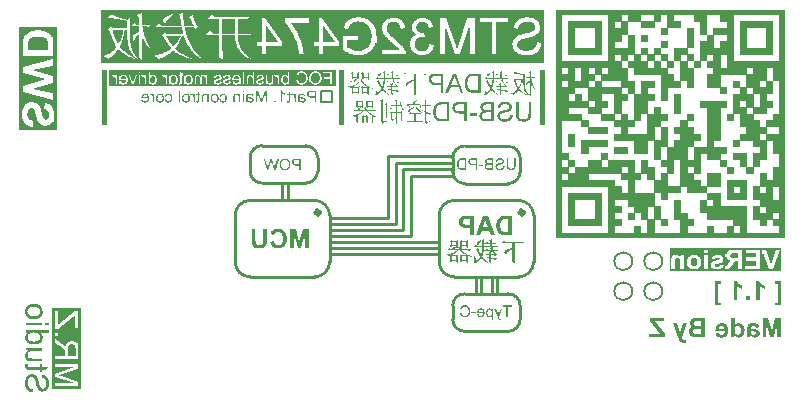
<source format=gbo>
G04*
G04 #@! TF.GenerationSoftware,Altium Limited,Altium Designer,21.1.1 (26)*
G04*
G04 Layer_Color=32896*
%FSLAX25Y25*%
%MOIN*%
G70*
G04*
G04 #@! TF.SameCoordinates,DA73CDCF-2591-419C-BC5F-B2C7988706A4*
G04*
G04*
G04 #@! TF.FilePolarity,Positive*
G04*
G01*
G75*
%ADD10C,0.01000*%
%ADD11C,0.02000*%
%ADD13C,0.00600*%
%ADD14C,0.00800*%
%ADD112C,0.00220*%
G36*
X1448100Y1305857D02*
X1300156D01*
Y1323600D01*
X1448100D01*
Y1305857D01*
D02*
G37*
G36*
X1518019Y1219114D02*
X1518167Y1219104D01*
X1518297Y1219077D01*
X1518426Y1219058D01*
X1518537Y1219030D01*
X1518639Y1218993D01*
X1518732Y1218966D01*
X1518806Y1218938D01*
X1518880Y1218901D01*
X1518935Y1218873D01*
X1518991Y1218855D01*
X1519028Y1218827D01*
X1519055Y1218818D01*
X1519065Y1218799D01*
X1519074D01*
X1519231Y1218661D01*
X1519361Y1218503D01*
X1519472Y1218337D01*
X1519564Y1218180D01*
X1519629Y1218032D01*
X1519657Y1217967D01*
X1519675Y1217911D01*
X1519694Y1217865D01*
X1519703Y1217828D01*
X1519712Y1217809D01*
Y1217800D01*
X1518611Y1217597D01*
X1518565Y1217708D01*
X1518519Y1217800D01*
X1518473Y1217883D01*
X1518417Y1217948D01*
X1518380Y1217994D01*
X1518343Y1218022D01*
X1518325Y1218041D01*
X1518315Y1218050D01*
X1518241Y1218096D01*
X1518158Y1218133D01*
X1518066Y1218152D01*
X1517982Y1218170D01*
X1517908Y1218180D01*
X1517853Y1218189D01*
X1517797D01*
X1517631Y1218180D01*
X1517492Y1218161D01*
X1517381Y1218143D01*
X1517289Y1218115D01*
X1517224Y1218078D01*
X1517178Y1218059D01*
X1517150Y1218041D01*
X1517141Y1218032D01*
X1517076Y1217967D01*
X1517030Y1217893D01*
X1517002Y1217809D01*
X1516974Y1217726D01*
X1516965Y1217643D01*
X1516956Y1217578D01*
Y1217541D01*
Y1217523D01*
Y1217402D01*
X1517020Y1217375D01*
X1517104Y1217347D01*
X1517279Y1217292D01*
X1517483Y1217245D01*
X1517677Y1217199D01*
X1517862Y1217153D01*
X1517945Y1217134D01*
X1518019Y1217125D01*
X1518075Y1217116D01*
X1518121Y1217107D01*
X1518149Y1217097D01*
X1518158D01*
X1518380Y1217051D01*
X1518584Y1217005D01*
X1518750Y1216959D01*
X1518889Y1216912D01*
X1519000Y1216866D01*
X1519074Y1216838D01*
X1519120Y1216820D01*
X1519139Y1216811D01*
X1519259Y1216746D01*
X1519361Y1216672D01*
X1519453Y1216588D01*
X1519518Y1216514D01*
X1519583Y1216450D01*
X1519620Y1216394D01*
X1519647Y1216357D01*
X1519657Y1216339D01*
X1519721Y1216218D01*
X1519768Y1216098D01*
X1519795Y1215987D01*
X1519814Y1215876D01*
X1519832Y1215784D01*
X1519842Y1215710D01*
Y1215664D01*
Y1215645D01*
X1519832Y1215534D01*
X1519823Y1215432D01*
X1519777Y1215238D01*
X1519712Y1215071D01*
X1519638Y1214933D01*
X1519564Y1214822D01*
X1519499Y1214738D01*
X1519453Y1214683D01*
X1519435Y1214674D01*
Y1214664D01*
X1519268Y1214535D01*
X1519083Y1214443D01*
X1518898Y1214378D01*
X1518713Y1214332D01*
X1518556Y1214304D01*
X1518482Y1214295D01*
X1518426D01*
X1518371Y1214285D01*
X1518306D01*
X1518158Y1214295D01*
X1518010Y1214313D01*
X1517881Y1214332D01*
X1517770Y1214359D01*
X1517677Y1214387D01*
X1517603Y1214415D01*
X1517557Y1214424D01*
X1517538Y1214433D01*
X1517409Y1214498D01*
X1517279Y1214563D01*
X1517168Y1214646D01*
X1517067Y1214720D01*
X1516983Y1214785D01*
X1516919Y1214840D01*
X1516882Y1214877D01*
X1516863Y1214886D01*
X1516854Y1214849D01*
X1516835Y1214803D01*
X1516826Y1214766D01*
X1516817Y1214757D01*
Y1214748D01*
X1516789Y1214664D01*
X1516771Y1214590D01*
X1516752Y1214526D01*
X1516734Y1214480D01*
X1516715Y1214443D01*
X1516706Y1214406D01*
X1516697Y1214396D01*
Y1214387D01*
X1515485D01*
X1515540Y1214507D01*
X1515587Y1214618D01*
X1515624Y1214720D01*
X1515661Y1214812D01*
X1515679Y1214886D01*
X1515698Y1214951D01*
X1515707Y1214988D01*
Y1214997D01*
X1515725Y1215118D01*
X1515735Y1215266D01*
X1515753Y1215414D01*
Y1215562D01*
X1515762Y1215691D01*
Y1215802D01*
Y1215849D01*
Y1215876D01*
Y1215895D01*
Y1215904D01*
X1515744Y1217338D01*
Y1217486D01*
X1515753Y1217615D01*
X1515762Y1217735D01*
X1515772Y1217846D01*
X1515781Y1217948D01*
X1515799Y1218041D01*
X1515809Y1218124D01*
X1515827Y1218189D01*
X1515846Y1218254D01*
X1515855Y1218300D01*
X1515883Y1218383D01*
X1515901Y1218420D01*
X1515910Y1218439D01*
X1515984Y1218540D01*
X1516068Y1218642D01*
X1516160Y1218725D01*
X1516262Y1218799D01*
X1516345Y1218855D01*
X1516419Y1218892D01*
X1516465Y1218919D01*
X1516475Y1218929D01*
X1516484D01*
X1516567Y1218966D01*
X1516650Y1218993D01*
X1516845Y1219049D01*
X1517048Y1219086D01*
X1517242Y1219104D01*
X1517427Y1219123D01*
X1517501D01*
X1517566Y1219132D01*
X1517871D01*
X1518019Y1219114D01*
D02*
G37*
G36*
X1526973Y1214387D02*
X1525780D01*
Y1219419D01*
X1524522Y1214387D01*
X1523273D01*
X1522015Y1219419D01*
X1522006Y1214387D01*
X1520813D01*
Y1220788D01*
X1522755D01*
X1523893Y1216413D01*
X1525040Y1220788D01*
X1526973D01*
Y1214387D01*
D02*
G37*
G36*
X1493969Y1214378D02*
X1494016Y1214239D01*
X1494062Y1214119D01*
X1494117Y1214008D01*
X1494164Y1213915D01*
X1494210Y1213841D01*
X1494247Y1213786D01*
X1494275Y1213749D01*
X1494284Y1213739D01*
X1494367Y1213656D01*
X1494469Y1213591D01*
X1494571Y1213545D01*
X1494672Y1213517D01*
X1494765Y1213499D01*
X1494839Y1213480D01*
X1494913D01*
X1495089Y1213490D01*
X1495181Y1213499D01*
X1495255Y1213517D01*
X1495329Y1213527D01*
X1495385Y1213536D01*
X1495422Y1213545D01*
X1495431D01*
X1495320Y1212583D01*
X1495070Y1212537D01*
X1494959Y1212519D01*
X1494848Y1212509D01*
X1494765D01*
X1494691Y1212500D01*
X1494506D01*
X1494386Y1212509D01*
X1494284Y1212528D01*
X1494191Y1212546D01*
X1494108Y1212556D01*
X1494053Y1212574D01*
X1494016Y1212583D01*
X1494006D01*
X1493905Y1212611D01*
X1493812Y1212648D01*
X1493738Y1212685D01*
X1493673Y1212713D01*
X1493618Y1212741D01*
X1493581Y1212768D01*
X1493553Y1212778D01*
X1493544Y1212787D01*
X1493405Y1212898D01*
X1493303Y1213009D01*
X1493266Y1213064D01*
X1493239Y1213101D01*
X1493220Y1213129D01*
X1493211Y1213138D01*
X1493155Y1213231D01*
X1493100Y1213323D01*
X1493044Y1213425D01*
X1492998Y1213527D01*
X1492961Y1213619D01*
X1492924Y1213693D01*
X1492906Y1213739D01*
X1492896Y1213758D01*
X1492600Y1214554D01*
X1490963Y1219030D01*
X1492230D01*
X1493322Y1215728D01*
X1494423Y1219030D01*
X1495727D01*
X1493969Y1214378D01*
D02*
G37*
G36*
X1507474Y1219123D02*
X1507632Y1219104D01*
X1507789Y1219067D01*
X1507928Y1219030D01*
X1508066Y1218984D01*
X1508187Y1218929D01*
X1508307Y1218864D01*
X1508409Y1218808D01*
X1508501Y1218744D01*
X1508584Y1218679D01*
X1508658Y1218624D01*
X1508714Y1218577D01*
X1508760Y1218540D01*
X1508797Y1218503D01*
X1508816Y1218485D01*
X1508825Y1218476D01*
X1508927Y1218346D01*
X1509019Y1218207D01*
X1509102Y1218069D01*
X1509176Y1217920D01*
X1509232Y1217763D01*
X1509278Y1217615D01*
X1509352Y1217328D01*
X1509380Y1217190D01*
X1509398Y1217070D01*
X1509408Y1216959D01*
X1509417Y1216866D01*
X1509426Y1216783D01*
Y1216718D01*
Y1216681D01*
Y1216672D01*
X1509417Y1216496D01*
X1509408Y1216320D01*
X1509380Y1216163D01*
X1509352Y1216015D01*
X1509324Y1215867D01*
X1509278Y1215738D01*
X1509241Y1215617D01*
X1509195Y1215506D01*
X1509158Y1215405D01*
X1509112Y1215321D01*
X1509075Y1215247D01*
X1509047Y1215182D01*
X1509010Y1215136D01*
X1508991Y1215099D01*
X1508982Y1215081D01*
X1508973Y1215071D01*
X1508853Y1214933D01*
X1508732Y1214812D01*
X1508594Y1214711D01*
X1508446Y1214618D01*
X1508298Y1214544D01*
X1508150Y1214480D01*
X1508002Y1214424D01*
X1507854Y1214387D01*
X1507724Y1214350D01*
X1507595Y1214332D01*
X1507474Y1214313D01*
X1507373Y1214295D01*
X1507289D01*
X1507234Y1214285D01*
X1507178D01*
X1506910Y1214304D01*
X1506660Y1214341D01*
X1506448Y1214396D01*
X1506263Y1214461D01*
X1506179Y1214498D01*
X1506115Y1214526D01*
X1506050Y1214554D01*
X1506004Y1214581D01*
X1505967Y1214609D01*
X1505930Y1214618D01*
X1505920Y1214637D01*
X1505911D01*
X1505735Y1214785D01*
X1505578Y1214942D01*
X1505449Y1215118D01*
X1505347Y1215284D01*
X1505264Y1215432D01*
X1505236Y1215497D01*
X1505208Y1215553D01*
X1505190Y1215599D01*
X1505171Y1215636D01*
X1505162Y1215654D01*
Y1215664D01*
X1506383Y1215867D01*
X1506429Y1215747D01*
X1506475Y1215636D01*
X1506522Y1215553D01*
X1506577Y1215479D01*
X1506614Y1215423D01*
X1506651Y1215386D01*
X1506679Y1215368D01*
X1506688Y1215358D01*
X1506762Y1215303D01*
X1506845Y1215266D01*
X1506929Y1215238D01*
X1507003Y1215219D01*
X1507067Y1215210D01*
X1507123Y1215201D01*
X1507169D01*
X1507317Y1215210D01*
X1507456Y1215247D01*
X1507585Y1215294D01*
X1507687Y1215349D01*
X1507770Y1215405D01*
X1507826Y1215451D01*
X1507872Y1215488D01*
X1507881Y1215497D01*
X1507974Y1215617D01*
X1508039Y1215756D01*
X1508094Y1215904D01*
X1508131Y1216033D01*
X1508150Y1216163D01*
X1508159Y1216255D01*
X1508168Y1216292D01*
Y1216320D01*
Y1216339D01*
Y1216348D01*
X1505097D01*
Y1216607D01*
X1505116Y1216838D01*
X1505143Y1217060D01*
X1505180Y1217264D01*
X1505227Y1217458D01*
X1505273Y1217624D01*
X1505328Y1217782D01*
X1505384Y1217920D01*
X1505439Y1218041D01*
X1505495Y1218152D01*
X1505541Y1218235D01*
X1505587Y1218309D01*
X1505624Y1218365D01*
X1505652Y1218411D01*
X1505671Y1218429D01*
X1505680Y1218439D01*
X1505791Y1218559D01*
X1505920Y1218670D01*
X1506050Y1218762D01*
X1506179Y1218836D01*
X1506318Y1218910D01*
X1506457Y1218966D01*
X1506586Y1219012D01*
X1506716Y1219049D01*
X1506836Y1219077D01*
X1506947Y1219095D01*
X1507049Y1219114D01*
X1507132Y1219123D01*
X1507206Y1219132D01*
X1507308D01*
X1507474Y1219123D01*
D02*
G37*
G36*
X1501591Y1214387D02*
X1498816Y1214387D01*
X1498659Y1214396D01*
X1498382D01*
X1498271Y1214406D01*
X1498095D01*
X1498030Y1214415D01*
X1497938D01*
X1497901Y1214424D01*
X1497864D01*
X1497679Y1214452D01*
X1497512Y1214498D01*
X1497364Y1214544D01*
X1497235Y1214600D01*
X1497133Y1214646D01*
X1497059Y1214692D01*
X1497013Y1214720D01*
X1496994Y1214729D01*
X1496865Y1214831D01*
X1496763Y1214942D01*
X1496661Y1215044D01*
X1496587Y1215155D01*
X1496522Y1215247D01*
X1496476Y1215321D01*
X1496448Y1215368D01*
X1496439Y1215386D01*
X1496374Y1215543D01*
X1496319Y1215691D01*
X1496282Y1215839D01*
X1496263Y1215969D01*
X1496245Y1216080D01*
X1496236Y1216163D01*
Y1216218D01*
Y1216228D01*
Y1216237D01*
X1496245Y1216440D01*
X1496282Y1216625D01*
X1496337Y1216783D01*
X1496393Y1216931D01*
X1496448Y1217042D01*
X1496504Y1217125D01*
X1496541Y1217181D01*
X1496550Y1217199D01*
X1496680Y1217347D01*
X1496818Y1217467D01*
X1496976Y1217569D01*
X1497114Y1217643D01*
X1497244Y1217708D01*
X1497355Y1217754D01*
X1497392Y1217763D01*
X1497420Y1217772D01*
X1497438Y1217782D01*
X1497447D01*
X1497299Y1217865D01*
X1497170Y1217948D01*
X1497059Y1218050D01*
X1496966Y1218133D01*
X1496902Y1218217D01*
X1496846Y1218281D01*
X1496809Y1218328D01*
X1496800Y1218346D01*
X1496717Y1218494D01*
X1496652Y1218633D01*
X1496615Y1218771D01*
X1496578Y1218901D01*
X1496559Y1219012D01*
X1496550Y1219095D01*
Y1219151D01*
Y1219160D01*
Y1219169D01*
X1496559Y1219317D01*
X1496578Y1219465D01*
X1496615Y1219586D01*
X1496652Y1219697D01*
X1496689Y1219789D01*
X1496726Y1219863D01*
X1496744Y1219900D01*
X1496754Y1219919D01*
X1496828Y1220039D01*
X1496911Y1220140D01*
X1496994Y1220233D01*
X1497068Y1220316D01*
X1497142Y1220372D01*
X1497198Y1220418D01*
X1497235Y1220446D01*
X1497244Y1220455D01*
X1497355Y1220529D01*
X1497475Y1220584D01*
X1497586Y1220631D01*
X1497688Y1220668D01*
X1497780Y1220695D01*
X1497845Y1220714D01*
X1497891Y1220723D01*
X1497910D01*
X1498067Y1220742D01*
X1498243Y1220760D01*
X1498428Y1220770D01*
X1498613Y1220779D01*
X1498779Y1220788D01*
X1501591Y1220788D01*
Y1214387D01*
D02*
G37*
G36*
X1487846Y1219706D02*
X1484858D01*
X1488234Y1215553D01*
Y1214387D01*
X1483027D01*
Y1215469D01*
X1486671D01*
X1483165Y1219780D01*
Y1220788D01*
X1487846D01*
Y1219706D01*
D02*
G37*
G36*
X1511507Y1218485D02*
X1511618Y1218596D01*
X1511729Y1218697D01*
X1511840Y1218781D01*
X1511961Y1218864D01*
X1512072Y1218919D01*
X1512183Y1218975D01*
X1512294Y1219021D01*
X1512395Y1219049D01*
X1512497Y1219077D01*
X1512580Y1219095D01*
X1512664Y1219114D01*
X1512728Y1219123D01*
X1512784Y1219132D01*
X1512858D01*
X1513015Y1219123D01*
X1513163Y1219104D01*
X1513302Y1219077D01*
X1513441Y1219040D01*
X1513672Y1218938D01*
X1513783Y1218882D01*
X1513875Y1218827D01*
X1513968Y1218762D01*
X1514042Y1218707D01*
X1514107Y1218661D01*
X1514162Y1218614D01*
X1514208Y1218568D01*
X1514236Y1218540D01*
X1514255Y1218522D01*
X1514264Y1218513D01*
X1514356Y1218392D01*
X1514440Y1218263D01*
X1514514Y1218124D01*
X1514578Y1217976D01*
X1514634Y1217828D01*
X1514680Y1217680D01*
X1514745Y1217384D01*
X1514763Y1217255D01*
X1514782Y1217125D01*
X1514791Y1217014D01*
X1514800Y1216912D01*
X1514810Y1216829D01*
Y1216774D01*
Y1216727D01*
Y1216718D01*
X1514800Y1216505D01*
X1514782Y1216311D01*
X1514754Y1216126D01*
X1514717Y1215950D01*
X1514680Y1215793D01*
X1514634Y1215645D01*
X1514578Y1215516D01*
X1514523Y1215395D01*
X1514477Y1215284D01*
X1514421Y1215192D01*
X1514375Y1215108D01*
X1514329Y1215044D01*
X1514301Y1214988D01*
X1514273Y1214951D01*
X1514255Y1214933D01*
X1514245Y1214923D01*
X1514134Y1214812D01*
X1514023Y1214711D01*
X1513903Y1214627D01*
X1513792Y1214554D01*
X1513672Y1214489D01*
X1513561Y1214443D01*
X1513450Y1214396D01*
X1513348Y1214369D01*
X1513246Y1214341D01*
X1513154Y1214322D01*
X1513080Y1214304D01*
X1513006Y1214295D01*
X1512950Y1214285D01*
X1512876D01*
X1512728Y1214295D01*
X1512590Y1214313D01*
X1512451Y1214341D01*
X1512331Y1214378D01*
X1512238Y1214415D01*
X1512155Y1214443D01*
X1512109Y1214461D01*
X1512090Y1214470D01*
X1511951Y1214554D01*
X1511822Y1214646D01*
X1511702Y1214748D01*
X1511609Y1214840D01*
X1511526Y1214923D01*
X1511461Y1214997D01*
X1511424Y1215044D01*
X1511415Y1215062D01*
Y1214387D01*
X1510277D01*
Y1220788D01*
X1511507D01*
Y1218485D01*
D02*
G37*
G36*
X1389672Y1302635D02*
X1389663Y1302403D01*
X1389654Y1302172D01*
X1389645Y1301978D01*
Y1301885D01*
Y1301802D01*
Y1301728D01*
Y1301673D01*
Y1301617D01*
Y1301580D01*
Y1301562D01*
Y1301552D01*
Y1301303D01*
X1389654Y1301053D01*
Y1300822D01*
X1389663Y1300609D01*
Y1300516D01*
X1389672Y1300433D01*
Y1300359D01*
Y1300294D01*
X1389682Y1300248D01*
Y1300202D01*
Y1300183D01*
Y1300174D01*
X1389191Y1300424D01*
Y1300775D01*
X1387795D01*
Y1300350D01*
X1387304Y1300563D01*
Y1300646D01*
X1387314Y1300738D01*
Y1300859D01*
X1387323Y1300979D01*
Y1301247D01*
X1387332Y1301525D01*
Y1301663D01*
Y1301793D01*
Y1301904D01*
Y1302006D01*
Y1302089D01*
Y1302154D01*
Y1302191D01*
Y1302209D01*
X1387018Y1302413D01*
X1387582Y1302875D01*
X1387822Y1302551D01*
X1389191D01*
X1389682Y1302875D01*
X1389672Y1302635D01*
D02*
G37*
G36*
X1402067Y1302283D02*
X1408524D01*
X1408219Y1301969D01*
X1408071Y1302006D01*
X1407923Y1302033D01*
X1407784Y1302052D01*
X1407654Y1302070D01*
X1407543D01*
X1407451Y1302080D01*
X1405138D01*
Y1296826D01*
Y1296724D01*
Y1296613D01*
Y1296483D01*
X1405148Y1296345D01*
Y1296049D01*
X1405157Y1295753D01*
Y1295614D01*
X1405166Y1295484D01*
Y1295364D01*
Y1295262D01*
X1405175Y1295170D01*
Y1295105D01*
Y1295068D01*
Y1295050D01*
X1404583Y1295299D01*
X1404593Y1295494D01*
X1404602Y1295697D01*
Y1295901D01*
X1404611Y1296086D01*
Y1296261D01*
Y1296326D01*
Y1296391D01*
Y1296437D01*
Y1296483D01*
Y1296502D01*
Y1296511D01*
Y1300082D01*
X1404334Y1299924D01*
X1404084Y1299776D01*
X1403853Y1299628D01*
X1403649Y1299490D01*
X1403464Y1299360D01*
X1403298Y1299231D01*
X1403150Y1299120D01*
X1403020Y1299009D01*
X1402909Y1298916D01*
X1402817Y1298833D01*
X1402743Y1298759D01*
X1402687Y1298694D01*
X1402641Y1298639D01*
X1402613Y1298602D01*
X1402595Y1298583D01*
X1402585Y1298574D01*
X1402521Y1298491D01*
X1402465Y1298426D01*
X1402410Y1298361D01*
X1402363Y1298315D01*
X1402280Y1298232D01*
X1402215Y1298176D01*
X1402160Y1298148D01*
X1402123Y1298130D01*
X1402104Y1298121D01*
X1402095D01*
X1402067Y1298130D01*
X1402049Y1298148D01*
X1401993Y1298222D01*
X1401956Y1298287D01*
X1401947Y1298306D01*
Y1298315D01*
X1401892Y1298444D01*
X1401864Y1298537D01*
X1401855Y1298565D01*
Y1298592D01*
Y1298611D01*
X1401873Y1298722D01*
X1401910Y1298833D01*
X1401956Y1298935D01*
X1402021Y1299036D01*
X1402086Y1299129D01*
X1402132Y1299194D01*
X1402169Y1299240D01*
X1402188Y1299258D01*
X1402225Y1299295D01*
X1402271Y1299332D01*
X1402391Y1299406D01*
X1402539Y1299490D01*
X1402706Y1299573D01*
X1402900Y1299656D01*
X1403103Y1299739D01*
X1403520Y1299897D01*
X1403732Y1299971D01*
X1403936Y1300035D01*
X1404112Y1300100D01*
X1404278Y1300156D01*
X1404417Y1300193D01*
X1404472Y1300211D01*
X1404519Y1300230D01*
X1404556Y1300239D01*
X1404583Y1300248D01*
X1404602Y1300257D01*
X1404611D01*
Y1302080D01*
X1400809D01*
X1401540Y1302810D01*
X1402067Y1302283D01*
D02*
G37*
G36*
X1433906Y1302949D02*
X1433897Y1302736D01*
X1433887Y1302524D01*
X1433878Y1302339D01*
Y1302172D01*
Y1302108D01*
Y1302043D01*
Y1301997D01*
Y1301959D01*
Y1301941D01*
Y1301932D01*
X1435525D01*
X1435210Y1301617D01*
X1435062Y1301654D01*
X1434914Y1301682D01*
X1434775Y1301700D01*
X1434646Y1301719D01*
X1434535D01*
X1434442Y1301728D01*
X1433878D01*
Y1300812D01*
X1436117D01*
X1435802Y1300498D01*
X1435654Y1300535D01*
X1435506Y1300563D01*
X1435367Y1300581D01*
X1435238Y1300600D01*
X1435127D01*
X1435034Y1300609D01*
X1431297D01*
X1431270Y1300248D01*
X1431233Y1299897D01*
X1431186Y1299573D01*
X1431140Y1299268D01*
X1431094Y1298981D01*
X1431038Y1298713D01*
X1430983Y1298472D01*
X1430927Y1298250D01*
X1430881Y1298056D01*
X1430835Y1297880D01*
X1430789Y1297732D01*
X1430742Y1297612D01*
X1430715Y1297519D01*
X1430687Y1297445D01*
X1430678Y1297408D01*
X1430668Y1297390D01*
X1430835Y1297159D01*
X1431001Y1296937D01*
X1431186Y1296715D01*
X1431371Y1296511D01*
X1431556Y1296317D01*
X1431741Y1296132D01*
X1431917Y1295965D01*
X1432093Y1295808D01*
X1432259Y1295669D01*
X1432407Y1295540D01*
X1432546Y1295429D01*
X1432666Y1295336D01*
X1432759Y1295272D01*
X1432833Y1295216D01*
X1432879Y1295179D01*
X1432898Y1295170D01*
X1432833Y1295059D01*
X1432583Y1295189D01*
X1432343Y1295336D01*
X1432111Y1295484D01*
X1431889Y1295642D01*
X1431686Y1295799D01*
X1431482Y1295956D01*
X1431297Y1296113D01*
X1431122Y1296271D01*
X1430974Y1296409D01*
X1430835Y1296548D01*
X1430705Y1296668D01*
X1430604Y1296770D01*
X1430530Y1296853D01*
X1430465Y1296918D01*
X1430428Y1296955D01*
X1430419Y1296974D01*
X1430243Y1296687D01*
X1430058Y1296437D01*
X1429873Y1296215D01*
X1429790Y1296113D01*
X1429706Y1296030D01*
X1429632Y1295947D01*
X1429558Y1295882D01*
X1429494Y1295827D01*
X1429438Y1295780D01*
X1429401Y1295734D01*
X1429364Y1295706D01*
X1429346Y1295697D01*
X1429336Y1295688D01*
X1429225Y1295605D01*
X1429114Y1295522D01*
X1428929Y1295392D01*
X1428772Y1295290D01*
X1428643Y1295216D01*
X1428550Y1295170D01*
X1428485Y1295133D01*
X1428439Y1295124D01*
X1428430Y1295115D01*
X1428337Y1295087D01*
X1428254Y1295059D01*
X1428199Y1295041D01*
X1428152Y1295031D01*
X1428115D01*
X1428097Y1295022D01*
X1428078D01*
X1428032Y1295031D01*
X1428014Y1295050D01*
X1427995Y1295077D01*
Y1295115D01*
X1428004Y1295170D01*
X1428014Y1295189D01*
Y1295198D01*
X1428060Y1295309D01*
X1428097Y1295429D01*
X1428134Y1295558D01*
X1428152Y1295669D01*
X1428171Y1295771D01*
X1428180Y1295854D01*
X1428189Y1295910D01*
Y1295919D01*
Y1295928D01*
Y1296021D01*
X1428199Y1296123D01*
Y1296335D01*
X1428189Y1296567D01*
X1428180Y1296798D01*
Y1296900D01*
X1428171Y1297001D01*
Y1297094D01*
X1428162Y1297168D01*
Y1297233D01*
X1428152Y1297288D01*
Y1297316D01*
Y1297325D01*
X1428291Y1297353D01*
X1428606Y1295827D01*
X1428781Y1295938D01*
X1428948Y1296049D01*
X1429105Y1296178D01*
X1429253Y1296299D01*
X1429392Y1296428D01*
X1429512Y1296558D01*
X1429623Y1296678D01*
X1429725Y1296798D01*
X1429808Y1296909D01*
X1429891Y1297020D01*
X1429956Y1297112D01*
X1430012Y1297196D01*
X1430049Y1297260D01*
X1430076Y1297307D01*
X1430095Y1297344D01*
X1430104Y1297353D01*
X1429854Y1297742D01*
X1429623Y1298121D01*
X1429410Y1298472D01*
X1429318Y1298648D01*
X1429235Y1298805D01*
X1429151Y1298953D01*
X1429087Y1299083D01*
X1429022Y1299203D01*
X1428976Y1299295D01*
X1428939Y1299379D01*
X1428911Y1299443D01*
X1428892Y1299481D01*
X1428883Y1299490D01*
X1428606Y1299730D01*
X1429272Y1300183D01*
X1429410Y1299730D01*
X1429577Y1299305D01*
X1429669Y1299101D01*
X1429753Y1298907D01*
X1429836Y1298722D01*
X1429919Y1298555D01*
X1430002Y1298398D01*
X1430076Y1298259D01*
X1430141Y1298139D01*
X1430206Y1298037D01*
X1430252Y1297954D01*
X1430289Y1297890D01*
X1430308Y1297852D01*
X1430317Y1297843D01*
X1430456Y1298324D01*
X1430576Y1298805D01*
X1430622Y1299046D01*
X1430668Y1299268D01*
X1430705Y1299490D01*
X1430733Y1299702D01*
X1430761Y1299887D01*
X1430789Y1300063D01*
X1430807Y1300220D01*
X1430816Y1300350D01*
X1430835Y1300461D01*
Y1300544D01*
X1430844Y1300591D01*
Y1300609D01*
X1427977D01*
X1428643Y1301266D01*
X1429161Y1300812D01*
X1430872D01*
X1430881Y1300933D01*
Y1301062D01*
X1430890Y1301340D01*
X1430900Y1301626D01*
Y1301913D01*
X1430909Y1302043D01*
Y1302163D01*
Y1302274D01*
Y1302376D01*
Y1302450D01*
Y1302514D01*
Y1302551D01*
Y1302561D01*
X1430631Y1302810D01*
X1431399Y1303162D01*
X1431390Y1302977D01*
X1431381Y1302792D01*
X1431371Y1302394D01*
X1431362Y1301997D01*
X1431353Y1301811D01*
X1431344Y1301626D01*
Y1301460D01*
X1431334Y1301303D01*
Y1301164D01*
Y1301044D01*
X1431325Y1300951D01*
Y1300877D01*
Y1300831D01*
Y1300812D01*
X1433425D01*
Y1301728D01*
X1431751D01*
X1432343Y1302320D01*
X1432759Y1301932D01*
X1433425D01*
Y1302635D01*
X1433184Y1302875D01*
X1433915Y1303162D01*
X1433906Y1302949D01*
D02*
G37*
G36*
X1397609Y1302949D02*
X1397600Y1302736D01*
X1397590Y1302524D01*
X1397581Y1302339D01*
Y1302172D01*
Y1302107D01*
Y1302043D01*
Y1301996D01*
Y1301959D01*
Y1301941D01*
Y1301932D01*
X1399228D01*
X1398913Y1301617D01*
X1398765Y1301654D01*
X1398617Y1301682D01*
X1398478Y1301700D01*
X1398349Y1301719D01*
X1398238D01*
X1398145Y1301728D01*
X1397581D01*
Y1300812D01*
X1399820D01*
X1399505Y1300498D01*
X1399357Y1300535D01*
X1399209Y1300563D01*
X1399070Y1300581D01*
X1398941Y1300600D01*
X1398830D01*
X1398737Y1300609D01*
X1395000D01*
X1394973Y1300248D01*
X1394936Y1299897D01*
X1394889Y1299573D01*
X1394843Y1299268D01*
X1394797Y1298981D01*
X1394741Y1298713D01*
X1394686Y1298472D01*
X1394630Y1298250D01*
X1394584Y1298056D01*
X1394538Y1297880D01*
X1394492Y1297732D01*
X1394445Y1297612D01*
X1394418Y1297519D01*
X1394390Y1297445D01*
X1394381Y1297408D01*
X1394371Y1297390D01*
X1394538Y1297159D01*
X1394704Y1296937D01*
X1394889Y1296715D01*
X1395074Y1296511D01*
X1395259Y1296317D01*
X1395444Y1296132D01*
X1395620Y1295965D01*
X1395796Y1295808D01*
X1395962Y1295669D01*
X1396110Y1295540D01*
X1396249Y1295429D01*
X1396369Y1295336D01*
X1396462Y1295272D01*
X1396536Y1295216D01*
X1396582Y1295179D01*
X1396601Y1295170D01*
X1396536Y1295059D01*
X1396286Y1295188D01*
X1396046Y1295336D01*
X1395814Y1295484D01*
X1395592Y1295642D01*
X1395389Y1295799D01*
X1395185Y1295956D01*
X1395000Y1296113D01*
X1394825Y1296271D01*
X1394677Y1296409D01*
X1394538Y1296548D01*
X1394408Y1296668D01*
X1394307Y1296770D01*
X1394233Y1296853D01*
X1394168Y1296918D01*
X1394131Y1296955D01*
X1394122Y1296974D01*
X1393946Y1296687D01*
X1393761Y1296437D01*
X1393576Y1296215D01*
X1393493Y1296113D01*
X1393409Y1296030D01*
X1393335Y1295947D01*
X1393261Y1295882D01*
X1393197Y1295827D01*
X1393141Y1295780D01*
X1393104Y1295734D01*
X1393067Y1295706D01*
X1393049Y1295697D01*
X1393039Y1295688D01*
X1392928Y1295605D01*
X1392817Y1295521D01*
X1392632Y1295392D01*
X1392475Y1295290D01*
X1392346Y1295216D01*
X1392253Y1295170D01*
X1392188Y1295133D01*
X1392142Y1295124D01*
X1392133Y1295114D01*
X1392040Y1295087D01*
X1391957Y1295059D01*
X1391902Y1295040D01*
X1391855Y1295031D01*
X1391818D01*
X1391800Y1295022D01*
X1391781D01*
X1391735Y1295031D01*
X1391717Y1295050D01*
X1391698Y1295077D01*
Y1295114D01*
X1391707Y1295170D01*
X1391717Y1295188D01*
Y1295198D01*
X1391763Y1295309D01*
X1391800Y1295429D01*
X1391837Y1295558D01*
X1391855Y1295669D01*
X1391874Y1295771D01*
X1391883Y1295854D01*
X1391892Y1295910D01*
Y1295919D01*
Y1295928D01*
Y1296021D01*
X1391902Y1296123D01*
Y1296335D01*
X1391892Y1296567D01*
X1391883Y1296798D01*
Y1296900D01*
X1391874Y1297001D01*
Y1297094D01*
X1391865Y1297168D01*
Y1297233D01*
X1391855Y1297288D01*
Y1297316D01*
Y1297325D01*
X1391994Y1297353D01*
X1392309Y1295827D01*
X1392484Y1295938D01*
X1392651Y1296049D01*
X1392808Y1296178D01*
X1392956Y1296298D01*
X1393095Y1296428D01*
X1393215Y1296557D01*
X1393326Y1296678D01*
X1393428Y1296798D01*
X1393511Y1296909D01*
X1393594Y1297020D01*
X1393659Y1297112D01*
X1393715Y1297196D01*
X1393752Y1297260D01*
X1393779Y1297307D01*
X1393798Y1297344D01*
X1393807Y1297353D01*
X1393557Y1297741D01*
X1393326Y1298121D01*
X1393113Y1298472D01*
X1393021Y1298648D01*
X1392938Y1298805D01*
X1392854Y1298953D01*
X1392790Y1299083D01*
X1392725Y1299203D01*
X1392679Y1299295D01*
X1392642Y1299379D01*
X1392614Y1299443D01*
X1392595Y1299480D01*
X1392586Y1299490D01*
X1392309Y1299730D01*
X1392975Y1300183D01*
X1393113Y1299730D01*
X1393280Y1299305D01*
X1393372Y1299101D01*
X1393456Y1298907D01*
X1393539Y1298722D01*
X1393622Y1298555D01*
X1393705Y1298398D01*
X1393779Y1298259D01*
X1393844Y1298139D01*
X1393909Y1298037D01*
X1393955Y1297954D01*
X1393992Y1297889D01*
X1394011Y1297852D01*
X1394020Y1297843D01*
X1394159Y1298324D01*
X1394279Y1298805D01*
X1394325Y1299046D01*
X1394371Y1299268D01*
X1394408Y1299490D01*
X1394436Y1299702D01*
X1394464Y1299887D01*
X1394492Y1300063D01*
X1394510Y1300220D01*
X1394519Y1300350D01*
X1394538Y1300461D01*
Y1300544D01*
X1394547Y1300590D01*
Y1300609D01*
X1391680D01*
X1392346Y1301266D01*
X1392864Y1300812D01*
X1394575D01*
X1394584Y1300933D01*
Y1301062D01*
X1394593Y1301340D01*
X1394603Y1301626D01*
Y1301913D01*
X1394612Y1302043D01*
Y1302163D01*
Y1302274D01*
Y1302376D01*
Y1302450D01*
Y1302514D01*
Y1302551D01*
Y1302561D01*
X1394334Y1302810D01*
X1395102Y1303162D01*
X1395093Y1302977D01*
X1395084Y1302792D01*
X1395074Y1302394D01*
X1395065Y1301996D01*
X1395056Y1301811D01*
X1395047Y1301626D01*
Y1301460D01*
X1395037Y1301303D01*
Y1301164D01*
Y1301044D01*
X1395028Y1300951D01*
Y1300877D01*
Y1300831D01*
Y1300812D01*
X1397128D01*
Y1301728D01*
X1395454D01*
X1396046Y1302320D01*
X1396462Y1301932D01*
X1397128D01*
Y1302635D01*
X1396887Y1302875D01*
X1397618Y1303162D01*
X1397609Y1302949D01*
D02*
G37*
G36*
X1430280Y1302561D02*
X1430169Y1302450D01*
X1430067Y1302339D01*
X1429975Y1302237D01*
X1429891Y1302135D01*
X1429753Y1301969D01*
X1429642Y1301821D01*
X1429568Y1301710D01*
X1429512Y1301626D01*
X1429484Y1301571D01*
X1429475Y1301552D01*
X1429429Y1301460D01*
X1429383Y1301386D01*
X1429336Y1301340D01*
X1429299Y1301303D01*
X1429272Y1301284D01*
X1429253Y1301275D01*
X1429235Y1301266D01*
X1429216Y1301275D01*
X1429198Y1301284D01*
X1429151Y1301321D01*
X1429114Y1301349D01*
X1429096Y1301367D01*
X1429059Y1301414D01*
X1429031Y1301469D01*
X1428985Y1301599D01*
X1428976Y1301654D01*
X1428966Y1301691D01*
X1428957Y1301728D01*
Y1301737D01*
Y1301830D01*
X1428985Y1301923D01*
X1429022Y1301997D01*
X1429068Y1302061D01*
X1429124Y1302117D01*
X1429170Y1302154D01*
X1429207Y1302182D01*
X1429216Y1302191D01*
X1429272Y1302228D01*
X1429346Y1302265D01*
X1429494Y1302348D01*
X1429660Y1302431D01*
X1429827Y1302505D01*
X1429975Y1302570D01*
X1430039Y1302598D01*
X1430104Y1302625D01*
X1430150Y1302644D01*
X1430187Y1302662D01*
X1430206Y1302672D01*
X1430215D01*
X1430280Y1302561D01*
D02*
G37*
G36*
X1393983Y1302561D02*
X1393872Y1302450D01*
X1393770Y1302339D01*
X1393678Y1302237D01*
X1393594Y1302135D01*
X1393456Y1301969D01*
X1393345Y1301821D01*
X1393271Y1301710D01*
X1393215Y1301626D01*
X1393187Y1301571D01*
X1393178Y1301552D01*
X1393132Y1301460D01*
X1393086Y1301386D01*
X1393039Y1301340D01*
X1393002Y1301303D01*
X1392975Y1301284D01*
X1392956Y1301275D01*
X1392938Y1301266D01*
X1392919Y1301275D01*
X1392901Y1301284D01*
X1392854Y1301321D01*
X1392817Y1301349D01*
X1392799Y1301367D01*
X1392762Y1301414D01*
X1392734Y1301469D01*
X1392688Y1301599D01*
X1392679Y1301654D01*
X1392669Y1301691D01*
X1392660Y1301728D01*
Y1301737D01*
Y1301830D01*
X1392688Y1301922D01*
X1392725Y1301996D01*
X1392771Y1302061D01*
X1392827Y1302117D01*
X1392873Y1302154D01*
X1392910Y1302181D01*
X1392919Y1302191D01*
X1392975Y1302228D01*
X1393049Y1302265D01*
X1393197Y1302348D01*
X1393363Y1302431D01*
X1393530Y1302505D01*
X1393678Y1302570D01*
X1393742Y1302598D01*
X1393807Y1302625D01*
X1393853Y1302644D01*
X1393890Y1302662D01*
X1393909Y1302672D01*
X1393918D01*
X1393983Y1302561D01*
D02*
G37*
G36*
X1443665Y1302995D02*
Y1302829D01*
X1443655Y1302477D01*
X1443646Y1302126D01*
Y1301959D01*
X1443637Y1301793D01*
Y1301645D01*
Y1301506D01*
Y1301377D01*
Y1301275D01*
Y1301182D01*
Y1301118D01*
Y1301081D01*
Y1301062D01*
X1445071D01*
X1444793Y1300785D01*
X1444516Y1300859D01*
X1443711D01*
X1443794Y1300461D01*
X1443887Y1300072D01*
X1443988Y1299693D01*
X1444099Y1299342D01*
X1444210Y1299000D01*
X1444321Y1298685D01*
X1444432Y1298389D01*
X1444543Y1298121D01*
X1444654Y1297871D01*
X1444747Y1297658D01*
X1444839Y1297464D01*
X1444913Y1297307D01*
X1444978Y1297177D01*
X1445024Y1297085D01*
X1445043Y1297057D01*
X1445061Y1297029D01*
X1445071Y1297020D01*
Y1297011D01*
X1444969Y1296937D01*
X1444673Y1297334D01*
X1444405Y1297742D01*
X1444284Y1297945D01*
X1444173Y1298149D01*
X1444081Y1298343D01*
X1443988Y1298528D01*
X1443905Y1298694D01*
X1443840Y1298851D01*
X1443776Y1299000D01*
X1443729Y1299120D01*
X1443683Y1299212D01*
X1443655Y1299286D01*
X1443646Y1299333D01*
X1443637Y1299351D01*
Y1298833D01*
Y1298352D01*
Y1297890D01*
X1443646Y1297473D01*
Y1297075D01*
Y1296715D01*
X1443655Y1296382D01*
Y1296086D01*
Y1295827D01*
X1443665Y1295595D01*
Y1295401D01*
Y1295235D01*
X1443674Y1295115D01*
Y1295022D01*
Y1294967D01*
Y1294948D01*
X1443110Y1295198D01*
Y1295272D01*
X1443119Y1295364D01*
Y1295475D01*
Y1295605D01*
X1443128Y1295734D01*
Y1295882D01*
Y1296039D01*
Y1296215D01*
X1443137Y1296567D01*
Y1296955D01*
Y1297344D01*
Y1297742D01*
X1443147Y1298130D01*
Y1298491D01*
Y1298666D01*
Y1298833D01*
Y1298990D01*
Y1299129D01*
Y1299268D01*
Y1299379D01*
Y1299490D01*
Y1299573D01*
Y1299647D01*
Y1299693D01*
Y1299730D01*
Y1299739D01*
X1442962Y1299517D01*
X1442814Y1299314D01*
X1442684Y1299120D01*
X1442582Y1298953D01*
X1442508Y1298814D01*
X1442481Y1298759D01*
X1442453Y1298713D01*
X1442434Y1298676D01*
X1442425Y1298648D01*
X1442416Y1298629D01*
Y1298620D01*
X1442379Y1298500D01*
X1442342Y1298417D01*
X1442305Y1298352D01*
X1442268Y1298315D01*
X1442240Y1298287D01*
X1442222Y1298278D01*
X1442212Y1298269D01*
X1442203D01*
X1442185Y1298278D01*
X1442166Y1298297D01*
X1442148Y1298333D01*
X1442129Y1298370D01*
X1442111Y1298407D01*
X1442092Y1298444D01*
X1442083Y1298463D01*
Y1298472D01*
X1442037Y1298620D01*
X1442018Y1298685D01*
X1442009Y1298750D01*
X1442000Y1298796D01*
Y1298833D01*
Y1298851D01*
Y1298861D01*
X1442009Y1298944D01*
X1442027Y1299018D01*
X1442055Y1299083D01*
X1442083Y1299148D01*
X1442120Y1299203D01*
X1442148Y1299240D01*
X1442166Y1299268D01*
X1442175Y1299277D01*
X1442212Y1299323D01*
X1442268Y1299369D01*
X1442323Y1299416D01*
X1442397Y1299471D01*
X1442555Y1299582D01*
X1442721Y1299693D01*
X1442878Y1299786D01*
X1442952Y1299832D01*
X1443017Y1299869D01*
X1443073Y1299897D01*
X1443110Y1299924D01*
X1443137Y1299934D01*
X1443147Y1299943D01*
Y1300859D01*
X1441750D01*
X1442342Y1301451D01*
X1442730Y1301062D01*
X1443147D01*
Y1302496D01*
X1442869Y1302736D01*
X1443674Y1303162D01*
X1443665Y1302995D01*
D02*
G37*
G36*
X1438457Y1302866D02*
X1438596Y1302801D01*
X1438716Y1302736D01*
X1438818Y1302690D01*
X1438901Y1302653D01*
X1438956Y1302625D01*
X1438966Y1302616D01*
X1438975D01*
X1439067Y1302579D01*
X1439188Y1302533D01*
X1439326Y1302487D01*
X1439474Y1302440D01*
X1439641Y1302385D01*
X1439817Y1302339D01*
X1440159Y1302237D01*
X1440325Y1302191D01*
X1440483Y1302144D01*
X1440631Y1302108D01*
X1440760Y1302070D01*
X1440871Y1302043D01*
X1440945Y1302024D01*
X1441001Y1302015D01*
X1441010Y1302006D01*
X1441019D01*
X1441537Y1302283D01*
X1441528Y1301802D01*
X1441519Y1301340D01*
Y1301118D01*
Y1300914D01*
Y1300711D01*
X1441509Y1300535D01*
Y1300359D01*
Y1300211D01*
Y1300072D01*
Y1299961D01*
Y1299869D01*
Y1299804D01*
Y1299767D01*
Y1299749D01*
X1441519Y1299286D01*
X1441546Y1298851D01*
X1441565Y1298639D01*
X1441593Y1298444D01*
X1441611Y1298250D01*
X1441630Y1298075D01*
X1441657Y1297917D01*
X1441676Y1297769D01*
X1441704Y1297649D01*
X1441722Y1297538D01*
X1441731Y1297455D01*
X1441750Y1297390D01*
X1441759Y1297344D01*
Y1297334D01*
X1441815Y1297122D01*
X1441879Y1296909D01*
X1441963Y1296706D01*
X1442055Y1296502D01*
X1442157Y1296317D01*
X1442259Y1296132D01*
X1442370Y1295965D01*
X1442471Y1295808D01*
X1442573Y1295669D01*
X1442675Y1295540D01*
X1442767Y1295429D01*
X1442851Y1295336D01*
X1442915Y1295262D01*
X1442962Y1295207D01*
X1442999Y1295170D01*
X1443008Y1295161D01*
X1442906Y1295059D01*
X1442730Y1295207D01*
X1442564Y1295346D01*
X1442416Y1295484D01*
X1442286Y1295623D01*
X1442166Y1295762D01*
X1442055Y1295891D01*
X1441953Y1296012D01*
X1441870Y1296132D01*
X1441796Y1296234D01*
X1441741Y1296326D01*
X1441685Y1296419D01*
X1441648Y1296484D01*
X1441611Y1296548D01*
X1441593Y1296585D01*
X1441574Y1296613D01*
Y1296622D01*
X1441454Y1296927D01*
X1441352Y1297242D01*
X1441278Y1297538D01*
X1441241Y1297677D01*
X1441213Y1297816D01*
X1441195Y1297936D01*
X1441167Y1298047D01*
X1441158Y1298149D01*
X1441139Y1298232D01*
X1441130Y1298306D01*
Y1298352D01*
X1441121Y1298389D01*
Y1298398D01*
X1441084Y1298759D01*
X1441065Y1299101D01*
X1441047Y1299416D01*
X1441038Y1299564D01*
X1441028Y1299693D01*
Y1299823D01*
Y1299924D01*
X1441019Y1300026D01*
Y1300109D01*
Y1300174D01*
Y1300220D01*
Y1300248D01*
Y1300257D01*
X1440631D01*
X1440584Y1299943D01*
X1440538Y1299638D01*
X1440473Y1299342D01*
X1440409Y1299064D01*
X1440335Y1298796D01*
X1440270Y1298546D01*
X1440196Y1298324D01*
X1440122Y1298111D01*
X1440048Y1297917D01*
X1439983Y1297751D01*
X1439918Y1297603D01*
X1439872Y1297482D01*
X1439826Y1297381D01*
X1439789Y1297307D01*
X1439770Y1297270D01*
X1439761Y1297251D01*
X1439955Y1297029D01*
X1440159Y1296817D01*
X1440372Y1296613D01*
X1440594Y1296428D01*
X1440816Y1296252D01*
X1441028Y1296086D01*
X1441250Y1295938D01*
X1441454Y1295799D01*
X1441648Y1295679D01*
X1441833Y1295568D01*
X1442000Y1295475D01*
X1442138Y1295401D01*
X1442259Y1295346D01*
X1442342Y1295300D01*
X1442397Y1295272D01*
X1442407Y1295262D01*
X1442416D01*
X1442342Y1295161D01*
X1442037Y1295272D01*
X1441741Y1295383D01*
X1441463Y1295522D01*
X1441195Y1295651D01*
X1440945Y1295799D01*
X1440714Y1295947D01*
X1440492Y1296086D01*
X1440298Y1296224D01*
X1440122Y1296363D01*
X1439965Y1296493D01*
X1439826Y1296604D01*
X1439715Y1296706D01*
X1439632Y1296789D01*
X1439567Y1296844D01*
X1439521Y1296891D01*
X1439511Y1296900D01*
X1439345Y1296668D01*
X1439178Y1296456D01*
X1439021Y1296261D01*
X1438855Y1296076D01*
X1438697Y1295919D01*
X1438540Y1295771D01*
X1438401Y1295642D01*
X1438263Y1295531D01*
X1438133Y1295429D01*
X1438013Y1295346D01*
X1437911Y1295281D01*
X1437828Y1295216D01*
X1437754Y1295179D01*
X1437708Y1295151D01*
X1437671Y1295133D01*
X1437661Y1295124D01*
X1437634Y1295189D01*
X1437597Y1295253D01*
X1437504Y1295355D01*
X1437384Y1295429D01*
X1437254Y1295484D01*
X1437134Y1295522D01*
X1437032Y1295540D01*
X1436986D01*
X1436958Y1295549D01*
X1436931D01*
Y1295688D01*
X1437171Y1295753D01*
X1437412Y1295845D01*
X1437634Y1295947D01*
X1437846Y1296058D01*
X1438050Y1296187D01*
X1438244Y1296317D01*
X1438420Y1296447D01*
X1438577Y1296585D01*
X1438725Y1296715D01*
X1438855Y1296835D01*
X1438966Y1296946D01*
X1439058Y1297048D01*
X1439132Y1297131D01*
X1439188Y1297196D01*
X1439225Y1297233D01*
X1439234Y1297251D01*
X1439114Y1297436D01*
X1438984Y1297631D01*
X1438873Y1297852D01*
X1438753Y1298075D01*
X1438540Y1298546D01*
X1438448Y1298777D01*
X1438355Y1299009D01*
X1438272Y1299222D01*
X1438198Y1299425D01*
X1438133Y1299610D01*
X1438078Y1299767D01*
X1438031Y1299897D01*
X1438004Y1299998D01*
X1437994Y1300035D01*
X1437985Y1300063D01*
X1437976Y1300072D01*
Y1300082D01*
X1437624Y1300285D01*
X1438152Y1300812D01*
X1438503Y1300461D01*
X1441019D01*
Y1301830D01*
X1440732Y1301876D01*
X1440473Y1301913D01*
X1440224Y1301950D01*
X1440002Y1301987D01*
X1439798Y1302024D01*
X1439604Y1302052D01*
X1439437Y1302089D01*
X1439289Y1302108D01*
X1439160Y1302135D01*
X1439049Y1302154D01*
X1438956Y1302172D01*
X1438873Y1302182D01*
X1438818Y1302191D01*
X1438781Y1302200D01*
X1438753Y1302209D01*
X1438744D01*
X1438503Y1302256D01*
X1438290Y1302292D01*
X1438105Y1302320D01*
X1437948Y1302339D01*
X1437828Y1302348D01*
X1437735Y1302357D01*
X1437661D01*
X1438189Y1303014D01*
X1438457Y1302866D01*
D02*
G37*
G36*
X1384437Y1302551D02*
X1385760D01*
X1386250Y1302866D01*
X1386241Y1302644D01*
X1386231Y1302422D01*
Y1302218D01*
X1386222Y1302024D01*
Y1301867D01*
Y1301793D01*
Y1301737D01*
Y1301691D01*
Y1301654D01*
Y1301636D01*
Y1301626D01*
Y1301386D01*
Y1301155D01*
X1386231Y1300942D01*
Y1300748D01*
X1386241Y1300664D01*
Y1300581D01*
Y1300516D01*
Y1300461D01*
X1386250Y1300415D01*
Y1300378D01*
Y1300359D01*
Y1300350D01*
X1385760Y1300526D01*
Y1300775D01*
X1384400D01*
Y1300424D01*
X1383910Y1300600D01*
X1383919Y1300692D01*
Y1300803D01*
X1383928Y1300914D01*
Y1301044D01*
X1383937Y1301312D01*
Y1301571D01*
X1383947Y1301700D01*
Y1301821D01*
Y1301932D01*
Y1302024D01*
Y1302098D01*
Y1302163D01*
Y1302200D01*
Y1302209D01*
X1383669Y1302450D01*
X1384187Y1302875D01*
X1384437Y1302551D01*
D02*
G37*
G36*
X1387258Y1300442D02*
X1387351Y1300257D01*
X1387443Y1300082D01*
X1387536Y1299934D01*
X1387610Y1299804D01*
X1387665Y1299702D01*
X1387693Y1299665D01*
X1387702Y1299638D01*
X1387721Y1299628D01*
Y1299619D01*
X1390653D01*
X1390338Y1299305D01*
X1390190Y1299342D01*
X1390052Y1299369D01*
X1389904Y1299388D01*
X1389783Y1299406D01*
X1389672D01*
X1389580Y1299416D01*
X1387822D01*
X1388063Y1299147D01*
X1388303Y1298916D01*
X1388535Y1298703D01*
X1388738Y1298537D01*
X1388840Y1298454D01*
X1388923Y1298389D01*
X1388997Y1298333D01*
X1389062Y1298287D01*
X1389117Y1298250D01*
X1389154Y1298222D01*
X1389182Y1298213D01*
X1389191Y1298204D01*
X1389478Y1298037D01*
X1389765Y1297880D01*
X1390052Y1297741D01*
X1390320Y1297621D01*
X1390440Y1297566D01*
X1390551Y1297519D01*
X1390653Y1297482D01*
X1390736Y1297455D01*
X1390810Y1297427D01*
X1390856Y1297408D01*
X1390893Y1297390D01*
X1390903D01*
X1390866Y1297279D01*
X1390625Y1297334D01*
X1390394Y1297399D01*
X1390172Y1297464D01*
X1389959Y1297529D01*
X1389876Y1297556D01*
X1389793Y1297584D01*
X1389719Y1297603D01*
X1389654Y1297630D01*
X1389598Y1297640D01*
X1389561Y1297658D01*
X1389543Y1297667D01*
X1389534D01*
Y1297492D01*
Y1297297D01*
Y1297112D01*
Y1296937D01*
Y1296779D01*
Y1296715D01*
Y1296659D01*
Y1296613D01*
Y1296576D01*
Y1296557D01*
Y1296548D01*
Y1296308D01*
X1389543Y1296076D01*
Y1295864D01*
X1389552Y1295679D01*
X1389561Y1295521D01*
Y1295457D01*
Y1295401D01*
X1389571Y1295355D01*
Y1295327D01*
Y1295309D01*
Y1295299D01*
X1389080Y1295475D01*
Y1295928D01*
X1387721D01*
Y1295401D01*
X1387230Y1295577D01*
X1387240Y1295669D01*
Y1295790D01*
X1387249Y1295919D01*
Y1296067D01*
X1387258Y1296215D01*
Y1296382D01*
Y1296705D01*
X1387267Y1296853D01*
Y1297001D01*
Y1297140D01*
Y1297251D01*
Y1297353D01*
Y1297427D01*
Y1297473D01*
Y1297492D01*
X1387018Y1297704D01*
X1387545Y1298121D01*
X1387795Y1297806D01*
X1389256D01*
X1389053Y1297908D01*
X1388858Y1298028D01*
X1388488Y1298278D01*
X1388313Y1298417D01*
X1388155Y1298546D01*
X1387998Y1298676D01*
X1387859Y1298805D01*
X1387730Y1298935D01*
X1387610Y1299046D01*
X1387508Y1299147D01*
X1387425Y1299240D01*
X1387360Y1299314D01*
X1387304Y1299369D01*
X1387277Y1299406D01*
X1387267Y1299416D01*
X1386222D01*
X1386102Y1299258D01*
X1385972Y1299101D01*
X1385686Y1298805D01*
X1385390Y1298546D01*
X1385242Y1298426D01*
X1385103Y1298315D01*
X1384964Y1298222D01*
X1384844Y1298139D01*
X1384733Y1298056D01*
X1384631Y1298000D01*
X1384548Y1297945D01*
X1384492Y1297908D01*
X1384446Y1297889D01*
X1384437Y1297880D01*
X1384502Y1297806D01*
X1385972D01*
X1386463Y1298056D01*
X1386453Y1297806D01*
X1386444Y1297556D01*
X1386435Y1297325D01*
X1386426Y1297112D01*
Y1297020D01*
Y1296937D01*
Y1296853D01*
Y1296789D01*
Y1296742D01*
Y1296705D01*
Y1296678D01*
Y1296668D01*
Y1296400D01*
X1386435Y1296141D01*
Y1295901D01*
X1386444Y1295679D01*
Y1295586D01*
X1386453Y1295494D01*
Y1295420D01*
Y1295355D01*
X1386463Y1295299D01*
Y1295262D01*
Y1295235D01*
Y1295225D01*
X1385972Y1295401D01*
Y1295928D01*
X1384400D01*
Y1295373D01*
X1383873Y1295577D01*
X1383882Y1295688D01*
Y1295808D01*
X1383891Y1295956D01*
Y1296104D01*
X1383900Y1296428D01*
Y1296761D01*
X1383910Y1296918D01*
Y1297066D01*
Y1297205D01*
Y1297316D01*
Y1297418D01*
Y1297492D01*
Y1297538D01*
Y1297556D01*
X1383873Y1297593D01*
X1383355Y1297418D01*
X1383327Y1297492D01*
X1383290Y1297566D01*
X1383207Y1297677D01*
X1383096Y1297760D01*
X1382975Y1297825D01*
X1382874Y1297862D01*
X1382781Y1297889D01*
X1382744Y1297899D01*
X1382716Y1297908D01*
X1382689D01*
Y1298047D01*
X1382901Y1298056D01*
X1383105Y1298074D01*
X1383299Y1298102D01*
X1383484Y1298130D01*
X1383651Y1298158D01*
X1383808Y1298195D01*
X1383956Y1298232D01*
X1384095Y1298269D01*
X1384215Y1298306D01*
X1384317Y1298343D01*
X1384409Y1298370D01*
X1384492Y1298407D01*
X1384548Y1298426D01*
X1384594Y1298444D01*
X1384622Y1298463D01*
X1384631D01*
X1384918Y1298620D01*
X1385177Y1298777D01*
X1385408Y1298935D01*
X1385612Y1299083D01*
X1385704Y1299157D01*
X1385778Y1299221D01*
X1385852Y1299277D01*
X1385908Y1299323D01*
X1385954Y1299360D01*
X1385982Y1299388D01*
X1386000Y1299406D01*
X1386009Y1299416D01*
X1382864D01*
X1383558Y1300109D01*
X1384048Y1299619D01*
X1384751D01*
X1384696Y1299693D01*
X1384650Y1299767D01*
X1384622Y1299832D01*
X1384594Y1299897D01*
X1384585Y1299943D01*
X1384576Y1299980D01*
Y1299998D01*
Y1300008D01*
X1384585Y1300045D01*
X1384603Y1300091D01*
X1384659Y1300165D01*
X1384724Y1300230D01*
X1384742Y1300239D01*
X1384751Y1300248D01*
X1384788Y1300276D01*
X1384835Y1300304D01*
X1384955Y1300359D01*
X1385094Y1300405D01*
X1385242Y1300461D01*
X1385371Y1300498D01*
X1385482Y1300535D01*
X1385528Y1300544D01*
X1385565Y1300553D01*
X1385584Y1300563D01*
X1385593D01*
X1385658Y1300461D01*
X1385473Y1300322D01*
X1385325Y1300183D01*
X1385205Y1300045D01*
X1385112Y1299906D01*
X1385047Y1299795D01*
X1385001Y1299702D01*
X1384983Y1299665D01*
X1384973Y1299638D01*
X1384964Y1299628D01*
Y1299619D01*
X1387166D01*
X1387045Y1299767D01*
X1386925Y1299887D01*
X1386814Y1299980D01*
X1386712Y1300054D01*
X1386629Y1300119D01*
X1386555Y1300156D01*
X1386518Y1300174D01*
X1386500Y1300183D01*
X1387166Y1300637D01*
X1387258Y1300442D01*
D02*
G37*
G36*
X1434174Y1300350D02*
X1434230Y1300193D01*
X1434294Y1300026D01*
X1434359Y1299869D01*
X1434415Y1299730D01*
X1434461Y1299628D01*
X1434479Y1299582D01*
X1434498Y1299554D01*
X1434507Y1299536D01*
Y1299527D01*
X1436015D01*
X1435700Y1299212D01*
X1435552Y1299249D01*
X1435414Y1299277D01*
X1435275Y1299295D01*
X1435155Y1299314D01*
X1435044D01*
X1434970Y1299323D01*
X1434618D01*
X1434729Y1299110D01*
X1434840Y1298916D01*
X1434933Y1298750D01*
X1435025Y1298611D01*
X1435108Y1298491D01*
X1435182Y1298398D01*
X1435247Y1298315D01*
X1435303Y1298250D01*
X1435358Y1298195D01*
X1435404Y1298158D01*
X1435441Y1298130D01*
X1435469Y1298111D01*
X1435515Y1298093D01*
X1435525D01*
X1435136Y1297640D01*
X1434896Y1297852D01*
X1433739D01*
Y1296909D01*
X1434017Y1296863D01*
X1434276Y1296826D01*
X1434516Y1296789D01*
X1434729Y1296761D01*
X1434914Y1296733D01*
X1435081Y1296706D01*
X1435229Y1296687D01*
X1435358Y1296668D01*
X1435469Y1296659D01*
X1435562Y1296650D01*
X1435636Y1296641D01*
X1435700Y1296632D01*
X1435747D01*
X1435774Y1296622D01*
X1435802D01*
X1435488Y1296030D01*
X1435441Y1296076D01*
X1435358Y1296123D01*
X1435256Y1296178D01*
X1435136Y1296224D01*
X1435007Y1296271D01*
X1434859Y1296317D01*
X1434544Y1296409D01*
X1434396Y1296447D01*
X1434248Y1296484D01*
X1434109Y1296511D01*
X1433989Y1296539D01*
X1433887Y1296567D01*
X1433804Y1296585D01*
X1433758Y1296594D01*
X1433739D01*
Y1296511D01*
Y1296419D01*
Y1296317D01*
X1433749Y1296206D01*
Y1295965D01*
X1433758Y1295716D01*
Y1295605D01*
X1433767Y1295494D01*
Y1295392D01*
Y1295309D01*
X1433776Y1295235D01*
Y1295179D01*
Y1295142D01*
Y1295133D01*
X1433249Y1295336D01*
X1433258Y1295540D01*
X1433268Y1295753D01*
X1433277Y1295984D01*
Y1296197D01*
X1433286Y1296299D01*
Y1296391D01*
Y1296484D01*
Y1296558D01*
Y1296613D01*
Y1296659D01*
Y1296687D01*
Y1296696D01*
X1431714Y1297075D01*
X1431751Y1297186D01*
X1433286Y1296974D01*
Y1297852D01*
X1431640D01*
X1432204Y1298481D01*
X1432583Y1298056D01*
X1433286D01*
Y1298546D01*
X1433073Y1298787D01*
X1433776Y1299101D01*
X1433767Y1298907D01*
X1433758Y1298722D01*
X1433749Y1298546D01*
X1433739Y1298389D01*
Y1298250D01*
Y1298149D01*
Y1298111D01*
Y1298084D01*
Y1298065D01*
Y1298056D01*
X1434859D01*
X1434128Y1299323D01*
X1431714D01*
X1432269Y1299943D01*
X1432731Y1299527D01*
X1434017D01*
X1433952Y1299647D01*
X1433897Y1299749D01*
X1433850Y1299841D01*
X1433813Y1299906D01*
X1433776Y1299952D01*
X1433758Y1299989D01*
X1433739Y1300008D01*
Y1300017D01*
X1433499Y1300119D01*
X1434128Y1300507D01*
X1434174Y1300350D01*
D02*
G37*
G36*
X1397877Y1300350D02*
X1397933Y1300193D01*
X1397997Y1300026D01*
X1398062Y1299869D01*
X1398118Y1299730D01*
X1398164Y1299628D01*
X1398182Y1299582D01*
X1398201Y1299554D01*
X1398210Y1299536D01*
Y1299527D01*
X1399718D01*
X1399403Y1299212D01*
X1399255Y1299249D01*
X1399117Y1299277D01*
X1398978Y1299295D01*
X1398858Y1299314D01*
X1398747D01*
X1398673Y1299323D01*
X1398321D01*
X1398432Y1299110D01*
X1398543Y1298916D01*
X1398636Y1298750D01*
X1398728Y1298611D01*
X1398811Y1298491D01*
X1398885Y1298398D01*
X1398950Y1298315D01*
X1399006Y1298250D01*
X1399061Y1298195D01*
X1399107Y1298158D01*
X1399144Y1298130D01*
X1399172Y1298111D01*
X1399218Y1298093D01*
X1399228D01*
X1398839Y1297640D01*
X1398599Y1297852D01*
X1397442D01*
Y1296909D01*
X1397720Y1296863D01*
X1397979Y1296826D01*
X1398219Y1296789D01*
X1398432Y1296761D01*
X1398617Y1296733D01*
X1398784Y1296705D01*
X1398932Y1296687D01*
X1399061Y1296668D01*
X1399172Y1296659D01*
X1399265Y1296650D01*
X1399339Y1296641D01*
X1399403Y1296631D01*
X1399450D01*
X1399477Y1296622D01*
X1399505D01*
X1399191Y1296030D01*
X1399144Y1296076D01*
X1399061Y1296123D01*
X1398959Y1296178D01*
X1398839Y1296224D01*
X1398710Y1296271D01*
X1398562Y1296317D01*
X1398247Y1296409D01*
X1398099Y1296446D01*
X1397951Y1296483D01*
X1397812Y1296511D01*
X1397692Y1296539D01*
X1397590Y1296567D01*
X1397507Y1296585D01*
X1397461Y1296594D01*
X1397442D01*
Y1296511D01*
Y1296419D01*
Y1296317D01*
X1397452Y1296206D01*
Y1295965D01*
X1397461Y1295716D01*
Y1295605D01*
X1397470Y1295494D01*
Y1295392D01*
Y1295309D01*
X1397479Y1295235D01*
Y1295179D01*
Y1295142D01*
Y1295133D01*
X1396952Y1295336D01*
X1396961Y1295540D01*
X1396971Y1295753D01*
X1396980Y1295984D01*
Y1296197D01*
X1396989Y1296298D01*
Y1296391D01*
Y1296483D01*
Y1296557D01*
Y1296613D01*
Y1296659D01*
Y1296687D01*
Y1296696D01*
X1395417Y1297075D01*
X1395454Y1297186D01*
X1396989Y1296974D01*
Y1297852D01*
X1395343D01*
X1395907Y1298481D01*
X1396286Y1298056D01*
X1396989D01*
Y1298546D01*
X1396776Y1298787D01*
X1397479Y1299101D01*
X1397470Y1298907D01*
X1397461Y1298722D01*
X1397452Y1298546D01*
X1397442Y1298389D01*
Y1298250D01*
Y1298148D01*
Y1298111D01*
Y1298084D01*
Y1298065D01*
Y1298056D01*
X1398562D01*
X1397831Y1299323D01*
X1395417D01*
X1395972Y1299943D01*
X1396434Y1299527D01*
X1397720D01*
X1397655Y1299647D01*
X1397600Y1299749D01*
X1397553Y1299841D01*
X1397516Y1299906D01*
X1397479Y1299952D01*
X1397461Y1299989D01*
X1397442Y1300008D01*
Y1300017D01*
X1397202Y1300119D01*
X1397831Y1300507D01*
X1397877Y1300350D01*
D02*
G37*
G36*
X1426848Y1295891D02*
X1424545D01*
X1424332Y1295901D01*
X1424138Y1295910D01*
X1423962Y1295928D01*
X1423814Y1295947D01*
X1423685Y1295965D01*
X1423592Y1295975D01*
X1423564Y1295984D01*
X1423537Y1295993D01*
X1423518D01*
X1423352Y1296039D01*
X1423204Y1296095D01*
X1423074Y1296141D01*
X1422963Y1296197D01*
X1422871Y1296243D01*
X1422806Y1296280D01*
X1422769Y1296308D01*
X1422750Y1296317D01*
X1422630Y1296400D01*
X1422528Y1296502D01*
X1422427Y1296594D01*
X1422343Y1296687D01*
X1422269Y1296770D01*
X1422214Y1296835D01*
X1422177Y1296881D01*
X1422168Y1296900D01*
X1422075Y1297048D01*
X1421983Y1297205D01*
X1421909Y1297353D01*
X1421853Y1297501D01*
X1421798Y1297631D01*
X1421761Y1297732D01*
X1421751Y1297769D01*
X1421742Y1297797D01*
X1421733Y1297816D01*
Y1297825D01*
X1421677Y1298047D01*
X1421631Y1298269D01*
X1421603Y1298481D01*
X1421576Y1298685D01*
X1421566Y1298861D01*
Y1298935D01*
X1421557Y1299000D01*
Y1299046D01*
Y1299092D01*
Y1299110D01*
Y1299120D01*
X1421566Y1299434D01*
X1421594Y1299721D01*
X1421640Y1299980D01*
X1421659Y1300100D01*
X1421687Y1300202D01*
X1421714Y1300304D01*
X1421733Y1300387D01*
X1421751Y1300461D01*
X1421779Y1300526D01*
X1421788Y1300581D01*
X1421807Y1300618D01*
X1421816Y1300637D01*
Y1300646D01*
X1421918Y1300886D01*
X1422038Y1301099D01*
X1422168Y1301284D01*
X1422288Y1301441D01*
X1422399Y1301571D01*
X1422491Y1301663D01*
X1422528Y1301691D01*
X1422556Y1301719D01*
X1422565Y1301728D01*
X1422575Y1301737D01*
X1422723Y1301858D01*
X1422880Y1301950D01*
X1423037Y1302034D01*
X1423185Y1302098D01*
X1423315Y1302144D01*
X1423416Y1302172D01*
X1423453Y1302191D01*
X1423481D01*
X1423500Y1302200D01*
X1423509D01*
X1423666Y1302228D01*
X1423851Y1302256D01*
X1424036Y1302274D01*
X1424221Y1302283D01*
X1424388Y1302292D01*
X1426848D01*
Y1295891D01*
D02*
G37*
G36*
X1421095D02*
X1420197D01*
X1419504Y1297834D01*
X1416821D01*
X1416072Y1295891D01*
X1415110D01*
X1417728Y1302292D01*
X1418653D01*
X1421095Y1295891D01*
D02*
G37*
G36*
X1414425Y1295891D02*
X1413574D01*
Y1298491D01*
X1411937D01*
X1411697Y1298500D01*
X1411465Y1298518D01*
X1411262Y1298546D01*
X1411077Y1298583D01*
X1410901Y1298620D01*
X1410753Y1298666D01*
X1410614Y1298722D01*
X1410494Y1298777D01*
X1410392Y1298824D01*
X1410300Y1298879D01*
X1410226Y1298925D01*
X1410170Y1298972D01*
X1410124Y1298999D01*
X1410096Y1299027D01*
X1410078Y1299046D01*
X1410069Y1299055D01*
X1409976Y1299166D01*
X1409893Y1299277D01*
X1409828Y1299388D01*
X1409763Y1299508D01*
X1409708Y1299628D01*
X1409671Y1299739D01*
X1409606Y1299952D01*
X1409588Y1300054D01*
X1409569Y1300146D01*
X1409560Y1300230D01*
X1409551Y1300294D01*
X1409541Y1300359D01*
Y1300396D01*
Y1300424D01*
Y1300433D01*
X1409551Y1300609D01*
X1409569Y1300775D01*
X1409606Y1300923D01*
X1409634Y1301053D01*
X1409671Y1301164D01*
X1409708Y1301247D01*
X1409726Y1301293D01*
X1409736Y1301312D01*
X1409810Y1301451D01*
X1409902Y1301571D01*
X1409985Y1301682D01*
X1410069Y1301765D01*
X1410143Y1301830D01*
X1410198Y1301885D01*
X1410235Y1301913D01*
X1410254Y1301922D01*
X1410374Y1301996D01*
X1410513Y1302061D01*
X1410642Y1302117D01*
X1410762Y1302163D01*
X1410873Y1302191D01*
X1410957Y1302209D01*
X1411021Y1302228D01*
X1411040D01*
X1411179Y1302246D01*
X1411336Y1302265D01*
X1411502Y1302274D01*
X1411660Y1302283D01*
X1411798Y1302292D01*
X1414425D01*
Y1295891D01*
D02*
G37*
G36*
X1391078Y1293113D02*
X1391069Y1292881D01*
X1391060Y1292650D01*
X1391051Y1292456D01*
Y1292363D01*
Y1292280D01*
Y1292206D01*
Y1292151D01*
Y1292095D01*
Y1292058D01*
Y1292040D01*
Y1292031D01*
Y1291781D01*
X1391060Y1291531D01*
Y1291300D01*
X1391069Y1291087D01*
Y1290994D01*
X1391078Y1290911D01*
Y1290837D01*
Y1290773D01*
X1391088Y1290726D01*
Y1290680D01*
Y1290662D01*
Y1290652D01*
X1390597Y1290902D01*
Y1291253D01*
X1389201D01*
Y1290828D01*
X1388710Y1291041D01*
Y1291124D01*
X1388720Y1291216D01*
Y1291337D01*
X1388729Y1291457D01*
Y1291725D01*
X1388738Y1292003D01*
Y1292142D01*
Y1292271D01*
Y1292382D01*
Y1292484D01*
Y1292567D01*
Y1292632D01*
Y1292669D01*
Y1292687D01*
X1388424Y1292891D01*
X1388988Y1293353D01*
X1389228Y1293029D01*
X1390597D01*
X1391088Y1293353D01*
X1391078Y1293113D01*
D02*
G37*
G36*
X1405638Y1293353D02*
X1405527Y1293242D01*
X1405434Y1293141D01*
X1405268Y1292955D01*
X1405138Y1292789D01*
X1405027Y1292659D01*
X1404953Y1292548D01*
X1404907Y1292474D01*
X1404879Y1292428D01*
X1404870Y1292410D01*
X1404833Y1292327D01*
X1404787Y1292262D01*
X1404750Y1292225D01*
X1404722Y1292188D01*
X1404694Y1292169D01*
X1404676Y1292160D01*
X1404657D01*
X1404611Y1292169D01*
X1404556Y1292197D01*
X1404519Y1292216D01*
X1404509Y1292225D01*
X1404472Y1292262D01*
X1404445Y1292308D01*
X1404398Y1292410D01*
X1404380Y1292456D01*
X1404371Y1292502D01*
X1404361Y1292530D01*
Y1292539D01*
X1404352Y1292632D01*
X1404371Y1292715D01*
X1404408Y1292780D01*
X1404445Y1292844D01*
X1404491Y1292900D01*
X1404537Y1292937D01*
X1404565Y1292955D01*
X1404574Y1292965D01*
X1404630Y1293002D01*
X1404694Y1293039D01*
X1404833Y1293113D01*
X1405000Y1293196D01*
X1405166Y1293279D01*
X1405314Y1293344D01*
X1405388Y1293381D01*
X1405444Y1293400D01*
X1405490Y1293427D01*
X1405536Y1293446D01*
X1405555Y1293455D01*
X1405564D01*
X1405638Y1293353D01*
D02*
G37*
G36*
X1406665Y1292188D02*
X1406720Y1291994D01*
X1406785Y1291827D01*
X1406850Y1291688D01*
X1406905Y1291577D01*
X1406951Y1291494D01*
X1406988Y1291448D01*
X1406998Y1291429D01*
X1407072Y1291346D01*
X1407118Y1291272D01*
X1407155Y1291207D01*
X1407183Y1291161D01*
X1407201Y1291124D01*
X1407210Y1291096D01*
Y1291087D01*
Y1291078D01*
X1407201Y1291059D01*
X1407192Y1291050D01*
X1407155Y1291022D01*
X1407127Y1290994D01*
X1407109Y1290985D01*
X1407035Y1290958D01*
X1406979Y1290948D01*
X1406942Y1290939D01*
X1406933D01*
X1406868Y1290948D01*
X1406785Y1290976D01*
X1406729Y1290994D01*
X1406711Y1291004D01*
X1406702D01*
X1406646Y1291041D01*
X1406609Y1291078D01*
X1406572Y1291124D01*
X1406554Y1291170D01*
X1406535Y1291207D01*
X1406526Y1291244D01*
X1406517Y1291263D01*
Y1291272D01*
X1406507Y1291346D01*
X1406498Y1291429D01*
X1406480Y1291596D01*
Y1291670D01*
Y1291725D01*
Y1291772D01*
Y1291781D01*
X1402946D01*
X1403261Y1290976D01*
X1403159Y1290902D01*
X1403039Y1291059D01*
X1402937Y1291189D01*
X1402826Y1291309D01*
X1402724Y1291411D01*
X1402632Y1291494D01*
X1402548Y1291568D01*
X1402465Y1291623D01*
X1402391Y1291670D01*
X1402326Y1291707D01*
X1402271Y1291735D01*
X1402178Y1291772D01*
X1402151D01*
X1402123Y1291781D01*
X1402104D01*
X1402669Y1292336D01*
X1402946Y1291984D01*
X1406480D01*
Y1292410D01*
X1406618D01*
X1406665Y1292188D01*
D02*
G37*
G36*
X1398941Y1293446D02*
X1398932Y1293233D01*
Y1293020D01*
X1398922Y1292817D01*
Y1292622D01*
Y1292548D01*
Y1292474D01*
Y1292419D01*
Y1292373D01*
Y1292345D01*
Y1292336D01*
Y1291809D01*
X1400106D01*
X1400051Y1291920D01*
X1400005Y1292021D01*
X1399958Y1292114D01*
X1399903Y1292188D01*
X1399857Y1292253D01*
X1399820Y1292317D01*
X1399736Y1292410D01*
X1399672Y1292474D01*
X1399625Y1292511D01*
X1399588Y1292530D01*
X1399579Y1292539D01*
X1400245Y1292891D01*
X1400264Y1292743D01*
X1400291Y1292585D01*
X1400328Y1292428D01*
X1400365Y1292280D01*
X1400402Y1292142D01*
X1400430Y1292040D01*
X1400439Y1292003D01*
X1400449Y1291975D01*
X1400458Y1291957D01*
Y1291947D01*
X1400532Y1291735D01*
X1400615Y1291512D01*
X1400698Y1291300D01*
X1400782Y1291096D01*
X1400856Y1290921D01*
X1400893Y1290847D01*
X1400920Y1290782D01*
X1400939Y1290736D01*
X1400957Y1290699D01*
X1400976Y1290671D01*
Y1290662D01*
X1400874Y1290625D01*
X1400745Y1290773D01*
X1400615Y1290939D01*
X1400504Y1291105D01*
X1400393Y1291253D01*
X1400310Y1291392D01*
X1400273Y1291457D01*
X1400236Y1291503D01*
X1400217Y1291549D01*
X1400199Y1291577D01*
X1400180Y1291596D01*
Y1291605D01*
X1398922D01*
Y1290560D01*
X1401226D01*
X1400911Y1290245D01*
X1400763Y1290282D01*
X1400615Y1290310D01*
X1400476Y1290329D01*
X1400347Y1290347D01*
X1400236D01*
X1400143Y1290356D01*
X1398922D01*
Y1289404D01*
X1400106D01*
X1400597Y1289681D01*
X1400587Y1289422D01*
X1400578Y1289154D01*
X1400569Y1288904D01*
X1400560Y1288673D01*
Y1288571D01*
Y1288478D01*
Y1288386D01*
Y1288321D01*
Y1288266D01*
Y1288220D01*
Y1288192D01*
Y1288183D01*
Y1287877D01*
X1400569Y1287572D01*
Y1287285D01*
X1400578Y1287156D01*
Y1287026D01*
Y1286906D01*
X1400587Y1286804D01*
Y1286703D01*
Y1286629D01*
X1400597Y1286564D01*
Y1286508D01*
Y1286481D01*
Y1286471D01*
X1400143Y1286712D01*
Y1289200D01*
X1398922D01*
Y1287035D01*
Y1286961D01*
Y1286869D01*
Y1286767D01*
Y1286647D01*
X1398932Y1286397D01*
Y1286138D01*
X1398941Y1286009D01*
Y1285898D01*
Y1285787D01*
Y1285694D01*
X1398950Y1285611D01*
Y1285555D01*
Y1285509D01*
Y1285500D01*
X1398469Y1285750D01*
X1398478Y1285925D01*
X1398488Y1286101D01*
Y1286277D01*
X1398497Y1286434D01*
Y1286582D01*
Y1286638D01*
Y1286684D01*
Y1286730D01*
Y1286758D01*
Y1286777D01*
Y1286786D01*
Y1289200D01*
X1397276D01*
Y1287591D01*
X1397285Y1287470D01*
X1397313Y1287387D01*
X1397350Y1287322D01*
X1397387Y1287285D01*
X1397433Y1287257D01*
X1397470Y1287248D01*
X1397498Y1287239D01*
X1397600D01*
X1397720Y1287248D01*
X1397840Y1287267D01*
X1397960Y1287276D01*
X1398081Y1287294D01*
X1398173Y1287304D01*
X1398210D01*
X1398229Y1287313D01*
X1398256D01*
Y1287165D01*
X1398118Y1287119D01*
X1397997Y1287072D01*
X1397886Y1287017D01*
X1397803Y1286961D01*
X1397729Y1286915D01*
X1397674Y1286860D01*
X1397627Y1286814D01*
X1397590Y1286758D01*
X1397563Y1286712D01*
X1397544Y1286675D01*
X1397526Y1286601D01*
Y1286555D01*
Y1286536D01*
X1397405Y1286592D01*
X1397294Y1286647D01*
X1397202Y1286712D01*
X1397128Y1286777D01*
X1397063Y1286850D01*
X1397008Y1286924D01*
X1396961Y1286998D01*
X1396924Y1287072D01*
X1396887Y1287202D01*
X1396869Y1287313D01*
X1396860Y1287359D01*
Y1287387D01*
Y1287405D01*
Y1287415D01*
Y1289126D01*
X1396582Y1289367D01*
X1397100Y1289755D01*
X1397350Y1289404D01*
X1398497D01*
Y1290356D01*
X1396194D01*
X1396823Y1290976D01*
X1397239Y1290560D01*
X1398497D01*
Y1291605D01*
X1396684D01*
X1397313Y1292225D01*
X1397692Y1291809D01*
X1398497D01*
Y1293067D01*
X1398219Y1293316D01*
X1398950Y1293631D01*
X1398941Y1293446D01*
D02*
G37*
G36*
X1408774Y1293538D02*
Y1293390D01*
X1408764Y1293085D01*
X1408755Y1292770D01*
X1408746Y1292456D01*
Y1292308D01*
Y1292179D01*
Y1292058D01*
Y1291947D01*
Y1291864D01*
Y1291799D01*
Y1291762D01*
Y1291744D01*
X1410180D01*
X1409902Y1291466D01*
X1409477Y1291540D01*
X1408746D01*
Y1289579D01*
X1408940Y1289496D01*
X1409125Y1289422D01*
X1409282Y1289357D01*
X1409440Y1289302D01*
X1409569Y1289246D01*
X1409699Y1289209D01*
X1409800Y1289163D01*
X1409902Y1289135D01*
X1409985Y1289108D01*
X1410059Y1289080D01*
X1410115Y1289061D01*
X1410161Y1289052D01*
X1410198Y1289034D01*
X1410226D01*
X1410235Y1289024D01*
X1410244D01*
X1409828Y1288395D01*
X1409800Y1288441D01*
X1409754Y1288488D01*
X1409689Y1288543D01*
X1409615Y1288599D01*
X1409532Y1288663D01*
X1409440Y1288728D01*
X1409245Y1288858D01*
X1409060Y1288978D01*
X1408977Y1289024D01*
X1408903Y1289071D01*
X1408838Y1289108D01*
X1408792Y1289135D01*
X1408755Y1289154D01*
X1408746Y1289163D01*
Y1286786D01*
Y1286703D01*
X1408755Y1286629D01*
X1408764Y1286564D01*
X1408783Y1286508D01*
X1408829Y1286416D01*
X1408866Y1286351D01*
X1408912Y1286314D01*
X1408959Y1286286D01*
X1408986Y1286277D01*
X1408996D01*
X1409042Y1286268D01*
X1409107D01*
X1409255Y1286277D01*
X1409421Y1286286D01*
X1409588Y1286314D01*
X1409745Y1286333D01*
X1409819Y1286342D01*
X1409884Y1286351D01*
X1409930Y1286360D01*
X1409967D01*
X1409995Y1286370D01*
X1410004D01*
Y1286240D01*
X1409810Y1286175D01*
X1409643Y1286110D01*
X1409504Y1286046D01*
X1409375Y1285981D01*
X1409273Y1285916D01*
X1409190Y1285851D01*
X1409116Y1285796D01*
X1409060Y1285740D01*
X1409014Y1285685D01*
X1408977Y1285639D01*
X1408959Y1285602D01*
X1408940Y1285565D01*
X1408922Y1285518D01*
Y1285500D01*
X1408811Y1285565D01*
X1408709Y1285629D01*
X1408626Y1285694D01*
X1408552Y1285768D01*
X1408487Y1285842D01*
X1408431Y1285916D01*
X1408348Y1286055D01*
X1408302Y1286175D01*
X1408274Y1286277D01*
X1408265Y1286314D01*
X1408256Y1286342D01*
Y1286360D01*
Y1286370D01*
Y1289404D01*
X1407109Y1290106D01*
X1407173Y1290245D01*
X1408256Y1289755D01*
Y1291540D01*
X1407072D01*
X1407627Y1292095D01*
X1407978Y1291744D01*
X1408256D01*
Y1293002D01*
X1407904Y1293279D01*
X1408783Y1293668D01*
X1408774Y1293538D01*
D02*
G37*
G36*
X1385843Y1293029D02*
X1387166D01*
X1387656Y1293344D01*
X1387647Y1293122D01*
X1387637Y1292900D01*
Y1292696D01*
X1387628Y1292502D01*
Y1292345D01*
Y1292271D01*
Y1292216D01*
Y1292169D01*
Y1292132D01*
Y1292114D01*
Y1292105D01*
Y1291864D01*
Y1291633D01*
X1387637Y1291420D01*
Y1291226D01*
X1387647Y1291142D01*
Y1291059D01*
Y1290994D01*
Y1290939D01*
X1387656Y1290893D01*
Y1290856D01*
Y1290837D01*
Y1290828D01*
X1387166Y1291004D01*
Y1291253D01*
X1385806D01*
Y1290902D01*
X1385316Y1291078D01*
X1385325Y1291170D01*
Y1291281D01*
X1385334Y1291392D01*
Y1291522D01*
X1385343Y1291790D01*
Y1292049D01*
X1385353Y1292179D01*
Y1292299D01*
Y1292410D01*
Y1292502D01*
Y1292576D01*
Y1292641D01*
Y1292678D01*
Y1292687D01*
X1385075Y1292928D01*
X1385593Y1293353D01*
X1385843Y1293029D01*
D02*
G37*
G36*
X1388664Y1290921D02*
X1388757Y1290736D01*
X1388849Y1290560D01*
X1388942Y1290412D01*
X1389016Y1290282D01*
X1389071Y1290180D01*
X1389099Y1290143D01*
X1389108Y1290116D01*
X1389127Y1290106D01*
Y1290097D01*
X1392059D01*
X1391744Y1289783D01*
X1391596Y1289820D01*
X1391458Y1289847D01*
X1391310Y1289866D01*
X1391189Y1289884D01*
X1391078D01*
X1390986Y1289894D01*
X1389228D01*
X1389469Y1289625D01*
X1389709Y1289394D01*
X1389941Y1289182D01*
X1390144Y1289015D01*
X1390246Y1288932D01*
X1390329Y1288867D01*
X1390403Y1288811D01*
X1390468Y1288765D01*
X1390523Y1288728D01*
X1390560Y1288700D01*
X1390588Y1288691D01*
X1390597Y1288682D01*
X1390884Y1288515D01*
X1391171Y1288358D01*
X1391458Y1288220D01*
X1391726Y1288099D01*
X1391846Y1288044D01*
X1391957Y1287998D01*
X1392059Y1287961D01*
X1392142Y1287933D01*
X1392216Y1287905D01*
X1392262Y1287887D01*
X1392299Y1287868D01*
X1392309D01*
X1392272Y1287757D01*
X1392031Y1287813D01*
X1391800Y1287877D01*
X1391578Y1287942D01*
X1391365Y1288007D01*
X1391282Y1288035D01*
X1391199Y1288062D01*
X1391125Y1288081D01*
X1391060Y1288109D01*
X1391004Y1288118D01*
X1390967Y1288136D01*
X1390949Y1288146D01*
X1390940D01*
Y1287970D01*
Y1287776D01*
Y1287591D01*
Y1287415D01*
Y1287257D01*
Y1287193D01*
Y1287137D01*
Y1287091D01*
Y1287054D01*
Y1287035D01*
Y1287026D01*
Y1286786D01*
X1390949Y1286555D01*
Y1286342D01*
X1390958Y1286157D01*
X1390967Y1285999D01*
Y1285935D01*
Y1285879D01*
X1390977Y1285833D01*
Y1285805D01*
Y1285787D01*
Y1285777D01*
X1390486Y1285953D01*
Y1286407D01*
X1389127D01*
Y1285879D01*
X1388636Y1286055D01*
X1388646Y1286147D01*
Y1286268D01*
X1388655Y1286397D01*
Y1286545D01*
X1388664Y1286693D01*
Y1286860D01*
Y1287183D01*
X1388673Y1287331D01*
Y1287479D01*
Y1287618D01*
Y1287729D01*
Y1287831D01*
Y1287905D01*
Y1287951D01*
Y1287970D01*
X1388424Y1288183D01*
X1388951Y1288599D01*
X1389201Y1288284D01*
X1390662D01*
X1390459Y1288386D01*
X1390264Y1288506D01*
X1389894Y1288756D01*
X1389719Y1288895D01*
X1389561Y1289024D01*
X1389404Y1289154D01*
X1389265Y1289283D01*
X1389136Y1289413D01*
X1389016Y1289524D01*
X1388914Y1289625D01*
X1388831Y1289718D01*
X1388766Y1289792D01*
X1388710Y1289847D01*
X1388683Y1289884D01*
X1388673Y1289894D01*
X1387628D01*
X1387508Y1289736D01*
X1387378Y1289579D01*
X1387092Y1289283D01*
X1386796Y1289024D01*
X1386648Y1288904D01*
X1386509Y1288793D01*
X1386370Y1288700D01*
X1386250Y1288617D01*
X1386139Y1288534D01*
X1386037Y1288478D01*
X1385954Y1288423D01*
X1385898Y1288386D01*
X1385852Y1288367D01*
X1385843Y1288358D01*
X1385908Y1288284D01*
X1387378D01*
X1387869Y1288534D01*
X1387859Y1288284D01*
X1387850Y1288035D01*
X1387841Y1287803D01*
X1387832Y1287591D01*
Y1287498D01*
Y1287415D01*
Y1287331D01*
Y1287267D01*
Y1287220D01*
Y1287183D01*
Y1287156D01*
Y1287146D01*
Y1286878D01*
X1387841Y1286619D01*
Y1286379D01*
X1387850Y1286157D01*
Y1286064D01*
X1387859Y1285972D01*
Y1285898D01*
Y1285833D01*
X1387869Y1285777D01*
Y1285740D01*
Y1285713D01*
Y1285703D01*
X1387378Y1285879D01*
Y1286407D01*
X1385806D01*
Y1285851D01*
X1385279Y1286055D01*
X1385288Y1286166D01*
Y1286286D01*
X1385297Y1286434D01*
Y1286582D01*
X1385306Y1286906D01*
Y1287239D01*
X1385316Y1287396D01*
Y1287544D01*
Y1287683D01*
Y1287794D01*
Y1287896D01*
Y1287970D01*
Y1288016D01*
Y1288035D01*
X1385279Y1288072D01*
X1384761Y1287896D01*
X1384733Y1287970D01*
X1384696Y1288044D01*
X1384613Y1288155D01*
X1384502Y1288238D01*
X1384381Y1288303D01*
X1384280Y1288340D01*
X1384187Y1288367D01*
X1384150Y1288377D01*
X1384122Y1288386D01*
X1384095D01*
Y1288525D01*
X1384307Y1288534D01*
X1384511Y1288552D01*
X1384705Y1288580D01*
X1384890Y1288608D01*
X1385057Y1288636D01*
X1385214Y1288673D01*
X1385362Y1288710D01*
X1385501Y1288747D01*
X1385621Y1288784D01*
X1385723Y1288821D01*
X1385815Y1288848D01*
X1385898Y1288885D01*
X1385954Y1288904D01*
X1386000Y1288923D01*
X1386028Y1288941D01*
X1386037D01*
X1386324Y1289098D01*
X1386583Y1289256D01*
X1386814Y1289413D01*
X1387018Y1289561D01*
X1387110Y1289635D01*
X1387184Y1289699D01*
X1387258Y1289755D01*
X1387314Y1289801D01*
X1387360Y1289838D01*
X1387388Y1289866D01*
X1387406Y1289884D01*
X1387415Y1289894D01*
X1384270D01*
X1384964Y1290588D01*
X1385454Y1290097D01*
X1386157D01*
X1386102Y1290171D01*
X1386056Y1290245D01*
X1386028Y1290310D01*
X1386000Y1290375D01*
X1385991Y1290421D01*
X1385982Y1290458D01*
Y1290477D01*
Y1290486D01*
X1385991Y1290523D01*
X1386009Y1290569D01*
X1386065Y1290643D01*
X1386130Y1290708D01*
X1386148Y1290717D01*
X1386157Y1290726D01*
X1386194Y1290754D01*
X1386241Y1290782D01*
X1386361Y1290837D01*
X1386500Y1290884D01*
X1386648Y1290939D01*
X1386777Y1290976D01*
X1386888Y1291013D01*
X1386934Y1291022D01*
X1386971Y1291031D01*
X1386990Y1291041D01*
X1386999D01*
X1387064Y1290939D01*
X1386879Y1290800D01*
X1386731Y1290662D01*
X1386611Y1290523D01*
X1386518Y1290384D01*
X1386453Y1290273D01*
X1386407Y1290180D01*
X1386389Y1290143D01*
X1386379Y1290116D01*
X1386370Y1290106D01*
Y1290097D01*
X1388572D01*
X1388451Y1290245D01*
X1388331Y1290366D01*
X1388220Y1290458D01*
X1388118Y1290532D01*
X1388035Y1290597D01*
X1387961Y1290634D01*
X1387924Y1290652D01*
X1387906Y1290662D01*
X1388572Y1291115D01*
X1388664Y1290921D01*
D02*
G37*
G36*
X1404482Y1290976D02*
X1404297Y1290837D01*
X1404139Y1290717D01*
X1403991Y1290588D01*
X1403853Y1290467D01*
X1403732Y1290356D01*
X1403631Y1290254D01*
X1403538Y1290162D01*
X1403455Y1290069D01*
X1403390Y1289995D01*
X1403335Y1289921D01*
X1403279Y1289866D01*
X1403251Y1289810D01*
X1403224Y1289773D01*
X1403205Y1289746D01*
X1403187Y1289727D01*
Y1289718D01*
X1403150Y1289644D01*
X1403113Y1289579D01*
X1403048Y1289478D01*
X1402992Y1289404D01*
X1402937Y1289357D01*
X1402900Y1289320D01*
X1402872Y1289311D01*
X1402854Y1289302D01*
X1402844D01*
X1402826Y1289311D01*
X1402807Y1289320D01*
X1402752Y1289376D01*
X1402706Y1289422D01*
X1402696Y1289431D01*
X1402687Y1289441D01*
X1402641Y1289496D01*
X1402613Y1289561D01*
X1402595Y1289635D01*
X1402585Y1289699D01*
X1402576Y1289764D01*
Y1289810D01*
Y1289847D01*
Y1289857D01*
X1402595Y1289958D01*
X1402650Y1290060D01*
X1402715Y1290153D01*
X1402789Y1290236D01*
X1402863Y1290310D01*
X1402918Y1290356D01*
X1402965Y1290393D01*
X1402983Y1290403D01*
X1403057Y1290449D01*
X1403150Y1290504D01*
X1403251Y1290560D01*
X1403362Y1290615D01*
X1403603Y1290726D01*
X1403843Y1290837D01*
X1403954Y1290884D01*
X1404065Y1290930D01*
X1404158Y1290976D01*
X1404250Y1291013D01*
X1404315Y1291041D01*
X1404371Y1291059D01*
X1404408Y1291078D01*
X1404417D01*
X1404482Y1290976D01*
D02*
G37*
G36*
X1405656Y1291161D02*
X1405795Y1290958D01*
X1406091Y1290569D01*
X1406239Y1290384D01*
X1406396Y1290208D01*
X1406554Y1290042D01*
X1406692Y1289894D01*
X1406840Y1289755D01*
X1406970Y1289635D01*
X1407081Y1289524D01*
X1407183Y1289431D01*
X1407266Y1289367D01*
X1407331Y1289311D01*
X1407368Y1289274D01*
X1407386Y1289265D01*
X1407312Y1289163D01*
X1407136Y1289265D01*
X1406951Y1289367D01*
X1406600Y1289607D01*
X1406258Y1289866D01*
X1406100Y1289995D01*
X1405943Y1290116D01*
X1405804Y1290236D01*
X1405675Y1290338D01*
X1405564Y1290440D01*
X1405471Y1290532D01*
X1405388Y1290597D01*
X1405333Y1290652D01*
X1405296Y1290689D01*
X1405286Y1290699D01*
X1404935Y1290800D01*
X1405536Y1291364D01*
X1405656Y1291161D01*
D02*
G37*
G36*
X1403816Y1288987D02*
X1406896D01*
X1406618Y1288710D01*
X1406230Y1288784D01*
X1405185D01*
Y1286434D01*
X1407590D01*
X1407275Y1286129D01*
X1407127Y1286166D01*
X1406988Y1286185D01*
X1406840Y1286203D01*
X1406720Y1286222D01*
X1406609D01*
X1406517Y1286231D01*
X1402003D01*
X1402669Y1286887D01*
X1403122Y1286434D01*
X1404694D01*
Y1288784D01*
X1402770D01*
X1403399Y1289404D01*
X1403816Y1288987D01*
D02*
G37*
G36*
X1425683Y1288293D02*
X1423250D01*
Y1289080D01*
X1425683D01*
Y1288293D01*
D02*
G37*
G36*
X1395731Y1292142D02*
Y1291938D01*
X1395722Y1291512D01*
X1395713Y1291096D01*
Y1290893D01*
X1395703Y1290699D01*
Y1290514D01*
Y1290347D01*
Y1290190D01*
Y1290060D01*
Y1289958D01*
Y1289875D01*
Y1289829D01*
Y1289810D01*
Y1289533D01*
Y1289274D01*
Y1289043D01*
X1395713Y1288821D01*
Y1288617D01*
Y1288432D01*
X1395722Y1288266D01*
Y1288118D01*
Y1287979D01*
X1395731Y1287868D01*
Y1287776D01*
Y1287692D01*
X1395740Y1287628D01*
Y1287591D01*
Y1287563D01*
Y1287554D01*
X1395250Y1287840D01*
X1395259Y1288007D01*
X1395269Y1288155D01*
X1395278Y1288284D01*
Y1288386D01*
X1395287Y1288469D01*
Y1288525D01*
Y1288562D01*
Y1288571D01*
Y1291781D01*
X1395010Y1291984D01*
X1395740Y1292336D01*
X1395731Y1292142D01*
D02*
G37*
G36*
X1443646Y1289071D02*
Y1288885D01*
X1443637Y1288710D01*
X1443628Y1288543D01*
X1443609Y1288386D01*
X1443591Y1288247D01*
X1443572Y1288118D01*
X1443544Y1287998D01*
X1443526Y1287887D01*
X1443507Y1287785D01*
X1443480Y1287702D01*
X1443461Y1287628D01*
X1443443Y1287572D01*
X1443424Y1287526D01*
X1443415Y1287489D01*
X1443406Y1287470D01*
Y1287461D01*
X1443304Y1287257D01*
X1443174Y1287072D01*
X1443045Y1286924D01*
X1442906Y1286795D01*
X1442786Y1286693D01*
X1442684Y1286619D01*
X1442647Y1286601D01*
X1442619Y1286582D01*
X1442601Y1286564D01*
X1442592D01*
X1442360Y1286462D01*
X1442120Y1286388D01*
X1441870Y1286333D01*
X1441639Y1286296D01*
X1441537Y1286286D01*
X1441435Y1286277D01*
X1441343Y1286268D01*
X1441269D01*
X1441204Y1286259D01*
X1441121D01*
X1440788Y1286277D01*
X1440640Y1286296D01*
X1440501Y1286314D01*
X1440362Y1286342D01*
X1440242Y1286370D01*
X1440131Y1286397D01*
X1440029Y1286434D01*
X1439937Y1286471D01*
X1439863Y1286499D01*
X1439789Y1286527D01*
X1439733Y1286555D01*
X1439687Y1286582D01*
X1439659Y1286592D01*
X1439641Y1286610D01*
X1439632D01*
X1439428Y1286749D01*
X1439262Y1286906D01*
X1439132Y1287054D01*
X1439021Y1287202D01*
X1438938Y1287331D01*
X1438882Y1287433D01*
X1438864Y1287470D01*
X1438845Y1287498D01*
X1438836Y1287516D01*
Y1287526D01*
X1438799Y1287637D01*
X1438762Y1287757D01*
X1438707Y1288007D01*
X1438670Y1288266D01*
X1438642Y1288515D01*
X1438633Y1288626D01*
X1438623Y1288737D01*
Y1288830D01*
X1438614Y1288913D01*
Y1288978D01*
Y1289024D01*
Y1289061D01*
Y1289071D01*
Y1292770D01*
X1439465D01*
Y1289071D01*
Y1288858D01*
X1439484Y1288654D01*
X1439502Y1288478D01*
X1439530Y1288312D01*
X1439558Y1288164D01*
X1439595Y1288025D01*
X1439622Y1287905D01*
X1439659Y1287803D01*
X1439696Y1287720D01*
X1439733Y1287637D01*
X1439770Y1287581D01*
X1439798Y1287526D01*
X1439826Y1287489D01*
X1439844Y1287461D01*
X1439854Y1287452D01*
X1439863Y1287442D01*
X1439946Y1287368D01*
X1440039Y1287304D01*
X1440242Y1287202D01*
X1440455Y1287128D01*
X1440677Y1287082D01*
X1440880Y1287045D01*
X1440964Y1287035D01*
X1441047D01*
X1441102Y1287026D01*
X1441195D01*
X1441389Y1287035D01*
X1441565Y1287063D01*
X1441731Y1287091D01*
X1441861Y1287137D01*
X1441972Y1287174D01*
X1442055Y1287202D01*
X1442101Y1287230D01*
X1442120Y1287239D01*
X1442249Y1287322D01*
X1442360Y1287424D01*
X1442453Y1287526D01*
X1442518Y1287618D01*
X1442573Y1287711D01*
X1442619Y1287776D01*
X1442638Y1287822D01*
X1442647Y1287840D01*
X1442675Y1287924D01*
X1442693Y1288007D01*
X1442730Y1288201D01*
X1442758Y1288404D01*
X1442777Y1288608D01*
X1442786Y1288784D01*
Y1288867D01*
X1442795Y1288932D01*
Y1288987D01*
Y1289034D01*
Y1289061D01*
Y1289071D01*
Y1292770D01*
X1443646D01*
Y1289071D01*
D02*
G37*
G36*
X1431270Y1286370D02*
X1428828D01*
X1428606Y1286379D01*
X1428411Y1286388D01*
X1428236Y1286407D01*
X1428088Y1286425D01*
X1427967Y1286444D01*
X1427875Y1286453D01*
X1427819Y1286471D01*
X1427801D01*
X1427644Y1286518D01*
X1427514Y1286564D01*
X1427394Y1286619D01*
X1427292Y1286675D01*
X1427209Y1286712D01*
X1427144Y1286749D01*
X1427107Y1286777D01*
X1427098Y1286786D01*
X1426996Y1286869D01*
X1426904Y1286971D01*
X1426830Y1287072D01*
X1426756Y1287165D01*
X1426700Y1287257D01*
X1426663Y1287322D01*
X1426635Y1287368D01*
X1426626Y1287387D01*
X1426561Y1287535D01*
X1426515Y1287683D01*
X1426478Y1287822D01*
X1426460Y1287951D01*
X1426441Y1288062D01*
X1426432Y1288155D01*
Y1288210D01*
Y1288220D01*
Y1288229D01*
X1426441Y1288432D01*
X1426478Y1288617D01*
X1426534Y1288774D01*
X1426589Y1288923D01*
X1426645Y1289034D01*
X1426700Y1289117D01*
X1426737Y1289172D01*
X1426746Y1289191D01*
X1426876Y1289339D01*
X1427015Y1289459D01*
X1427172Y1289561D01*
X1427311Y1289644D01*
X1427440Y1289709D01*
X1427551Y1289746D01*
X1427588Y1289764D01*
X1427616Y1289773D01*
X1427634Y1289783D01*
X1427644D01*
X1427486Y1289875D01*
X1427348Y1289968D01*
X1427237Y1290069D01*
X1427144Y1290162D01*
X1427070Y1290236D01*
X1427015Y1290310D01*
X1426987Y1290347D01*
X1426978Y1290366D01*
X1426904Y1290504D01*
X1426848Y1290634D01*
X1426802Y1290763D01*
X1426774Y1290884D01*
X1426756Y1290985D01*
X1426746Y1291068D01*
Y1291115D01*
Y1291133D01*
X1426756Y1291290D01*
X1426783Y1291448D01*
X1426830Y1291586D01*
X1426876Y1291716D01*
X1426922Y1291827D01*
X1426968Y1291901D01*
X1426996Y1291957D01*
X1427005Y1291975D01*
X1427107Y1292114D01*
X1427218Y1292243D01*
X1427338Y1292345D01*
X1427449Y1292428D01*
X1427542Y1292493D01*
X1427625Y1292539D01*
X1427681Y1292567D01*
X1427690Y1292576D01*
X1427699D01*
X1427875Y1292641D01*
X1428069Y1292687D01*
X1428263Y1292724D01*
X1428448Y1292743D01*
X1428615Y1292761D01*
X1428689D01*
X1428754Y1292770D01*
X1431270D01*
Y1286370D01*
D02*
G37*
G36*
X1422288D02*
X1421437D01*
Y1288969D01*
X1419800D01*
X1419559Y1288978D01*
X1419328Y1288997D01*
X1419124Y1289024D01*
X1418939Y1289061D01*
X1418764Y1289098D01*
X1418616Y1289145D01*
X1418477Y1289200D01*
X1418357Y1289256D01*
X1418255Y1289302D01*
X1418162Y1289357D01*
X1418088Y1289404D01*
X1418033Y1289450D01*
X1417987Y1289478D01*
X1417959Y1289505D01*
X1417940Y1289524D01*
X1417931Y1289533D01*
X1417839Y1289644D01*
X1417755Y1289755D01*
X1417691Y1289866D01*
X1417626Y1289986D01*
X1417570Y1290106D01*
X1417533Y1290217D01*
X1417469Y1290430D01*
X1417450Y1290532D01*
X1417432Y1290625D01*
X1417422Y1290708D01*
X1417413Y1290773D01*
X1417404Y1290837D01*
Y1290874D01*
Y1290902D01*
Y1290911D01*
X1417413Y1291087D01*
X1417432Y1291253D01*
X1417469Y1291401D01*
X1417496Y1291531D01*
X1417533Y1291642D01*
X1417570Y1291725D01*
X1417589Y1291772D01*
X1417598Y1291790D01*
X1417672Y1291929D01*
X1417765Y1292049D01*
X1417848Y1292160D01*
X1417931Y1292243D01*
X1418005Y1292308D01*
X1418061Y1292363D01*
X1418098Y1292391D01*
X1418116Y1292400D01*
X1418236Y1292474D01*
X1418375Y1292539D01*
X1418505Y1292595D01*
X1418625Y1292641D01*
X1418736Y1292669D01*
X1418819Y1292687D01*
X1418884Y1292706D01*
X1418902D01*
X1419041Y1292724D01*
X1419198Y1292743D01*
X1419365Y1292752D01*
X1419522Y1292761D01*
X1419661Y1292770D01*
X1422288D01*
Y1286370D01*
D02*
G37*
G36*
X1416322Y1286370D02*
X1414018D01*
X1413806Y1286379D01*
X1413611Y1286388D01*
X1413436Y1286407D01*
X1413288Y1286425D01*
X1413158Y1286444D01*
X1413066Y1286453D01*
X1413038Y1286462D01*
X1413010Y1286471D01*
X1412992D01*
X1412825Y1286518D01*
X1412677Y1286573D01*
X1412548Y1286619D01*
X1412437Y1286675D01*
X1412344Y1286721D01*
X1412279Y1286758D01*
X1412242Y1286786D01*
X1412224Y1286795D01*
X1412104Y1286878D01*
X1412002Y1286980D01*
X1411900Y1287072D01*
X1411817Y1287165D01*
X1411743Y1287248D01*
X1411687Y1287313D01*
X1411650Y1287359D01*
X1411641Y1287378D01*
X1411549Y1287526D01*
X1411456Y1287683D01*
X1411382Y1287831D01*
X1411327Y1287979D01*
X1411271Y1288109D01*
X1411234Y1288210D01*
X1411225Y1288247D01*
X1411216Y1288275D01*
X1411206Y1288293D01*
Y1288303D01*
X1411151Y1288525D01*
X1411105Y1288747D01*
X1411077Y1288960D01*
X1411049Y1289163D01*
X1411040Y1289339D01*
Y1289413D01*
X1411031Y1289478D01*
Y1289524D01*
Y1289570D01*
Y1289589D01*
Y1289598D01*
X1411040Y1289912D01*
X1411068Y1290199D01*
X1411114Y1290458D01*
X1411132Y1290578D01*
X1411160Y1290680D01*
X1411188Y1290782D01*
X1411206Y1290865D01*
X1411225Y1290939D01*
X1411253Y1291004D01*
X1411262Y1291059D01*
X1411280Y1291096D01*
X1411290Y1291115D01*
Y1291124D01*
X1411391Y1291364D01*
X1411512Y1291577D01*
X1411641Y1291762D01*
X1411761Y1291920D01*
X1411872Y1292049D01*
X1411965Y1292142D01*
X1412002Y1292169D01*
X1412030Y1292197D01*
X1412039Y1292206D01*
X1412048Y1292216D01*
X1412196Y1292336D01*
X1412353Y1292428D01*
X1412511Y1292511D01*
X1412659Y1292576D01*
X1412788Y1292622D01*
X1412890Y1292650D01*
X1412927Y1292669D01*
X1412955D01*
X1412973Y1292678D01*
X1412982D01*
X1413140Y1292706D01*
X1413325Y1292733D01*
X1413510Y1292752D01*
X1413695Y1292761D01*
X1413861Y1292770D01*
X1416322D01*
Y1286370D01*
D02*
G37*
G36*
X1435238Y1292872D02*
X1435451Y1292844D01*
X1435654Y1292807D01*
X1435830Y1292770D01*
X1435969Y1292733D01*
X1436033Y1292715D01*
X1436080Y1292696D01*
X1436117Y1292678D01*
X1436144Y1292669D01*
X1436163Y1292659D01*
X1436172D01*
X1436357Y1292567D01*
X1436524Y1292465D01*
X1436662Y1292354D01*
X1436773Y1292253D01*
X1436857Y1292160D01*
X1436921Y1292086D01*
X1436968Y1292031D01*
X1436977Y1292021D01*
Y1292012D01*
X1437069Y1291855D01*
X1437134Y1291698D01*
X1437180Y1291540D01*
X1437208Y1291401D01*
X1437227Y1291281D01*
X1437245Y1291189D01*
Y1291152D01*
Y1291124D01*
Y1291115D01*
Y1291105D01*
X1437236Y1290948D01*
X1437208Y1290800D01*
X1437171Y1290662D01*
X1437134Y1290541D01*
X1437097Y1290449D01*
X1437060Y1290375D01*
X1437032Y1290329D01*
X1437023Y1290310D01*
X1436931Y1290180D01*
X1436820Y1290060D01*
X1436709Y1289958D01*
X1436598Y1289875D01*
X1436505Y1289801D01*
X1436422Y1289755D01*
X1436366Y1289718D01*
X1436357Y1289709D01*
X1436348D01*
X1436274Y1289672D01*
X1436191Y1289635D01*
X1436006Y1289570D01*
X1435793Y1289505D01*
X1435589Y1289441D01*
X1435404Y1289385D01*
X1435321Y1289367D01*
X1435247Y1289348D01*
X1435192Y1289330D01*
X1435145Y1289320D01*
X1435118Y1289311D01*
X1435108D01*
X1434951Y1289274D01*
X1434803Y1289237D01*
X1434674Y1289200D01*
X1434563Y1289172D01*
X1434452Y1289145D01*
X1434359Y1289117D01*
X1434276Y1289098D01*
X1434211Y1289071D01*
X1434146Y1289052D01*
X1434100Y1289043D01*
X1434026Y1289015D01*
X1433980Y1289006D01*
X1433971Y1288997D01*
X1433832Y1288941D01*
X1433712Y1288876D01*
X1433610Y1288811D01*
X1433536Y1288756D01*
X1433471Y1288700D01*
X1433434Y1288663D01*
X1433406Y1288636D01*
X1433397Y1288626D01*
X1433332Y1288543D01*
X1433286Y1288451D01*
X1433258Y1288358D01*
X1433231Y1288284D01*
X1433221Y1288210D01*
X1433212Y1288155D01*
Y1288109D01*
Y1288099D01*
X1433221Y1287988D01*
X1433240Y1287887D01*
X1433268Y1287794D01*
X1433305Y1287720D01*
X1433342Y1287646D01*
X1433369Y1287600D01*
X1433388Y1287563D01*
X1433397Y1287554D01*
X1433471Y1287461D01*
X1433564Y1287387D01*
X1433656Y1287322D01*
X1433739Y1287257D01*
X1433823Y1287220D01*
X1433887Y1287183D01*
X1433934Y1287165D01*
X1433952Y1287156D01*
X1434091Y1287109D01*
X1434239Y1287072D01*
X1434387Y1287054D01*
X1434516Y1287035D01*
X1434627Y1287026D01*
X1434720Y1287017D01*
X1434803D01*
X1435007Y1287026D01*
X1435192Y1287045D01*
X1435358Y1287072D01*
X1435506Y1287109D01*
X1435626Y1287146D01*
X1435719Y1287174D01*
X1435747Y1287183D01*
X1435774Y1287193D01*
X1435784Y1287202D01*
X1435793D01*
X1435941Y1287276D01*
X1436080Y1287359D01*
X1436181Y1287442D01*
X1436274Y1287526D01*
X1436348Y1287591D01*
X1436394Y1287655D01*
X1436422Y1287692D01*
X1436431Y1287702D01*
X1436496Y1287822D01*
X1436561Y1287951D01*
X1436598Y1288090D01*
X1436635Y1288210D01*
X1436662Y1288330D01*
X1436681Y1288414D01*
Y1288451D01*
X1436690Y1288478D01*
Y1288488D01*
Y1288497D01*
X1437486Y1288423D01*
X1437467Y1288192D01*
X1437430Y1287970D01*
X1437375Y1287776D01*
X1437310Y1287600D01*
X1437245Y1287461D01*
X1437217Y1287405D01*
X1437199Y1287359D01*
X1437171Y1287322D01*
X1437162Y1287294D01*
X1437143Y1287276D01*
Y1287267D01*
X1437005Y1287091D01*
X1436857Y1286934D01*
X1436699Y1286804D01*
X1436551Y1286693D01*
X1436422Y1286610D01*
X1436311Y1286555D01*
X1436274Y1286536D01*
X1436246Y1286518D01*
X1436228Y1286508D01*
X1436218D01*
X1435987Y1286425D01*
X1435747Y1286360D01*
X1435506Y1286323D01*
X1435275Y1286286D01*
X1435164Y1286277D01*
X1435071Y1286268D01*
X1434988D01*
X1434914Y1286259D01*
X1434766D01*
X1434516Y1286268D01*
X1434285Y1286296D01*
X1434072Y1286342D01*
X1433897Y1286388D01*
X1433749Y1286425D01*
X1433684Y1286453D01*
X1433628Y1286471D01*
X1433591Y1286490D01*
X1433564Y1286499D01*
X1433545Y1286508D01*
X1433536D01*
X1433342Y1286610D01*
X1433175Y1286721D01*
X1433027Y1286841D01*
X1432907Y1286952D01*
X1432814Y1287045D01*
X1432750Y1287128D01*
X1432703Y1287183D01*
X1432694Y1287193D01*
Y1287202D01*
X1432592Y1287378D01*
X1432518Y1287544D01*
X1432472Y1287702D01*
X1432435Y1287850D01*
X1432417Y1287979D01*
X1432398Y1288081D01*
Y1288118D01*
Y1288146D01*
Y1288155D01*
Y1288164D01*
X1432407Y1288349D01*
X1432435Y1288525D01*
X1432481Y1288682D01*
X1432528Y1288811D01*
X1432583Y1288923D01*
X1432620Y1289006D01*
X1432657Y1289052D01*
X1432666Y1289071D01*
X1432777Y1289209D01*
X1432907Y1289339D01*
X1433046Y1289450D01*
X1433184Y1289552D01*
X1433305Y1289625D01*
X1433406Y1289681D01*
X1433443Y1289699D01*
X1433471Y1289718D01*
X1433490Y1289727D01*
X1433499D01*
X1433573Y1289764D01*
X1433665Y1289792D01*
X1433767Y1289829D01*
X1433878Y1289866D01*
X1434109Y1289931D01*
X1434350Y1289995D01*
X1434461Y1290023D01*
X1434563Y1290051D01*
X1434664Y1290079D01*
X1434748Y1290097D01*
X1434812Y1290116D01*
X1434868Y1290125D01*
X1434905Y1290134D01*
X1434914D01*
X1435099Y1290180D01*
X1435266Y1290217D01*
X1435414Y1290264D01*
X1435543Y1290301D01*
X1435663Y1290347D01*
X1435765Y1290384D01*
X1435858Y1290421D01*
X1435941Y1290449D01*
X1436006Y1290486D01*
X1436061Y1290514D01*
X1436098Y1290532D01*
X1436135Y1290560D01*
X1436181Y1290588D01*
X1436191Y1290597D01*
X1436274Y1290689D01*
X1436329Y1290782D01*
X1436376Y1290874D01*
X1436403Y1290967D01*
X1436422Y1291041D01*
X1436431Y1291105D01*
Y1291142D01*
Y1291161D01*
X1436413Y1291309D01*
X1436376Y1291438D01*
X1436320Y1291549D01*
X1436255Y1291651D01*
X1436200Y1291725D01*
X1436144Y1291790D01*
X1436107Y1291827D01*
X1436089Y1291836D01*
X1436015Y1291883D01*
X1435941Y1291929D01*
X1435765Y1292003D01*
X1435580Y1292049D01*
X1435395Y1292086D01*
X1435229Y1292105D01*
X1435155Y1292114D01*
X1435099Y1292123D01*
X1434970D01*
X1434711Y1292114D01*
X1434479Y1292077D01*
X1434294Y1292021D01*
X1434137Y1291966D01*
X1434017Y1291910D01*
X1433924Y1291855D01*
X1433878Y1291818D01*
X1433860Y1291809D01*
X1433730Y1291679D01*
X1433628Y1291540D01*
X1433545Y1291392D01*
X1433490Y1291244D01*
X1433453Y1291105D01*
X1433425Y1291004D01*
X1433416Y1290958D01*
X1433406Y1290930D01*
Y1290911D01*
Y1290902D01*
X1432592Y1290967D01*
X1432611Y1291170D01*
X1432657Y1291355D01*
X1432703Y1291531D01*
X1432768Y1291679D01*
X1432824Y1291799D01*
X1432870Y1291892D01*
X1432888Y1291920D01*
X1432907Y1291947D01*
X1432916Y1291957D01*
Y1291966D01*
X1433036Y1292123D01*
X1433166Y1292262D01*
X1433305Y1292382D01*
X1433443Y1292474D01*
X1433564Y1292558D01*
X1433656Y1292604D01*
X1433693Y1292622D01*
X1433721Y1292641D01*
X1433739Y1292650D01*
X1433749D01*
X1433952Y1292724D01*
X1434174Y1292780D01*
X1434378Y1292826D01*
X1434572Y1292854D01*
X1434748Y1292872D01*
X1434812D01*
X1434877Y1292881D01*
X1434997D01*
X1435238Y1292872D01*
D02*
G37*
G36*
X1394159Y1293474D02*
X1394149Y1293279D01*
X1394140Y1293094D01*
X1394131Y1292928D01*
Y1292789D01*
Y1292733D01*
Y1292678D01*
Y1292641D01*
Y1292613D01*
Y1292595D01*
Y1292585D01*
Y1286684D01*
X1394149Y1286573D01*
X1394186Y1286490D01*
X1394242Y1286425D01*
X1394307Y1286388D01*
X1394371Y1286360D01*
X1394427Y1286351D01*
X1394464Y1286342D01*
X1394630D01*
X1394788Y1286351D01*
X1394954D01*
X1395121Y1286360D01*
X1395324D01*
X1395380Y1286370D01*
X1395491D01*
Y1286240D01*
X1395296Y1286203D01*
X1395130Y1286157D01*
X1394982Y1286110D01*
X1394852Y1286055D01*
X1394741Y1285990D01*
X1394649Y1285925D01*
X1394575Y1285870D01*
X1394510Y1285805D01*
X1394464Y1285740D01*
X1394418Y1285685D01*
X1394390Y1285639D01*
X1394371Y1285592D01*
X1394353Y1285555D01*
X1394344Y1285528D01*
Y1285509D01*
Y1285500D01*
X1394223Y1285565D01*
X1394112Y1285639D01*
X1394020Y1285713D01*
X1393946Y1285796D01*
X1393881Y1285879D01*
X1393826Y1285972D01*
X1393779Y1286055D01*
X1393742Y1286138D01*
X1393705Y1286296D01*
X1393687Y1286370D01*
Y1286425D01*
X1393678Y1286481D01*
Y1286518D01*
Y1286536D01*
Y1286545D01*
Y1293067D01*
X1393437Y1293316D01*
X1394168Y1293668D01*
X1394159Y1293474D01*
D02*
G37*
G36*
X1527045Y1236498D02*
X1489859D01*
Y1244001D01*
X1527045D01*
Y1236498D01*
D02*
G37*
G36*
X1437408Y1248448D02*
X1434984D01*
X1434735Y1248457D01*
X1434503Y1248466D01*
X1434309Y1248485D01*
X1434152Y1248513D01*
X1434022Y1248540D01*
X1433920Y1248559D01*
X1433893Y1248568D01*
X1433865D01*
X1433856Y1248577D01*
X1433846D01*
X1433643Y1248651D01*
X1433458Y1248735D01*
X1433310Y1248818D01*
X1433181Y1248901D01*
X1433079Y1248975D01*
X1433005Y1249031D01*
X1432959Y1249068D01*
X1432940Y1249086D01*
X1432783Y1249262D01*
X1432644Y1249447D01*
X1432524Y1249641D01*
X1432431Y1249817D01*
X1432357Y1249984D01*
X1432320Y1250048D01*
X1432302Y1250104D01*
X1432283Y1250159D01*
X1432265Y1250196D01*
X1432255Y1250215D01*
Y1250224D01*
X1432191Y1250446D01*
X1432135Y1250677D01*
X1432098Y1250899D01*
X1432080Y1251112D01*
X1432071Y1251214D01*
X1432061Y1251306D01*
Y1251380D01*
X1432052Y1251454D01*
Y1251510D01*
Y1251547D01*
Y1251575D01*
Y1251584D01*
X1432061Y1251908D01*
X1432089Y1252194D01*
X1432098Y1252333D01*
X1432117Y1252453D01*
X1432135Y1252573D01*
X1432154Y1252675D01*
X1432181Y1252768D01*
X1432200Y1252851D01*
X1432218Y1252925D01*
X1432228Y1252981D01*
X1432246Y1253027D01*
X1432255Y1253064D01*
X1432265Y1253082D01*
Y1253092D01*
X1432348Y1253314D01*
X1432450Y1253517D01*
X1432551Y1253693D01*
X1432653Y1253841D01*
X1432736Y1253961D01*
X1432810Y1254053D01*
X1432857Y1254109D01*
X1432866Y1254127D01*
X1432875D01*
X1433033Y1254275D01*
X1433190Y1254396D01*
X1433356Y1254498D01*
X1433504Y1254581D01*
X1433634Y1254645D01*
X1433745Y1254692D01*
X1433782Y1254701D01*
X1433809Y1254710D01*
X1433828Y1254719D01*
X1433837D01*
X1434013Y1254766D01*
X1434207Y1254793D01*
X1434411Y1254821D01*
X1434605Y1254830D01*
X1434781Y1254840D01*
X1434855Y1254849D01*
X1437408D01*
Y1248448D01*
D02*
G37*
G36*
X1431608D02*
X1430239D01*
X1429712Y1249900D01*
X1427140D01*
X1426585Y1248448D01*
X1425189D01*
X1427760Y1254849D01*
X1429129D01*
X1431608Y1248448D01*
D02*
G37*
G36*
X1424495D02*
X1423200D01*
Y1250862D01*
X1422053D01*
X1421914Y1250871D01*
X1421784D01*
X1421664Y1250881D01*
X1421553Y1250890D01*
X1421451Y1250899D01*
X1421368Y1250908D01*
X1421285D01*
X1421220Y1250918D01*
X1421155Y1250927D01*
X1421109Y1250936D01*
X1421072D01*
X1421045Y1250945D01*
X1421026D01*
X1420897Y1250982D01*
X1420776Y1251029D01*
X1420665Y1251075D01*
X1420564Y1251130D01*
X1420480Y1251177D01*
X1420415Y1251214D01*
X1420378Y1251241D01*
X1420360Y1251251D01*
X1420240Y1251343D01*
X1420138Y1251445D01*
X1420036Y1251556D01*
X1419962Y1251649D01*
X1419897Y1251741D01*
X1419851Y1251815D01*
X1419823Y1251861D01*
X1419814Y1251880D01*
X1419740Y1252037D01*
X1419685Y1252203D01*
X1419648Y1252379D01*
X1419620Y1252536D01*
X1419602Y1252666D01*
Y1252731D01*
X1419592Y1252777D01*
Y1252823D01*
Y1252851D01*
Y1252869D01*
Y1252879D01*
X1419611Y1253147D01*
X1419648Y1253397D01*
X1419713Y1253600D01*
X1419777Y1253785D01*
X1419814Y1253859D01*
X1419851Y1253924D01*
X1419879Y1253979D01*
X1419916Y1254035D01*
X1419934Y1254072D01*
X1419953Y1254100D01*
X1419971Y1254109D01*
Y1254118D01*
X1420119Y1254285D01*
X1420267Y1254424D01*
X1420425Y1254534D01*
X1420564Y1254618D01*
X1420693Y1254673D01*
X1420795Y1254719D01*
X1420832Y1254729D01*
X1420860Y1254738D01*
X1420878Y1254747D01*
X1420887D01*
X1420961Y1254766D01*
X1421054Y1254784D01*
X1421165Y1254793D01*
X1421276Y1254803D01*
X1421535Y1254821D01*
X1421794Y1254840D01*
X1422034D01*
X1422136Y1254849D01*
X1424495D01*
Y1248448D01*
D02*
G37*
G36*
X1422594Y1246631D02*
X1422585Y1246381D01*
X1422575Y1246141D01*
X1422566Y1245938D01*
Y1245845D01*
Y1245762D01*
Y1245688D01*
Y1245632D01*
Y1245577D01*
Y1245540D01*
Y1245521D01*
Y1245512D01*
Y1245262D01*
X1422575Y1245012D01*
Y1244772D01*
X1422585Y1244550D01*
Y1244448D01*
X1422594Y1244356D01*
Y1244282D01*
Y1244208D01*
X1422603Y1244152D01*
Y1244115D01*
Y1244088D01*
Y1244078D01*
X1421937Y1244347D01*
Y1244661D01*
X1420753D01*
Y1244245D01*
X1420210Y1244441D01*
X1420180Y1244495D01*
X1420096Y1244661D01*
Y1244680D01*
X1420106Y1244790D01*
Y1244920D01*
X1420115Y1245188D01*
Y1245457D01*
X1420124Y1245586D01*
Y1245706D01*
Y1245817D01*
Y1245910D01*
Y1245993D01*
Y1246049D01*
Y1246095D01*
Y1246104D01*
X1419810Y1246344D01*
X1420466Y1246900D01*
X1420744Y1246576D01*
X1422002D01*
X1422603Y1246900D01*
X1422594Y1246631D01*
D02*
G37*
G36*
X1430558Y1246927D02*
X1430549Y1246705D01*
Y1246502D01*
X1430540Y1246317D01*
Y1246169D01*
Y1246104D01*
Y1246058D01*
Y1246012D01*
Y1245984D01*
Y1245965D01*
Y1245956D01*
X1432149D01*
X1431779Y1245466D01*
X1431622Y1245503D01*
X1431465Y1245531D01*
X1431326Y1245549D01*
X1431196Y1245568D01*
X1431085D01*
X1431002Y1245577D01*
X1430540D01*
Y1244864D01*
X1432732D01*
X1432362Y1244374D01*
X1432205Y1244411D01*
X1432047Y1244439D01*
X1431909Y1244458D01*
X1431779Y1244476D01*
X1431668D01*
X1431585Y1244485D01*
X1430768D01*
X1430799Y1244393D01*
X1430854Y1244226D01*
X1430919Y1244060D01*
X1430984Y1243912D01*
X1431039Y1243782D01*
X1431085Y1243690D01*
X1431095Y1243653D01*
X1431113Y1243625D01*
X1431122Y1243606D01*
Y1243597D01*
X1432630D01*
X1432251Y1243107D01*
X1432094Y1243144D01*
X1431946Y1243172D01*
X1431807Y1243190D01*
X1431687Y1243209D01*
X1431585D01*
X1431502Y1243218D01*
X1431261D01*
X1431363Y1243033D01*
X1431465Y1242876D01*
X1431557Y1242746D01*
X1431650Y1242626D01*
X1431724Y1242524D01*
X1431798Y1242441D01*
X1431862Y1242376D01*
X1431927Y1242321D01*
X1431973Y1242274D01*
X1432020Y1242247D01*
X1432094Y1242210D01*
X1432131Y1242191D01*
X1432149D01*
X1431687Y1241562D01*
X1431400Y1241775D01*
X1430401D01*
Y1241007D01*
X1430669Y1240970D01*
X1430910Y1240933D01*
X1431132Y1240896D01*
X1431335Y1240868D01*
X1431520Y1240841D01*
X1431687Y1240822D01*
X1431835Y1240804D01*
X1431964Y1240785D01*
X1432075Y1240776D01*
X1432168Y1240767D01*
X1432242Y1240757D01*
X1432306Y1240748D01*
X1432353D01*
X1432390Y1240739D01*
X1432417D01*
X1432029Y1239990D01*
X1431973Y1240036D01*
X1431890Y1240082D01*
X1431788Y1240138D01*
X1431677Y1240184D01*
X1431548Y1240230D01*
X1431409Y1240277D01*
X1431132Y1240360D01*
X1430984Y1240397D01*
X1430854Y1240425D01*
X1430734Y1240462D01*
X1430623Y1240489D01*
X1430530Y1240508D01*
X1430466Y1240526D01*
X1430419Y1240536D01*
X1430401D01*
Y1240471D01*
Y1240397D01*
Y1240304D01*
X1430410Y1240193D01*
Y1239962D01*
X1430419Y1239721D01*
X1430429Y1239490D01*
Y1239388D01*
Y1239296D01*
X1430438Y1239222D01*
Y1239157D01*
Y1239120D01*
Y1239111D01*
X1429735Y1239342D01*
X1429744Y1239546D01*
X1429753Y1239768D01*
X1429763Y1239990D01*
Y1240193D01*
X1429772Y1240378D01*
Y1240452D01*
Y1240526D01*
Y1240582D01*
Y1240619D01*
Y1240646D01*
Y1240656D01*
X1428227Y1241044D01*
X1428292Y1241303D01*
X1429772Y1241100D01*
Y1241775D01*
X1428162D01*
X1428801Y1242570D01*
X1429226Y1242154D01*
X1429772D01*
Y1242515D01*
X1429568Y1242811D01*
X1430438Y1243190D01*
X1430429Y1242968D01*
X1430419Y1242765D01*
X1430410Y1242589D01*
X1430401Y1242441D01*
Y1242321D01*
Y1242228D01*
Y1242173D01*
Y1242163D01*
Y1242154D01*
X1431307D01*
X1430632Y1243218D01*
X1428227D01*
X1428865Y1244014D01*
X1429356Y1243597D01*
X1430493D01*
X1430392Y1243736D01*
X1430345Y1243782D01*
X1430318Y1243828D01*
X1430290Y1243865D01*
X1430271Y1243893D01*
X1430253Y1243902D01*
Y1243912D01*
X1429975Y1244078D01*
X1430625Y1244485D01*
X1430768D01*
X1430743Y1244559D01*
X1430625Y1244485D01*
X1427996D01*
X1427968Y1244143D01*
X1427931Y1243810D01*
X1427894Y1243505D01*
X1427848Y1243209D01*
X1427792Y1242941D01*
X1427746Y1242691D01*
X1427691Y1242459D01*
X1427644Y1242247D01*
X1427589Y1242062D01*
X1427543Y1241895D01*
X1427496Y1241757D01*
X1427459Y1241636D01*
X1427432Y1241544D01*
X1427404Y1241479D01*
X1427395Y1241442D01*
X1427385Y1241424D01*
X1427543Y1241201D01*
X1427709Y1240989D01*
X1428070Y1240582D01*
X1428246Y1240397D01*
X1428431Y1240212D01*
X1428606Y1240045D01*
X1428782Y1239897D01*
X1428949Y1239749D01*
X1429097Y1239629D01*
X1429235Y1239518D01*
X1429346Y1239425D01*
X1429448Y1239351D01*
X1429513Y1239296D01*
X1429559Y1239259D01*
X1429578Y1239250D01*
X1429448Y1239037D01*
X1429189Y1239167D01*
X1428949Y1239305D01*
X1428717Y1239462D01*
X1428495Y1239610D01*
X1428283Y1239768D01*
X1428088Y1239925D01*
X1427903Y1240073D01*
X1427737Y1240230D01*
X1427589Y1240369D01*
X1427459Y1240499D01*
X1427339Y1240609D01*
X1427247Y1240711D01*
X1427173Y1240794D01*
X1427117Y1240859D01*
X1427080Y1240905D01*
X1427071Y1240915D01*
X1426914Y1240646D01*
X1426747Y1240406D01*
X1426581Y1240193D01*
X1426414Y1240008D01*
X1426340Y1239934D01*
X1426275Y1239869D01*
X1426211Y1239814D01*
X1426155Y1239758D01*
X1426118Y1239721D01*
X1426081Y1239694D01*
X1426063Y1239684D01*
X1426053Y1239675D01*
X1425933Y1239592D01*
X1425831Y1239509D01*
X1425637Y1239379D01*
X1425480Y1239277D01*
X1425360Y1239203D01*
X1425258Y1239148D01*
X1425193Y1239111D01*
X1425147Y1239102D01*
X1425138Y1239093D01*
X1425036Y1239065D01*
X1424953Y1239037D01*
X1424888Y1239019D01*
X1424842Y1239009D01*
X1424805D01*
X1424777Y1239000D01*
X1424758D01*
X1424684Y1239009D01*
X1424638Y1239046D01*
X1424610Y1239093D01*
X1424601Y1239157D01*
X1424592Y1239213D01*
X1424601Y1239259D01*
X1424610Y1239296D01*
Y1239305D01*
X1424657Y1239407D01*
X1424694Y1239518D01*
X1424721Y1239638D01*
X1424740Y1239749D01*
X1424758Y1239842D01*
X1424768Y1239916D01*
X1424777Y1239971D01*
Y1239990D01*
Y1240082D01*
X1424786Y1240175D01*
X1424777Y1240397D01*
Y1240628D01*
X1424768Y1240868D01*
X1424758Y1240979D01*
X1424749Y1241081D01*
Y1241174D01*
X1424740Y1241257D01*
Y1241322D01*
X1424731Y1241368D01*
Y1241405D01*
Y1241414D01*
X1425036Y1241479D01*
X1425341Y1239971D01*
X1425637Y1240175D01*
X1425896Y1240406D01*
X1426118Y1240637D01*
X1426220Y1240757D01*
X1426303Y1240868D01*
X1426386Y1240970D01*
X1426460Y1241063D01*
X1426516Y1241155D01*
X1426562Y1241229D01*
X1426599Y1241294D01*
X1426636Y1241340D01*
X1426645Y1241368D01*
X1426655Y1241377D01*
X1426414Y1241738D01*
X1426183Y1242099D01*
X1425979Y1242441D01*
X1425896Y1242598D01*
X1425813Y1242756D01*
X1425730Y1242894D01*
X1425665Y1243024D01*
X1425609Y1243135D01*
X1425563Y1243227D01*
X1425526Y1243311D01*
X1425489Y1243366D01*
X1425480Y1243403D01*
X1425471Y1243412D01*
X1425184Y1243717D01*
X1425979Y1244254D01*
X1426127Y1243791D01*
X1426201Y1243579D01*
X1426285Y1243366D01*
X1426359Y1243163D01*
X1426442Y1242978D01*
X1426516Y1242802D01*
X1426590Y1242635D01*
X1426655Y1242487D01*
X1426719Y1242358D01*
X1426775Y1242237D01*
X1426830Y1242145D01*
X1426867Y1242062D01*
X1426895Y1242006D01*
X1426914Y1241969D01*
X1426923Y1241960D01*
X1427043Y1242404D01*
X1427145Y1242839D01*
X1427219Y1243264D01*
X1427256Y1243468D01*
X1427284Y1243653D01*
X1427302Y1243828D01*
X1427321Y1243995D01*
X1427339Y1244134D01*
X1427358Y1244254D01*
X1427367Y1244356D01*
Y1244421D01*
X1427376Y1244467D01*
Y1244485D01*
X1424564D01*
X1425304Y1245318D01*
X1425859Y1244864D01*
X1427413D01*
Y1244957D01*
X1427422Y1245068D01*
Y1245188D01*
X1427432Y1245308D01*
Y1245577D01*
X1427441Y1245836D01*
Y1245956D01*
Y1246067D01*
Y1246178D01*
Y1246261D01*
Y1246344D01*
Y1246400D01*
Y1246437D01*
Y1246446D01*
X1427163Y1246751D01*
X1428107Y1247168D01*
X1428088Y1246770D01*
X1428079Y1246372D01*
X1428070Y1245984D01*
X1428061Y1245808D01*
X1428051Y1245632D01*
Y1245466D01*
X1428042Y1245327D01*
Y1245188D01*
Y1245077D01*
X1428033Y1244985D01*
Y1244920D01*
Y1244883D01*
Y1244864D01*
X1429911D01*
Y1245577D01*
X1428264D01*
X1428939Y1246335D01*
X1429393Y1245956D01*
X1429911D01*
Y1246520D01*
X1429670Y1246826D01*
X1430567Y1247168D01*
X1430558Y1246927D01*
D02*
G37*
G36*
X1435063Y1246298D02*
X1441455D01*
X1441085Y1245808D01*
X1440927Y1245845D01*
X1440770Y1245873D01*
X1440631Y1245891D01*
X1440502Y1245910D01*
X1440391D01*
X1440308Y1245919D01*
X1438134D01*
Y1240868D01*
Y1240767D01*
Y1240656D01*
Y1240517D01*
Y1240378D01*
X1438143Y1240082D01*
Y1239777D01*
X1438152Y1239629D01*
Y1239490D01*
Y1239361D01*
Y1239259D01*
X1438162Y1239167D01*
Y1239093D01*
Y1239056D01*
Y1239037D01*
X1437394Y1239314D01*
X1437403Y1239518D01*
X1437412Y1239731D01*
X1437422Y1239944D01*
Y1240138D01*
X1437431Y1240304D01*
Y1240378D01*
Y1240443D01*
Y1240489D01*
Y1240536D01*
Y1240554D01*
Y1240563D01*
Y1243967D01*
X1437190Y1243819D01*
X1436968Y1243671D01*
X1436756Y1243532D01*
X1436571Y1243403D01*
X1436404Y1243274D01*
X1436256Y1243153D01*
X1436127Y1243042D01*
X1436006Y1242931D01*
X1435905Y1242839D01*
X1435821Y1242756D01*
X1435747Y1242682D01*
X1435692Y1242617D01*
X1435655Y1242570D01*
X1435618Y1242533D01*
X1435609Y1242515D01*
X1435599Y1242506D01*
X1435535Y1242422D01*
X1435470Y1242358D01*
X1435414Y1242293D01*
X1435359Y1242237D01*
X1435266Y1242154D01*
X1435192Y1242099D01*
X1435128Y1242071D01*
X1435091Y1242052D01*
X1435063Y1242043D01*
X1435054D01*
X1435007Y1242052D01*
X1434970Y1242080D01*
X1434933Y1242117D01*
X1434896Y1242154D01*
X1434869Y1242191D01*
X1434850Y1242228D01*
X1434832Y1242256D01*
Y1242265D01*
X1434795Y1242348D01*
X1434776Y1242422D01*
X1434758Y1242478D01*
X1434739Y1242524D01*
Y1242570D01*
X1434730Y1242598D01*
Y1242607D01*
Y1242617D01*
X1434748Y1242737D01*
X1434785Y1242857D01*
X1434841Y1242968D01*
X1434896Y1243070D01*
X1434961Y1243163D01*
X1435017Y1243237D01*
X1435054Y1243283D01*
X1435072Y1243301D01*
X1435109Y1243338D01*
X1435155Y1243375D01*
X1435276Y1243449D01*
X1435414Y1243532D01*
X1435581Y1243616D01*
X1435775Y1243699D01*
X1435969Y1243782D01*
X1436376Y1243930D01*
X1436580Y1244004D01*
X1436774Y1244069D01*
X1436950Y1244134D01*
X1437107Y1244180D01*
X1437246Y1244226D01*
X1437348Y1244254D01*
X1437385Y1244263D01*
X1437412Y1244273D01*
X1437422Y1244282D01*
X1437431D01*
Y1245919D01*
X1433694D01*
X1434508Y1246826D01*
X1435063Y1246298D01*
D02*
G37*
G36*
X1427006Y1246474D02*
X1426895Y1246354D01*
X1426793Y1246243D01*
X1426701Y1246141D01*
X1426618Y1246039D01*
X1426479Y1245864D01*
X1426368Y1245716D01*
X1426294Y1245605D01*
X1426248Y1245521D01*
X1426220Y1245475D01*
X1426211Y1245457D01*
X1426155Y1245345D01*
X1426090Y1245271D01*
X1426035Y1245216D01*
X1425989Y1245170D01*
X1425952Y1245151D01*
X1425915Y1245142D01*
X1425896Y1245133D01*
X1425887D01*
X1425859Y1245142D01*
X1425822Y1245151D01*
X1425757Y1245197D01*
X1425711Y1245234D01*
X1425702Y1245244D01*
X1425693Y1245253D01*
X1425646Y1245308D01*
X1425609Y1245373D01*
X1425563Y1245512D01*
X1425545Y1245577D01*
X1425535Y1245632D01*
X1425526Y1245669D01*
Y1245679D01*
Y1245790D01*
X1425554Y1245891D01*
X1425600Y1245975D01*
X1425646Y1246049D01*
X1425702Y1246104D01*
X1425757Y1246150D01*
X1425794Y1246178D01*
X1425804Y1246187D01*
X1425868Y1246224D01*
X1425942Y1246270D01*
X1426109Y1246354D01*
X1426285Y1246437D01*
X1426460Y1246511D01*
X1426627Y1246585D01*
X1426701Y1246613D01*
X1426756Y1246640D01*
X1426812Y1246659D01*
X1426849Y1246677D01*
X1426877Y1246687D01*
X1426886D01*
X1427006Y1246474D01*
D02*
G37*
G36*
X1417423Y1246576D02*
X1418644D01*
X1419245Y1246890D01*
X1419236Y1246640D01*
X1419227Y1246400D01*
X1419218Y1246178D01*
X1419208Y1245984D01*
Y1245901D01*
Y1245817D01*
Y1245753D01*
Y1245697D01*
Y1245651D01*
Y1245614D01*
Y1245595D01*
Y1245586D01*
Y1245345D01*
X1419218Y1245114D01*
Y1244883D01*
X1419227Y1244680D01*
Y1244587D01*
X1419236Y1244504D01*
Y1244430D01*
Y1244365D01*
X1419245Y1244319D01*
Y1244273D01*
Y1244254D01*
Y1244245D01*
X1418660Y1244415D01*
X1418579Y1244565D01*
Y1244439D01*
X1418660Y1244415D01*
X1418663Y1244411D01*
X1418478Y1244273D01*
X1418330Y1244143D01*
X1418219Y1244023D01*
X1418126Y1243912D01*
X1418052Y1243828D01*
X1418015Y1243754D01*
X1417987Y1243717D01*
X1417978Y1243699D01*
X1419948D01*
X1419847Y1243791D01*
X1419736Y1243875D01*
X1419625Y1243949D01*
X1419523Y1244014D01*
X1419430Y1244060D01*
X1419366Y1244097D01*
X1419319Y1244125D01*
X1419301Y1244134D01*
X1420078Y1244698D01*
X1420096Y1244661D01*
Y1244578D01*
X1420087Y1244485D01*
X1420210Y1244441D01*
X1420291Y1244300D01*
X1420383Y1244134D01*
X1420466Y1243986D01*
X1420540Y1243865D01*
X1420596Y1243773D01*
X1420633Y1243717D01*
X1420642Y1243708D01*
Y1243699D01*
X1423565D01*
X1423186Y1243209D01*
X1423029Y1243246D01*
X1422881Y1243274D01*
X1422733Y1243292D01*
X1422603Y1243311D01*
X1422492D01*
X1422409Y1243320D01*
X1420790D01*
X1421012Y1243107D01*
X1421234Y1242922D01*
X1421456Y1242746D01*
X1421660Y1242589D01*
X1421743Y1242524D01*
X1421826Y1242469D01*
X1421900Y1242413D01*
X1421965Y1242376D01*
X1422011Y1242339D01*
X1422057Y1242311D01*
X1422076Y1242302D01*
X1422085Y1242293D01*
X1422363Y1242126D01*
X1422649Y1241969D01*
X1422936Y1241831D01*
X1423204Y1241710D01*
X1423325Y1241655D01*
X1423436Y1241609D01*
X1423537Y1241572D01*
X1423630Y1241535D01*
X1423695Y1241507D01*
X1423750Y1241488D01*
X1423787Y1241470D01*
X1423796D01*
X1423732Y1241229D01*
X1423473Y1241285D01*
X1423232Y1241350D01*
X1423019Y1241414D01*
X1422834Y1241470D01*
X1422751Y1241498D01*
X1422677Y1241525D01*
X1422612Y1241553D01*
X1422566Y1241572D01*
X1422520Y1241590D01*
X1422492Y1241599D01*
X1422474Y1241609D01*
X1422464D01*
Y1241461D01*
Y1241303D01*
Y1241127D01*
Y1240970D01*
Y1240822D01*
Y1240757D01*
Y1240711D01*
Y1240665D01*
Y1240628D01*
Y1240609D01*
Y1240600D01*
Y1240360D01*
X1422474Y1240119D01*
Y1239897D01*
X1422483Y1239703D01*
Y1239610D01*
X1422492Y1239536D01*
Y1239462D01*
Y1239398D01*
X1422501Y1239351D01*
Y1239314D01*
Y1239296D01*
Y1239287D01*
X1421835Y1239481D01*
Y1239897D01*
X1420679D01*
Y1239388D01*
X1420022Y1239592D01*
Y1239694D01*
X1420032Y1239814D01*
Y1239944D01*
X1420041Y1240092D01*
Y1240406D01*
X1420050Y1240720D01*
Y1240868D01*
Y1241016D01*
Y1241146D01*
Y1241257D01*
Y1241359D01*
Y1241424D01*
Y1241470D01*
Y1241488D01*
X1419810Y1241729D01*
X1420439Y1242237D01*
X1420707Y1241923D01*
X1422002D01*
X1421808Y1241997D01*
X1421623Y1242080D01*
X1421447Y1242182D01*
X1421271Y1242293D01*
X1421105Y1242404D01*
X1420947Y1242524D01*
X1420799Y1242635D01*
X1420670Y1242756D01*
X1420540Y1242867D01*
X1420439Y1242968D01*
X1420337Y1243070D01*
X1420254Y1243153D01*
X1420189Y1243218D01*
X1420143Y1243274D01*
X1420115Y1243311D01*
X1420106Y1243320D01*
X1419171D01*
X1419060Y1243163D01*
X1418931Y1243024D01*
X1418663Y1242746D01*
X1418376Y1242496D01*
X1418237Y1242395D01*
X1418098Y1242293D01*
X1417969Y1242200D01*
X1417849Y1242117D01*
X1417738Y1242052D01*
X1417645Y1241997D01*
X1417571Y1241951D01*
X1417523Y1241923D01*
X1418857D01*
X1419449Y1242173D01*
X1419440Y1241895D01*
X1419430Y1241627D01*
X1419421Y1241387D01*
X1419412Y1241164D01*
Y1241072D01*
Y1240979D01*
Y1240905D01*
Y1240841D01*
Y1240794D01*
Y1240748D01*
Y1240730D01*
Y1240720D01*
Y1240452D01*
X1419421Y1240193D01*
Y1239934D01*
X1419430Y1239703D01*
Y1239601D01*
X1419440Y1239509D01*
Y1239425D01*
Y1239351D01*
X1419449Y1239296D01*
Y1239250D01*
Y1239222D01*
Y1239213D01*
X1418783Y1239416D01*
Y1239897D01*
X1417432D01*
Y1239351D01*
X1416729Y1239592D01*
X1416739Y1239703D01*
Y1239832D01*
X1416748Y1239981D01*
Y1240129D01*
X1416757Y1240452D01*
Y1240776D01*
X1416766Y1240933D01*
Y1241081D01*
Y1241211D01*
Y1241322D01*
Y1241424D01*
Y1241488D01*
Y1241526D01*
X1416248Y1241368D01*
X1416221Y1241442D01*
X1416184Y1241507D01*
X1416091Y1241618D01*
X1415980Y1241710D01*
X1415860Y1241766D01*
X1415749Y1241812D01*
X1415656Y1241840D01*
X1415619Y1241849D01*
X1415592Y1241858D01*
X1415564D01*
Y1242154D01*
X1415786Y1242163D01*
X1415989Y1242182D01*
X1416193Y1242210D01*
X1416378Y1242237D01*
X1416554Y1242265D01*
X1416711Y1242302D01*
X1416859Y1242339D01*
X1416998Y1242376D01*
X1417118Y1242404D01*
X1417220Y1242441D01*
X1417312Y1242478D01*
X1417386Y1242506D01*
X1417451Y1242524D01*
X1417488Y1242543D01*
X1417516Y1242561D01*
X1417525D01*
X1417793Y1242700D01*
X1418043Y1242839D01*
X1418265Y1242968D01*
X1418450Y1243079D01*
X1418533Y1243135D01*
X1418607Y1243181D01*
X1418672Y1243218D01*
X1418718Y1243255D01*
X1418764Y1243283D01*
X1418792Y1243301D01*
X1418811Y1243320D01*
X1415740D01*
X1416517Y1244189D01*
X1417035Y1243699D01*
X1417590D01*
X1417534Y1243736D01*
X1417488Y1243782D01*
X1417460Y1243828D01*
X1417432Y1243875D01*
X1417423Y1243921D01*
X1417414Y1243949D01*
Y1243976D01*
Y1243986D01*
X1417423Y1244041D01*
X1417442Y1244088D01*
X1417479Y1244143D01*
X1417516Y1244189D01*
X1417553Y1244226D01*
X1417590Y1244254D01*
X1417608Y1244273D01*
X1417617Y1244282D01*
X1417664Y1244310D01*
X1417710Y1244347D01*
X1417839Y1244402D01*
X1417997Y1244467D01*
X1418154Y1244513D01*
X1418302Y1244559D01*
X1418367Y1244587D01*
X1418422Y1244596D01*
X1418478Y1244615D01*
X1418515Y1244624D01*
X1418533Y1244633D01*
X1418542D01*
X1418579Y1244565D01*
Y1244661D01*
X1417432D01*
Y1244310D01*
X1416766Y1244513D01*
X1416776Y1244615D01*
Y1244726D01*
X1416785Y1244975D01*
X1416794Y1245244D01*
Y1245503D01*
X1416803Y1245623D01*
Y1245743D01*
Y1245845D01*
Y1245938D01*
Y1246012D01*
Y1246067D01*
Y1246104D01*
Y1246113D01*
X1416526Y1246391D01*
X1417146Y1246900D01*
X1417423Y1246576D01*
D02*
G37*
G36*
X1378471Y1303539D02*
Y1298100D01*
X1302869D01*
Y1303539D01*
X1378471D01*
D02*
G37*
G36*
X1347990Y1296078D02*
X1347502D01*
Y1296635D01*
X1347990D01*
Y1296078D01*
D02*
G37*
G36*
X1360554Y1296555D02*
X1360618Y1296463D01*
X1360692Y1296371D01*
X1360761Y1296291D01*
X1360830Y1296222D01*
X1360882Y1296165D01*
X1360905Y1296147D01*
X1360922Y1296130D01*
X1360927Y1296124D01*
X1360933Y1296119D01*
X1361054Y1296021D01*
X1361174Y1295929D01*
X1361289Y1295849D01*
X1361404Y1295786D01*
X1361502Y1295728D01*
X1361542Y1295705D01*
X1361576Y1295688D01*
X1361605Y1295671D01*
X1361628Y1295665D01*
X1361639Y1295654D01*
X1361645D01*
Y1295183D01*
X1361559Y1295217D01*
X1361473Y1295258D01*
X1361387Y1295298D01*
X1361306Y1295338D01*
X1361238Y1295372D01*
X1361180Y1295401D01*
X1361146Y1295424D01*
X1361140Y1295430D01*
X1361134D01*
X1361031Y1295493D01*
X1360939Y1295556D01*
X1360859Y1295613D01*
X1360795Y1295665D01*
X1360738Y1295705D01*
X1360704Y1295740D01*
X1360675Y1295763D01*
X1360669Y1295769D01*
Y1292663D01*
X1360181D01*
Y1296652D01*
X1360497D01*
X1360554Y1296555D01*
D02*
G37*
G36*
X1367282Y1295602D02*
X1367402Y1295590D01*
X1367517Y1295573D01*
X1367609Y1295556D01*
X1367689Y1295539D01*
X1367747Y1295522D01*
X1367770Y1295516D01*
X1367787Y1295510D01*
X1367793Y1295504D01*
X1367798D01*
X1367896Y1295464D01*
X1367982Y1295413D01*
X1368057Y1295367D01*
X1368120Y1295321D01*
X1368166Y1295275D01*
X1368200Y1295240D01*
X1368223Y1295217D01*
X1368229Y1295212D01*
X1368281Y1295137D01*
X1368326Y1295057D01*
X1368361Y1294976D01*
X1368390Y1294902D01*
X1368412Y1294827D01*
X1368430Y1294775D01*
X1368435Y1294753D01*
Y1294735D01*
X1368441Y1294730D01*
Y1294724D01*
X1367965Y1294661D01*
X1367930Y1294764D01*
X1367896Y1294856D01*
X1367856Y1294930D01*
X1367821Y1294988D01*
X1367787Y1295034D01*
X1367758Y1295063D01*
X1367735Y1295080D01*
X1367729Y1295085D01*
X1367661Y1295126D01*
X1367580Y1295154D01*
X1367494Y1295177D01*
X1367414Y1295189D01*
X1367333Y1295200D01*
X1367276Y1295206D01*
X1367219D01*
X1367087Y1295200D01*
X1366972Y1295183D01*
X1366880Y1295154D01*
X1366800Y1295126D01*
X1366742Y1295091D01*
X1366696Y1295068D01*
X1366667Y1295045D01*
X1366662Y1295039D01*
X1366616Y1294988D01*
X1366581Y1294925D01*
X1366553Y1294856D01*
X1366535Y1294787D01*
X1366524Y1294724D01*
X1366518Y1294666D01*
Y1294632D01*
Y1294626D01*
Y1294621D01*
Y1294609D01*
Y1294586D01*
Y1294546D01*
X1366524Y1294511D01*
Y1294500D01*
Y1294494D01*
X1366581Y1294477D01*
X1366645Y1294460D01*
X1366777Y1294425D01*
X1366926Y1294397D01*
X1367064Y1294368D01*
X1367132Y1294356D01*
X1367196Y1294351D01*
X1367253Y1294339D01*
X1367299Y1294333D01*
X1367339Y1294328D01*
X1367368D01*
X1367391Y1294322D01*
X1367397D01*
X1367500Y1294310D01*
X1367586Y1294293D01*
X1367661Y1294282D01*
X1367718Y1294270D01*
X1367764Y1294265D01*
X1367798Y1294253D01*
X1367821Y1294247D01*
X1367827D01*
X1367902Y1294224D01*
X1367965Y1294201D01*
X1368028Y1294173D01*
X1368080Y1294150D01*
X1368126Y1294127D01*
X1368154Y1294104D01*
X1368177Y1294092D01*
X1368183Y1294087D01*
X1368240Y1294046D01*
X1368286Y1294001D01*
X1368332Y1293955D01*
X1368367Y1293909D01*
X1368395Y1293869D01*
X1368418Y1293834D01*
X1368430Y1293811D01*
X1368435Y1293805D01*
X1368464Y1293742D01*
X1368487Y1293673D01*
X1368504Y1293610D01*
X1368516Y1293547D01*
X1368522Y1293495D01*
X1368527Y1293455D01*
Y1293432D01*
Y1293421D01*
X1368522Y1293352D01*
X1368516Y1293295D01*
X1368487Y1293174D01*
X1368447Y1293076D01*
X1368401Y1292990D01*
X1368355Y1292921D01*
X1368315Y1292870D01*
X1368286Y1292841D01*
X1368275Y1292830D01*
X1368171Y1292755D01*
X1368057Y1292698D01*
X1367930Y1292657D01*
X1367815Y1292629D01*
X1367712Y1292612D01*
X1367666Y1292606D01*
X1367626D01*
X1367592Y1292600D01*
X1367546D01*
X1367442Y1292606D01*
X1367339Y1292617D01*
X1367247Y1292629D01*
X1367167Y1292646D01*
X1367104Y1292663D01*
X1367052Y1292680D01*
X1367018Y1292686D01*
X1367006Y1292692D01*
X1366909Y1292732D01*
X1366817Y1292784D01*
X1366731Y1292841D01*
X1366645Y1292893D01*
X1366576Y1292944D01*
X1366524Y1292985D01*
X1366490Y1293013D01*
X1366484Y1293025D01*
X1366478D01*
X1366467Y1292950D01*
X1366455Y1292881D01*
X1366444Y1292818D01*
X1366426Y1292766D01*
X1366409Y1292721D01*
X1366398Y1292692D01*
X1366392Y1292669D01*
X1366386Y1292663D01*
X1365875D01*
X1365904Y1292726D01*
X1365933Y1292789D01*
X1365956Y1292847D01*
X1365967Y1292898D01*
X1365985Y1292944D01*
X1365990Y1292979D01*
X1365996Y1293002D01*
Y1293007D01*
X1366002Y1293048D01*
X1366007Y1293099D01*
Y1293157D01*
X1366013Y1293220D01*
X1366019Y1293363D01*
Y1293507D01*
X1366025Y1293645D01*
Y1293708D01*
Y1293760D01*
Y1293805D01*
Y1293840D01*
Y1293863D01*
Y1293869D01*
Y1294523D01*
Y1294632D01*
X1366030Y1294730D01*
X1366036Y1294804D01*
Y1294867D01*
X1366042Y1294913D01*
X1366048Y1294948D01*
X1366053Y1294965D01*
Y1294971D01*
X1366071Y1295045D01*
X1366094Y1295108D01*
X1366117Y1295160D01*
X1366145Y1295212D01*
X1366168Y1295246D01*
X1366185Y1295275D01*
X1366197Y1295292D01*
X1366203Y1295298D01*
X1366249Y1295344D01*
X1366300Y1295390D01*
X1366358Y1295424D01*
X1366415Y1295459D01*
X1366467Y1295481D01*
X1366507Y1295499D01*
X1366535Y1295510D01*
X1366547Y1295516D01*
X1366639Y1295545D01*
X1366736Y1295568D01*
X1366834Y1295585D01*
X1366932Y1295596D01*
X1367018Y1295602D01*
X1367081Y1295608D01*
X1367144D01*
X1367282Y1295602D01*
D02*
G37*
G36*
X1349999D02*
X1350119Y1295590D01*
X1350234Y1295573D01*
X1350326Y1295556D01*
X1350406Y1295539D01*
X1350463Y1295522D01*
X1350486Y1295516D01*
X1350504Y1295510D01*
X1350509Y1295504D01*
X1350515D01*
X1350613Y1295464D01*
X1350699Y1295413D01*
X1350774Y1295367D01*
X1350837Y1295321D01*
X1350883Y1295275D01*
X1350917Y1295240D01*
X1350940Y1295217D01*
X1350946Y1295212D01*
X1350997Y1295137D01*
X1351043Y1295057D01*
X1351078Y1294976D01*
X1351106Y1294902D01*
X1351129Y1294827D01*
X1351147Y1294775D01*
X1351152Y1294753D01*
Y1294735D01*
X1351158Y1294730D01*
Y1294724D01*
X1350682Y1294661D01*
X1350647Y1294764D01*
X1350613Y1294856D01*
X1350573Y1294930D01*
X1350538Y1294988D01*
X1350504Y1295034D01*
X1350475Y1295063D01*
X1350452Y1295080D01*
X1350446Y1295085D01*
X1350377Y1295126D01*
X1350297Y1295154D01*
X1350211Y1295177D01*
X1350131Y1295189D01*
X1350050Y1295200D01*
X1349993Y1295206D01*
X1349935D01*
X1349803Y1295200D01*
X1349689Y1295183D01*
X1349597Y1295154D01*
X1349516Y1295126D01*
X1349459Y1295091D01*
X1349413Y1295068D01*
X1349384Y1295045D01*
X1349379Y1295039D01*
X1349333Y1294988D01*
X1349298Y1294925D01*
X1349270Y1294856D01*
X1349252Y1294787D01*
X1349241Y1294724D01*
X1349235Y1294666D01*
Y1294632D01*
Y1294626D01*
Y1294621D01*
Y1294609D01*
Y1294586D01*
Y1294546D01*
X1349241Y1294511D01*
Y1294500D01*
Y1294494D01*
X1349298Y1294477D01*
X1349361Y1294460D01*
X1349494Y1294425D01*
X1349643Y1294397D01*
X1349780Y1294368D01*
X1349849Y1294356D01*
X1349912Y1294351D01*
X1349970Y1294339D01*
X1350016Y1294333D01*
X1350056Y1294328D01*
X1350085D01*
X1350108Y1294322D01*
X1350113D01*
X1350217Y1294310D01*
X1350303Y1294293D01*
X1350377Y1294282D01*
X1350435Y1294270D01*
X1350481Y1294265D01*
X1350515Y1294253D01*
X1350538Y1294247D01*
X1350544D01*
X1350618Y1294224D01*
X1350682Y1294201D01*
X1350745Y1294173D01*
X1350796Y1294150D01*
X1350842Y1294127D01*
X1350871Y1294104D01*
X1350894Y1294092D01*
X1350900Y1294087D01*
X1350957Y1294046D01*
X1351003Y1294001D01*
X1351049Y1293955D01*
X1351083Y1293909D01*
X1351112Y1293869D01*
X1351135Y1293834D01*
X1351147Y1293811D01*
X1351152Y1293805D01*
X1351181Y1293742D01*
X1351204Y1293673D01*
X1351221Y1293610D01*
X1351233Y1293547D01*
X1351238Y1293495D01*
X1351244Y1293455D01*
Y1293432D01*
Y1293421D01*
X1351238Y1293352D01*
X1351233Y1293295D01*
X1351204Y1293174D01*
X1351164Y1293076D01*
X1351118Y1292990D01*
X1351072Y1292921D01*
X1351032Y1292870D01*
X1351003Y1292841D01*
X1350992Y1292830D01*
X1350888Y1292755D01*
X1350774Y1292698D01*
X1350647Y1292657D01*
X1350532Y1292629D01*
X1350429Y1292612D01*
X1350383Y1292606D01*
X1350343D01*
X1350309Y1292600D01*
X1350263D01*
X1350159Y1292606D01*
X1350056Y1292617D01*
X1349964Y1292629D01*
X1349884Y1292646D01*
X1349821Y1292663D01*
X1349769Y1292680D01*
X1349734Y1292686D01*
X1349723Y1292692D01*
X1349625Y1292732D01*
X1349534Y1292784D01*
X1349448Y1292841D01*
X1349361Y1292893D01*
X1349293Y1292944D01*
X1349241Y1292985D01*
X1349207Y1293013D01*
X1349201Y1293025D01*
X1349195D01*
X1349183Y1292950D01*
X1349172Y1292881D01*
X1349160Y1292818D01*
X1349143Y1292766D01*
X1349126Y1292721D01*
X1349115Y1292692D01*
X1349109Y1292669D01*
X1349103Y1292663D01*
X1348592D01*
X1348621Y1292726D01*
X1348650Y1292789D01*
X1348673Y1292847D01*
X1348684Y1292898D01*
X1348701Y1292944D01*
X1348707Y1292979D01*
X1348713Y1293002D01*
Y1293007D01*
X1348719Y1293048D01*
X1348724Y1293099D01*
Y1293157D01*
X1348730Y1293220D01*
X1348736Y1293363D01*
Y1293507D01*
X1348742Y1293645D01*
Y1293708D01*
Y1293760D01*
Y1293805D01*
Y1293840D01*
Y1293863D01*
Y1293869D01*
Y1294523D01*
Y1294632D01*
X1348747Y1294730D01*
X1348753Y1294804D01*
Y1294867D01*
X1348759Y1294913D01*
X1348765Y1294948D01*
X1348770Y1294965D01*
Y1294971D01*
X1348787Y1295045D01*
X1348810Y1295108D01*
X1348833Y1295160D01*
X1348862Y1295212D01*
X1348885Y1295246D01*
X1348902Y1295275D01*
X1348914Y1295292D01*
X1348919Y1295298D01*
X1348965Y1295344D01*
X1349017Y1295390D01*
X1349074Y1295424D01*
X1349132Y1295459D01*
X1349183Y1295481D01*
X1349224Y1295499D01*
X1349252Y1295510D01*
X1349264Y1295516D01*
X1349356Y1295545D01*
X1349453Y1295568D01*
X1349551Y1295585D01*
X1349648Y1295596D01*
X1349734Y1295602D01*
X1349798Y1295608D01*
X1349861D01*
X1349999Y1295602D01*
D02*
G37*
G36*
X1355658Y1292663D02*
X1355153D01*
Y1296044D01*
X1354005Y1292663D01*
X1353534D01*
X1352375Y1295987D01*
Y1292663D01*
X1351870D01*
Y1296635D01*
X1352576D01*
X1353529Y1293869D01*
X1353580Y1293719D01*
X1353621Y1293593D01*
X1353661Y1293484D01*
X1353689Y1293392D01*
X1353712Y1293323D01*
X1353730Y1293272D01*
X1353735Y1293243D01*
X1353741Y1293231D01*
X1353764Y1293312D01*
X1353793Y1293404D01*
X1353827Y1293501D01*
X1353856Y1293599D01*
X1353885Y1293685D01*
X1353907Y1293754D01*
X1353919Y1293782D01*
X1353925Y1293800D01*
X1353930Y1293811D01*
Y1293817D01*
X1354872Y1296635D01*
X1355658D01*
Y1292663D01*
D02*
G37*
G36*
X1363344Y1296256D02*
Y1295545D01*
X1363706D01*
Y1295166D01*
X1363344D01*
Y1293501D01*
Y1293421D01*
Y1293352D01*
X1363338Y1293289D01*
X1363333Y1293226D01*
Y1293174D01*
X1363327Y1293128D01*
X1363315Y1293054D01*
X1363304Y1292996D01*
X1363298Y1292956D01*
X1363287Y1292933D01*
Y1292927D01*
X1363264Y1292875D01*
X1363229Y1292835D01*
X1363195Y1292795D01*
X1363166Y1292766D01*
X1363132Y1292738D01*
X1363109Y1292721D01*
X1363091Y1292709D01*
X1363086Y1292703D01*
X1363023Y1292675D01*
X1362959Y1292657D01*
X1362891Y1292640D01*
X1362822Y1292634D01*
X1362764Y1292629D01*
X1362718Y1292623D01*
X1362673D01*
X1362546Y1292629D01*
X1362483Y1292634D01*
X1362426Y1292646D01*
X1362374Y1292652D01*
X1362334Y1292657D01*
X1362311Y1292663D01*
X1362299D01*
X1362362Y1293094D01*
X1362409Y1293088D01*
X1362454Y1293082D01*
X1362495D01*
X1362523Y1293076D01*
X1362581D01*
X1362655Y1293082D01*
X1362707Y1293094D01*
X1362736Y1293105D01*
X1362747Y1293111D01*
X1362787Y1293140D01*
X1362810Y1293168D01*
X1362827Y1293191D01*
X1362833Y1293203D01*
X1362839Y1293231D01*
X1362845Y1293272D01*
X1362850Y1293363D01*
X1362856Y1293404D01*
Y1293438D01*
Y1293461D01*
Y1293472D01*
Y1295166D01*
X1362362D01*
Y1295545D01*
X1362856D01*
Y1296549D01*
X1363344Y1296256D01*
D02*
G37*
G36*
X1333088Y1296256D02*
Y1295545D01*
X1333450D01*
Y1295166D01*
X1333088D01*
Y1293501D01*
Y1293421D01*
Y1293352D01*
X1333083Y1293289D01*
X1333077Y1293226D01*
Y1293174D01*
X1333071Y1293128D01*
X1333060Y1293053D01*
X1333048Y1292996D01*
X1333043Y1292956D01*
X1333031Y1292933D01*
Y1292927D01*
X1333008Y1292875D01*
X1332974Y1292835D01*
X1332939Y1292795D01*
X1332911Y1292766D01*
X1332876Y1292738D01*
X1332853Y1292721D01*
X1332836Y1292709D01*
X1332830Y1292703D01*
X1332767Y1292675D01*
X1332704Y1292657D01*
X1332635Y1292640D01*
X1332566Y1292634D01*
X1332509Y1292629D01*
X1332463Y1292623D01*
X1332417D01*
X1332291Y1292629D01*
X1332228Y1292634D01*
X1332170Y1292646D01*
X1332119Y1292652D01*
X1332078Y1292657D01*
X1332055Y1292663D01*
X1332044D01*
X1332107Y1293094D01*
X1332153Y1293088D01*
X1332199Y1293082D01*
X1332239D01*
X1332268Y1293076D01*
X1332325D01*
X1332400Y1293082D01*
X1332451Y1293094D01*
X1332480Y1293105D01*
X1332492Y1293111D01*
X1332532Y1293140D01*
X1332555Y1293168D01*
X1332572Y1293191D01*
X1332578Y1293203D01*
X1332583Y1293231D01*
X1332589Y1293272D01*
X1332595Y1293363D01*
X1332601Y1293404D01*
Y1293438D01*
Y1293461D01*
Y1293472D01*
Y1295166D01*
X1332107D01*
Y1295545D01*
X1332601D01*
Y1296549D01*
X1333088Y1296256D01*
D02*
G37*
G36*
X1341096Y1295602D02*
X1341222Y1295579D01*
X1341343Y1295550D01*
X1341440Y1295522D01*
X1341526Y1295487D01*
X1341561Y1295470D01*
X1341590Y1295459D01*
X1341612Y1295447D01*
X1341630Y1295436D01*
X1341641Y1295430D01*
X1341647D01*
X1341756Y1295361D01*
X1341854Y1295275D01*
X1341934Y1295189D01*
X1342003Y1295103D01*
X1342054Y1295028D01*
X1342089Y1294965D01*
X1342100Y1294942D01*
X1342112Y1294925D01*
X1342118Y1294913D01*
Y1294907D01*
X1342169Y1294770D01*
X1342204Y1294632D01*
X1342232Y1294494D01*
X1342250Y1294368D01*
X1342255Y1294310D01*
X1342261Y1294259D01*
Y1294213D01*
X1342267Y1294173D01*
Y1294138D01*
Y1294115D01*
Y1294098D01*
Y1294092D01*
X1342261Y1293960D01*
X1342250Y1293840D01*
X1342232Y1293719D01*
X1342209Y1293616D01*
X1342186Y1293513D01*
X1342152Y1293427D01*
X1342123Y1293340D01*
X1342089Y1293266D01*
X1342054Y1293203D01*
X1342026Y1293145D01*
X1341991Y1293094D01*
X1341968Y1293053D01*
X1341945Y1293025D01*
X1341928Y1293002D01*
X1341917Y1292990D01*
X1341911Y1292985D01*
X1341842Y1292916D01*
X1341767Y1292858D01*
X1341693Y1292807D01*
X1341612Y1292761D01*
X1341532Y1292726D01*
X1341457Y1292692D01*
X1341302Y1292646D01*
X1341234Y1292634D01*
X1341171Y1292623D01*
X1341113Y1292612D01*
X1341061Y1292606D01*
X1341021Y1292600D01*
X1340964D01*
X1340878Y1292606D01*
X1340792Y1292612D01*
X1340642Y1292646D01*
X1340505Y1292686D01*
X1340390Y1292738D01*
X1340344Y1292766D01*
X1340298Y1292789D01*
X1340258Y1292812D01*
X1340229Y1292835D01*
X1340206Y1292852D01*
X1340189Y1292864D01*
X1340177Y1292870D01*
X1340172Y1292875D01*
X1340114Y1292933D01*
X1340063Y1292990D01*
X1339971Y1293117D01*
X1339896Y1293249D01*
X1339845Y1293369D01*
X1339804Y1293484D01*
X1339793Y1293530D01*
X1339781Y1293576D01*
X1339776Y1293610D01*
X1339770Y1293633D01*
X1339764Y1293650D01*
Y1293656D01*
X1340246Y1293719D01*
X1340269Y1293593D01*
X1340304Y1293478D01*
X1340350Y1293386D01*
X1340390Y1293312D01*
X1340430Y1293249D01*
X1340464Y1293208D01*
X1340482Y1293180D01*
X1340493Y1293174D01*
X1340568Y1293117D01*
X1340648Y1293076D01*
X1340728Y1293042D01*
X1340803Y1293025D01*
X1340866Y1293013D01*
X1340924Y1293007D01*
X1340958Y1293002D01*
X1340970D01*
X1341033Y1293007D01*
X1341096Y1293013D01*
X1341211Y1293042D01*
X1341308Y1293082D01*
X1341394Y1293134D01*
X1341457Y1293180D01*
X1341509Y1293220D01*
X1341538Y1293249D01*
X1341549Y1293260D01*
X1341590Y1293312D01*
X1341624Y1293375D01*
X1341676Y1293501D01*
X1341716Y1293645D01*
X1341739Y1293782D01*
X1341756Y1293909D01*
X1341762Y1293960D01*
Y1294012D01*
X1341767Y1294046D01*
Y1294081D01*
Y1294098D01*
Y1294104D01*
Y1294207D01*
X1341756Y1294305D01*
X1341745Y1294397D01*
X1341733Y1294477D01*
X1341716Y1294552D01*
X1341693Y1294621D01*
X1341676Y1294684D01*
X1341653Y1294741D01*
X1341630Y1294787D01*
X1341612Y1294827D01*
X1341590Y1294862D01*
X1341572Y1294890D01*
X1341561Y1294913D01*
X1341549Y1294930D01*
X1341538Y1294936D01*
Y1294942D01*
X1341492Y1294988D01*
X1341446Y1295028D01*
X1341348Y1295097D01*
X1341245Y1295143D01*
X1341153Y1295172D01*
X1341067Y1295195D01*
X1341004Y1295200D01*
X1340975Y1295206D01*
X1340941D01*
X1340855Y1295200D01*
X1340774Y1295183D01*
X1340705Y1295160D01*
X1340642Y1295131D01*
X1340596Y1295103D01*
X1340556Y1295080D01*
X1340533Y1295062D01*
X1340528Y1295057D01*
X1340470Y1294999D01*
X1340419Y1294930D01*
X1340373Y1294856D01*
X1340344Y1294787D01*
X1340315Y1294724D01*
X1340298Y1294672D01*
X1340292Y1294638D01*
X1340287Y1294632D01*
Y1294626D01*
X1339810Y1294701D01*
X1339850Y1294856D01*
X1339908Y1294988D01*
X1339971Y1295103D01*
X1340034Y1295195D01*
X1340097Y1295269D01*
X1340149Y1295321D01*
X1340183Y1295355D01*
X1340189Y1295367D01*
X1340195D01*
X1340315Y1295447D01*
X1340442Y1295504D01*
X1340568Y1295550D01*
X1340688Y1295579D01*
X1340797Y1295596D01*
X1340843Y1295602D01*
X1340878D01*
X1340912Y1295608D01*
X1340958D01*
X1341096Y1295602D01*
D02*
G37*
G36*
X1322883D02*
X1323009Y1295579D01*
X1323130Y1295550D01*
X1323227Y1295522D01*
X1323313Y1295487D01*
X1323348Y1295470D01*
X1323376Y1295459D01*
X1323399Y1295447D01*
X1323417Y1295436D01*
X1323428Y1295430D01*
X1323434D01*
X1323543Y1295361D01*
X1323641Y1295275D01*
X1323721Y1295189D01*
X1323790Y1295103D01*
X1323841Y1295028D01*
X1323876Y1294965D01*
X1323887Y1294942D01*
X1323899Y1294925D01*
X1323905Y1294913D01*
Y1294907D01*
X1323956Y1294770D01*
X1323991Y1294632D01*
X1324019Y1294494D01*
X1324037Y1294368D01*
X1324042Y1294310D01*
X1324048Y1294259D01*
Y1294213D01*
X1324054Y1294173D01*
Y1294138D01*
Y1294115D01*
Y1294098D01*
Y1294092D01*
X1324048Y1293960D01*
X1324037Y1293840D01*
X1324019Y1293719D01*
X1323996Y1293616D01*
X1323973Y1293513D01*
X1323939Y1293427D01*
X1323910Y1293340D01*
X1323876Y1293266D01*
X1323841Y1293203D01*
X1323813Y1293145D01*
X1323778Y1293094D01*
X1323755Y1293053D01*
X1323732Y1293025D01*
X1323715Y1293002D01*
X1323704Y1292990D01*
X1323698Y1292985D01*
X1323629Y1292916D01*
X1323554Y1292858D01*
X1323480Y1292807D01*
X1323399Y1292761D01*
X1323319Y1292726D01*
X1323244Y1292692D01*
X1323090Y1292646D01*
X1323021Y1292634D01*
X1322957Y1292623D01*
X1322900Y1292612D01*
X1322848Y1292606D01*
X1322808Y1292600D01*
X1322751D01*
X1322665Y1292606D01*
X1322579Y1292612D01*
X1322429Y1292646D01*
X1322292Y1292686D01*
X1322177Y1292738D01*
X1322131Y1292766D01*
X1322085Y1292789D01*
X1322045Y1292812D01*
X1322016Y1292835D01*
X1321993Y1292852D01*
X1321976Y1292864D01*
X1321964Y1292870D01*
X1321959Y1292875D01*
X1321901Y1292933D01*
X1321850Y1292990D01*
X1321758Y1293117D01*
X1321683Y1293249D01*
X1321632Y1293369D01*
X1321591Y1293484D01*
X1321580Y1293530D01*
X1321568Y1293576D01*
X1321563Y1293610D01*
X1321557Y1293633D01*
X1321551Y1293650D01*
Y1293656D01*
X1322033Y1293719D01*
X1322056Y1293593D01*
X1322091Y1293478D01*
X1322137Y1293386D01*
X1322177Y1293312D01*
X1322217Y1293249D01*
X1322251Y1293208D01*
X1322269Y1293180D01*
X1322280Y1293174D01*
X1322355Y1293117D01*
X1322435Y1293076D01*
X1322515Y1293042D01*
X1322590Y1293025D01*
X1322653Y1293013D01*
X1322711Y1293007D01*
X1322745Y1293002D01*
X1322756D01*
X1322820Y1293007D01*
X1322883Y1293013D01*
X1322998Y1293042D01*
X1323095Y1293082D01*
X1323181Y1293134D01*
X1323244Y1293180D01*
X1323296Y1293220D01*
X1323325Y1293249D01*
X1323336Y1293260D01*
X1323376Y1293312D01*
X1323411Y1293375D01*
X1323463Y1293501D01*
X1323503Y1293645D01*
X1323526Y1293782D01*
X1323543Y1293909D01*
X1323549Y1293960D01*
Y1294012D01*
X1323554Y1294046D01*
Y1294081D01*
Y1294098D01*
Y1294104D01*
Y1294207D01*
X1323543Y1294305D01*
X1323531Y1294397D01*
X1323520Y1294477D01*
X1323503Y1294552D01*
X1323480Y1294621D01*
X1323463Y1294684D01*
X1323440Y1294741D01*
X1323417Y1294787D01*
X1323399Y1294827D01*
X1323376Y1294862D01*
X1323359Y1294890D01*
X1323348Y1294913D01*
X1323336Y1294930D01*
X1323325Y1294936D01*
Y1294942D01*
X1323279Y1294988D01*
X1323233Y1295028D01*
X1323135Y1295097D01*
X1323032Y1295143D01*
X1322940Y1295172D01*
X1322854Y1295195D01*
X1322791Y1295200D01*
X1322762Y1295206D01*
X1322728D01*
X1322642Y1295200D01*
X1322561Y1295183D01*
X1322493Y1295160D01*
X1322429Y1295131D01*
X1322383Y1295103D01*
X1322343Y1295080D01*
X1322320Y1295062D01*
X1322315Y1295057D01*
X1322257Y1294999D01*
X1322206Y1294930D01*
X1322160Y1294856D01*
X1322131Y1294787D01*
X1322102Y1294724D01*
X1322085Y1294672D01*
X1322079Y1294638D01*
X1322073Y1294632D01*
Y1294626D01*
X1321597Y1294701D01*
X1321637Y1294856D01*
X1321695Y1294988D01*
X1321758Y1295103D01*
X1321821Y1295195D01*
X1321884Y1295269D01*
X1321936Y1295321D01*
X1321970Y1295355D01*
X1321976Y1295367D01*
X1321982D01*
X1322102Y1295447D01*
X1322229Y1295504D01*
X1322355Y1295550D01*
X1322475Y1295579D01*
X1322584Y1295596D01*
X1322630Y1295602D01*
X1322665D01*
X1322699Y1295608D01*
X1322745D01*
X1322883Y1295602D01*
D02*
G37*
G36*
X1315128D02*
X1315231Y1295590D01*
X1315329Y1295573D01*
X1315421Y1295545D01*
X1315507Y1295516D01*
X1315587Y1295481D01*
X1315662Y1295447D01*
X1315725Y1295407D01*
X1315788Y1295372D01*
X1315840Y1295332D01*
X1315886Y1295298D01*
X1315920Y1295269D01*
X1315949Y1295240D01*
X1315972Y1295223D01*
X1315983Y1295212D01*
X1315989Y1295206D01*
X1316052Y1295126D01*
X1316110Y1295039D01*
X1316161Y1294953D01*
X1316207Y1294862D01*
X1316242Y1294764D01*
X1316270Y1294672D01*
X1316316Y1294489D01*
X1316333Y1294408D01*
X1316345Y1294328D01*
X1316351Y1294259D01*
X1316356Y1294196D01*
X1316362Y1294144D01*
Y1294110D01*
Y1294081D01*
Y1294075D01*
X1316356Y1293949D01*
X1316345Y1293828D01*
X1316328Y1293714D01*
X1316305Y1293610D01*
X1316276Y1293513D01*
X1316247Y1293421D01*
X1316213Y1293340D01*
X1316179Y1293266D01*
X1316144Y1293203D01*
X1316110Y1293145D01*
X1316081Y1293099D01*
X1316052Y1293059D01*
X1316029Y1293025D01*
X1316012Y1293002D01*
X1316001Y1292990D01*
X1315995Y1292985D01*
X1315920Y1292916D01*
X1315846Y1292858D01*
X1315765Y1292807D01*
X1315679Y1292761D01*
X1315599Y1292726D01*
X1315513Y1292692D01*
X1315352Y1292646D01*
X1315277Y1292634D01*
X1315208Y1292623D01*
X1315145Y1292612D01*
X1315094Y1292606D01*
X1315053Y1292600D01*
X1314990D01*
X1314812Y1292612D01*
X1314652Y1292640D01*
X1314508Y1292675D01*
X1314451Y1292698D01*
X1314393Y1292721D01*
X1314342Y1292743D01*
X1314296Y1292766D01*
X1314261Y1292784D01*
X1314227Y1292801D01*
X1314204Y1292818D01*
X1314187Y1292830D01*
X1314175Y1292841D01*
X1314170D01*
X1314055Y1292944D01*
X1313963Y1293053D01*
X1313883Y1293168D01*
X1313825Y1293277D01*
X1313779Y1293375D01*
X1313762Y1293421D01*
X1313745Y1293455D01*
X1313733Y1293490D01*
X1313727Y1293513D01*
X1313722Y1293524D01*
Y1293530D01*
X1314227Y1293593D01*
X1314273Y1293484D01*
X1314324Y1293392D01*
X1314376Y1293312D01*
X1314422Y1293249D01*
X1314462Y1293203D01*
X1314497Y1293168D01*
X1314525Y1293145D01*
X1314531Y1293140D01*
X1314606Y1293094D01*
X1314680Y1293059D01*
X1314761Y1293036D01*
X1314830Y1293019D01*
X1314893Y1293007D01*
X1314944Y1293002D01*
X1314990D01*
X1315059Y1293007D01*
X1315122Y1293013D01*
X1315237Y1293042D01*
X1315341Y1293082D01*
X1315432Y1293128D01*
X1315501Y1293168D01*
X1315553Y1293208D01*
X1315587Y1293237D01*
X1315593Y1293249D01*
X1315599D01*
X1315679Y1293352D01*
X1315742Y1293467D01*
X1315788Y1293593D01*
X1315823Y1293708D01*
X1315840Y1293811D01*
X1315851Y1293857D01*
X1315857Y1293897D01*
Y1293932D01*
X1315863Y1293955D01*
Y1293972D01*
Y1293978D01*
X1313710D01*
X1313705Y1294035D01*
Y1294075D01*
Y1294098D01*
Y1294104D01*
X1313710Y1294236D01*
X1313722Y1294356D01*
X1313739Y1294471D01*
X1313762Y1294580D01*
X1313791Y1294678D01*
X1313819Y1294770D01*
X1313854Y1294850D01*
X1313888Y1294925D01*
X1313923Y1294994D01*
X1313957Y1295051D01*
X1313986Y1295097D01*
X1314015Y1295137D01*
X1314038Y1295172D01*
X1314055Y1295195D01*
X1314066Y1295206D01*
X1314072Y1295212D01*
X1314141Y1295281D01*
X1314215Y1295344D01*
X1314296Y1295395D01*
X1314376Y1295441D01*
X1314456Y1295481D01*
X1314531Y1295510D01*
X1314612Y1295539D01*
X1314680Y1295556D01*
X1314755Y1295573D01*
X1314818Y1295585D01*
X1314876Y1295596D01*
X1314921Y1295602D01*
X1314962Y1295608D01*
X1315019D01*
X1315128Y1295602D01*
D02*
G37*
G36*
X1372000Y1292663D02*
X1371472D01*
Y1294276D01*
X1370456D01*
X1370307Y1294282D01*
X1370163Y1294293D01*
X1370037Y1294310D01*
X1369922Y1294333D01*
X1369813Y1294356D01*
X1369721Y1294385D01*
X1369635Y1294420D01*
X1369561Y1294454D01*
X1369497Y1294483D01*
X1369440Y1294517D01*
X1369394Y1294546D01*
X1369360Y1294575D01*
X1369331Y1294592D01*
X1369314Y1294609D01*
X1369302Y1294621D01*
X1369296Y1294626D01*
X1369239Y1294695D01*
X1369187Y1294764D01*
X1369147Y1294833D01*
X1369107Y1294907D01*
X1369073Y1294982D01*
X1369050Y1295051D01*
X1369009Y1295183D01*
X1368998Y1295246D01*
X1368987Y1295304D01*
X1368981Y1295355D01*
X1368975Y1295395D01*
X1368969Y1295436D01*
Y1295459D01*
Y1295476D01*
Y1295481D01*
X1368975Y1295590D01*
X1368987Y1295694D01*
X1369009Y1295786D01*
X1369027Y1295866D01*
X1369050Y1295935D01*
X1369073Y1295987D01*
X1369084Y1296015D01*
X1369090Y1296027D01*
X1369136Y1296113D01*
X1369193Y1296187D01*
X1369245Y1296256D01*
X1369296Y1296308D01*
X1369342Y1296348D01*
X1369377Y1296383D01*
X1369400Y1296400D01*
X1369411Y1296406D01*
X1369486Y1296451D01*
X1369572Y1296492D01*
X1369652Y1296526D01*
X1369727Y1296555D01*
X1369796Y1296572D01*
X1369847Y1296584D01*
X1369888Y1296595D01*
X1369899D01*
X1369985Y1296607D01*
X1370083Y1296618D01*
X1370186Y1296624D01*
X1370284Y1296630D01*
X1370370Y1296635D01*
X1372000D01*
Y1292663D01*
D02*
G37*
G36*
X1364280Y1295602D02*
X1364337Y1295590D01*
X1364394Y1295573D01*
X1364440Y1295556D01*
X1364475Y1295539D01*
X1364509Y1295522D01*
X1364526Y1295510D01*
X1364532Y1295504D01*
X1364584Y1295459D01*
X1364636Y1295401D01*
X1364687Y1295332D01*
X1364733Y1295269D01*
X1364779Y1295206D01*
X1364808Y1295154D01*
X1364831Y1295114D01*
X1364837Y1295108D01*
Y1295545D01*
X1365279D01*
Y1292663D01*
X1364791D01*
Y1294167D01*
X1364785Y1294282D01*
X1364779Y1294385D01*
X1364768Y1294483D01*
X1364750Y1294569D01*
X1364733Y1294638D01*
X1364722Y1294689D01*
X1364716Y1294724D01*
X1364710Y1294735D01*
X1364687Y1294798D01*
X1364659Y1294850D01*
X1364630Y1294896D01*
X1364601Y1294936D01*
X1364572Y1294965D01*
X1364555Y1294988D01*
X1364538Y1294999D01*
X1364532Y1295005D01*
X1364486Y1295039D01*
X1364435Y1295063D01*
X1364383Y1295080D01*
X1364343Y1295091D01*
X1364303Y1295097D01*
X1364274Y1295103D01*
X1364245D01*
X1364182Y1295097D01*
X1364119Y1295085D01*
X1364056Y1295068D01*
X1364004Y1295051D01*
X1363958Y1295034D01*
X1363924Y1295016D01*
X1363901Y1295005D01*
X1363895Y1294999D01*
X1363717Y1295447D01*
X1363815Y1295499D01*
X1363907Y1295539D01*
X1363987Y1295568D01*
X1364062Y1295590D01*
X1364125Y1295602D01*
X1364176Y1295608D01*
X1364217D01*
X1364280Y1295602D01*
D02*
G37*
G36*
X1358654Y1292663D02*
X1358098D01*
Y1293220D01*
X1358654D01*
Y1292663D01*
D02*
G37*
G36*
X1347990D02*
X1347502D01*
Y1295545D01*
X1347990D01*
Y1292663D01*
D02*
G37*
G36*
X1345516Y1295602D02*
X1345619Y1295585D01*
X1345711Y1295562D01*
X1345803Y1295533D01*
X1345883Y1295499D01*
X1345958Y1295459D01*
X1346027Y1295413D01*
X1346084Y1295372D01*
X1346141Y1295327D01*
X1346187Y1295281D01*
X1346227Y1295240D01*
X1346262Y1295206D01*
X1346285Y1295177D01*
X1346302Y1295154D01*
X1346313Y1295137D01*
X1346319Y1295131D01*
Y1295545D01*
X1346756D01*
Y1292663D01*
X1346268D01*
Y1294230D01*
Y1294328D01*
X1346256Y1294425D01*
X1346245Y1294506D01*
X1346233Y1294580D01*
X1346216Y1294649D01*
X1346199Y1294712D01*
X1346176Y1294770D01*
X1346153Y1294816D01*
X1346136Y1294856D01*
X1346113Y1294890D01*
X1346095Y1294919D01*
X1346078Y1294942D01*
X1346055Y1294971D01*
X1346044Y1294982D01*
X1345958Y1295051D01*
X1345866Y1295097D01*
X1345774Y1295131D01*
X1345694Y1295160D01*
X1345619Y1295172D01*
X1345562Y1295177D01*
X1345539Y1295183D01*
X1345510D01*
X1345441Y1295177D01*
X1345372Y1295172D01*
X1345315Y1295154D01*
X1345269Y1295137D01*
X1345229Y1295120D01*
X1345194Y1295108D01*
X1345177Y1295097D01*
X1345171Y1295091D01*
X1345120Y1295057D01*
X1345074Y1295016D01*
X1345039Y1294976D01*
X1345010Y1294942D01*
X1344993Y1294907D01*
X1344976Y1294879D01*
X1344965Y1294862D01*
Y1294856D01*
X1344947Y1294793D01*
X1344930Y1294724D01*
X1344919Y1294649D01*
X1344913Y1294575D01*
X1344907Y1294511D01*
Y1294460D01*
Y1294420D01*
Y1294414D01*
Y1294408D01*
Y1292663D01*
X1344419D01*
Y1294431D01*
Y1294552D01*
X1344425Y1294649D01*
X1344431Y1294730D01*
Y1294798D01*
X1344436Y1294844D01*
X1344442Y1294879D01*
X1344448Y1294902D01*
Y1294907D01*
X1344465Y1294982D01*
X1344494Y1295051D01*
X1344517Y1295108D01*
X1344540Y1295166D01*
X1344569Y1295206D01*
X1344586Y1295235D01*
X1344597Y1295258D01*
X1344603Y1295263D01*
X1344649Y1295321D01*
X1344701Y1295367D01*
X1344752Y1295413D01*
X1344810Y1295447D01*
X1344855Y1295476D01*
X1344896Y1295493D01*
X1344919Y1295504D01*
X1344930Y1295510D01*
X1345010Y1295545D01*
X1345097Y1295568D01*
X1345177Y1295585D01*
X1345252Y1295596D01*
X1345315Y1295602D01*
X1345361Y1295608D01*
X1345407D01*
X1345516Y1295602D01*
D02*
G37*
G36*
X1335017Y1295602D02*
X1335120Y1295585D01*
X1335212Y1295562D01*
X1335304Y1295533D01*
X1335384Y1295499D01*
X1335459Y1295459D01*
X1335528Y1295413D01*
X1335585Y1295372D01*
X1335643Y1295327D01*
X1335689Y1295281D01*
X1335729Y1295240D01*
X1335763Y1295206D01*
X1335786Y1295177D01*
X1335804Y1295154D01*
X1335815Y1295137D01*
X1335821Y1295131D01*
Y1295545D01*
X1336257D01*
Y1292663D01*
X1335769D01*
Y1294230D01*
Y1294328D01*
X1335758Y1294425D01*
X1335746Y1294506D01*
X1335735Y1294580D01*
X1335717Y1294649D01*
X1335700Y1294712D01*
X1335677Y1294770D01*
X1335654Y1294816D01*
X1335637Y1294856D01*
X1335614Y1294890D01*
X1335597Y1294919D01*
X1335580Y1294942D01*
X1335557Y1294971D01*
X1335545Y1294982D01*
X1335459Y1295051D01*
X1335367Y1295097D01*
X1335275Y1295131D01*
X1335195Y1295160D01*
X1335120Y1295172D01*
X1335063Y1295177D01*
X1335040Y1295183D01*
X1335011D01*
X1334943Y1295177D01*
X1334874Y1295172D01*
X1334816Y1295154D01*
X1334770Y1295137D01*
X1334730Y1295120D01*
X1334696Y1295108D01*
X1334678Y1295097D01*
X1334673Y1295091D01*
X1334621Y1295057D01*
X1334575Y1295016D01*
X1334541Y1294976D01*
X1334512Y1294942D01*
X1334495Y1294907D01*
X1334478Y1294879D01*
X1334466Y1294862D01*
Y1294856D01*
X1334449Y1294793D01*
X1334432Y1294724D01*
X1334420Y1294649D01*
X1334414Y1294575D01*
X1334409Y1294511D01*
Y1294460D01*
Y1294420D01*
Y1294414D01*
Y1294408D01*
Y1292663D01*
X1333921D01*
Y1294431D01*
Y1294552D01*
X1333927Y1294649D01*
X1333932Y1294730D01*
Y1294798D01*
X1333938Y1294844D01*
X1333944Y1294879D01*
X1333949Y1294902D01*
Y1294907D01*
X1333967Y1294982D01*
X1333996Y1295051D01*
X1334018Y1295108D01*
X1334041Y1295166D01*
X1334070Y1295206D01*
X1334087Y1295235D01*
X1334099Y1295258D01*
X1334105Y1295263D01*
X1334150Y1295321D01*
X1334202Y1295367D01*
X1334254Y1295413D01*
X1334311Y1295447D01*
X1334357Y1295476D01*
X1334397Y1295493D01*
X1334420Y1295504D01*
X1334432Y1295510D01*
X1334512Y1295545D01*
X1334598Y1295568D01*
X1334678Y1295585D01*
X1334753Y1295596D01*
X1334816Y1295602D01*
X1334862Y1295608D01*
X1334908D01*
X1335017Y1295602D01*
D02*
G37*
G36*
X1330632D02*
X1330689Y1295590D01*
X1330747Y1295573D01*
X1330793Y1295556D01*
X1330827Y1295539D01*
X1330861Y1295522D01*
X1330879Y1295510D01*
X1330884Y1295504D01*
X1330936Y1295459D01*
X1330988Y1295401D01*
X1331039Y1295332D01*
X1331085Y1295269D01*
X1331131Y1295206D01*
X1331160Y1295154D01*
X1331183Y1295114D01*
X1331189Y1295108D01*
Y1295545D01*
X1331631D01*
Y1292663D01*
X1331143D01*
Y1294167D01*
X1331137Y1294282D01*
X1331131Y1294385D01*
X1331120Y1294483D01*
X1331102Y1294569D01*
X1331085Y1294638D01*
X1331074Y1294689D01*
X1331068Y1294724D01*
X1331062Y1294735D01*
X1331039Y1294798D01*
X1331011Y1294850D01*
X1330982Y1294896D01*
X1330953Y1294936D01*
X1330925Y1294965D01*
X1330907Y1294988D01*
X1330890Y1294999D01*
X1330884Y1295005D01*
X1330838Y1295039D01*
X1330787Y1295062D01*
X1330735Y1295080D01*
X1330695Y1295091D01*
X1330655Y1295097D01*
X1330626Y1295103D01*
X1330597D01*
X1330534Y1295097D01*
X1330471Y1295085D01*
X1330408Y1295068D01*
X1330356Y1295051D01*
X1330310Y1295034D01*
X1330276Y1295016D01*
X1330253Y1295005D01*
X1330247Y1294999D01*
X1330069Y1295447D01*
X1330167Y1295499D01*
X1330259Y1295539D01*
X1330339Y1295568D01*
X1330414Y1295590D01*
X1330477Y1295602D01*
X1330529Y1295608D01*
X1330569D01*
X1330632Y1295602D01*
D02*
G37*
G36*
X1326700Y1292663D02*
X1326212D01*
Y1296635D01*
X1326700D01*
Y1292663D01*
D02*
G37*
G36*
X1317051Y1295602D02*
X1317108Y1295590D01*
X1317166Y1295573D01*
X1317212Y1295556D01*
X1317246Y1295539D01*
X1317281Y1295522D01*
X1317298Y1295510D01*
X1317303Y1295504D01*
X1317355Y1295459D01*
X1317407Y1295401D01*
X1317459Y1295332D01*
X1317504Y1295269D01*
X1317550Y1295206D01*
X1317579Y1295154D01*
X1317602Y1295114D01*
X1317608Y1295108D01*
Y1295545D01*
X1318050D01*
Y1292663D01*
X1317562D01*
Y1294167D01*
X1317556Y1294282D01*
X1317550Y1294385D01*
X1317539Y1294483D01*
X1317522Y1294569D01*
X1317504Y1294638D01*
X1317493Y1294689D01*
X1317487Y1294724D01*
X1317482Y1294735D01*
X1317459Y1294798D01*
X1317430Y1294850D01*
X1317401Y1294896D01*
X1317372Y1294936D01*
X1317344Y1294965D01*
X1317327Y1294988D01*
X1317309Y1294999D01*
X1317303Y1295005D01*
X1317258Y1295039D01*
X1317206Y1295062D01*
X1317154Y1295080D01*
X1317114Y1295091D01*
X1317074Y1295097D01*
X1317045Y1295103D01*
X1317017D01*
X1316953Y1295097D01*
X1316890Y1295085D01*
X1316827Y1295068D01*
X1316776Y1295051D01*
X1316730Y1295034D01*
X1316695Y1295016D01*
X1316672Y1295005D01*
X1316666Y1294999D01*
X1316488Y1295447D01*
X1316586Y1295499D01*
X1316678Y1295539D01*
X1316758Y1295568D01*
X1316833Y1295590D01*
X1316896Y1295602D01*
X1316948Y1295608D01*
X1316988D01*
X1317051Y1295602D01*
D02*
G37*
G36*
X1338278D02*
X1338369Y1295596D01*
X1338547Y1295556D01*
X1338702Y1295504D01*
X1338771Y1295476D01*
X1338834Y1295447D01*
X1338892Y1295418D01*
X1338938Y1295390D01*
X1338984Y1295361D01*
X1339018Y1295338D01*
X1339047Y1295315D01*
X1339070Y1295298D01*
X1339081Y1295292D01*
X1339087Y1295286D01*
X1339167Y1295212D01*
X1339230Y1295126D01*
X1339293Y1295034D01*
X1339339Y1294942D01*
X1339385Y1294844D01*
X1339420Y1294741D01*
X1339449Y1294643D01*
X1339471Y1294552D01*
X1339494Y1294460D01*
X1339506Y1294379D01*
X1339517Y1294299D01*
X1339523Y1294236D01*
Y1294178D01*
X1339529Y1294138D01*
Y1294115D01*
Y1294104D01*
X1339523Y1293972D01*
X1339512Y1293846D01*
X1339494Y1293731D01*
X1339471Y1293622D01*
X1339443Y1293524D01*
X1339414Y1293432D01*
X1339380Y1293346D01*
X1339345Y1293272D01*
X1339311Y1293203D01*
X1339276Y1293145D01*
X1339248Y1293099D01*
X1339219Y1293059D01*
X1339196Y1293025D01*
X1339179Y1293002D01*
X1339167Y1292990D01*
X1339161Y1292985D01*
X1339087Y1292916D01*
X1339012Y1292858D01*
X1338932Y1292807D01*
X1338852Y1292761D01*
X1338771Y1292726D01*
X1338685Y1292692D01*
X1338530Y1292646D01*
X1338461Y1292634D01*
X1338392Y1292623D01*
X1338335Y1292612D01*
X1338283Y1292606D01*
X1338237Y1292600D01*
X1338180D01*
X1338042Y1292606D01*
X1337916Y1292629D01*
X1337795Y1292657D01*
X1337698Y1292686D01*
X1337612Y1292721D01*
X1337577Y1292732D01*
X1337549Y1292743D01*
X1337520Y1292755D01*
X1337503Y1292766D01*
X1337497Y1292772D01*
X1337491D01*
X1337376Y1292847D01*
X1337279Y1292927D01*
X1337193Y1293007D01*
X1337124Y1293088D01*
X1337072Y1293157D01*
X1337032Y1293214D01*
X1337020Y1293237D01*
X1337009Y1293254D01*
X1337003Y1293260D01*
Y1293266D01*
X1336946Y1293398D01*
X1336906Y1293541D01*
X1336871Y1293685D01*
X1336854Y1293828D01*
X1336843Y1293892D01*
Y1293949D01*
X1336837Y1294006D01*
X1336831Y1294052D01*
Y1294092D01*
Y1294121D01*
Y1294138D01*
Y1294144D01*
X1336837Y1294270D01*
X1336848Y1294385D01*
X1336866Y1294494D01*
X1336888Y1294598D01*
X1336917Y1294695D01*
X1336952Y1294781D01*
X1336986Y1294867D01*
X1337020Y1294936D01*
X1337055Y1294999D01*
X1337089Y1295057D01*
X1337124Y1295108D01*
X1337152Y1295149D01*
X1337175Y1295177D01*
X1337193Y1295200D01*
X1337204Y1295212D01*
X1337210Y1295217D01*
X1337284Y1295286D01*
X1337359Y1295344D01*
X1337440Y1295401D01*
X1337520Y1295441D01*
X1337600Y1295481D01*
X1337681Y1295510D01*
X1337836Y1295562D01*
X1337910Y1295573D01*
X1337973Y1295585D01*
X1338031Y1295596D01*
X1338082Y1295602D01*
X1338122Y1295608D01*
X1338180D01*
X1338278Y1295602D01*
D02*
G37*
G36*
X1328709D02*
X1328801Y1295596D01*
X1328979Y1295556D01*
X1329134Y1295504D01*
X1329203Y1295476D01*
X1329266Y1295447D01*
X1329323Y1295418D01*
X1329369Y1295390D01*
X1329415Y1295361D01*
X1329449Y1295338D01*
X1329478Y1295315D01*
X1329501Y1295298D01*
X1329513Y1295292D01*
X1329518Y1295286D01*
X1329599Y1295212D01*
X1329662Y1295126D01*
X1329725Y1295034D01*
X1329771Y1294942D01*
X1329817Y1294844D01*
X1329851Y1294741D01*
X1329880Y1294643D01*
X1329903Y1294552D01*
X1329926Y1294460D01*
X1329937Y1294379D01*
X1329949Y1294299D01*
X1329955Y1294236D01*
Y1294178D01*
X1329960Y1294138D01*
Y1294115D01*
Y1294104D01*
X1329955Y1293972D01*
X1329943Y1293846D01*
X1329926Y1293731D01*
X1329903Y1293622D01*
X1329874Y1293524D01*
X1329845Y1293432D01*
X1329811Y1293346D01*
X1329777Y1293272D01*
X1329742Y1293203D01*
X1329708Y1293145D01*
X1329679Y1293099D01*
X1329650Y1293059D01*
X1329627Y1293025D01*
X1329610Y1293002D01*
X1329599Y1292990D01*
X1329593Y1292985D01*
X1329518Y1292916D01*
X1329444Y1292858D01*
X1329363Y1292807D01*
X1329283Y1292761D01*
X1329203Y1292726D01*
X1329117Y1292692D01*
X1328961Y1292646D01*
X1328893Y1292634D01*
X1328824Y1292623D01*
X1328766Y1292612D01*
X1328715Y1292606D01*
X1328669Y1292600D01*
X1328611D01*
X1328474Y1292606D01*
X1328347Y1292629D01*
X1328227Y1292657D01*
X1328129Y1292686D01*
X1328043Y1292721D01*
X1328009Y1292732D01*
X1327980Y1292743D01*
X1327951Y1292755D01*
X1327934Y1292766D01*
X1327928Y1292772D01*
X1327923D01*
X1327808Y1292847D01*
X1327710Y1292927D01*
X1327624Y1293007D01*
X1327555Y1293088D01*
X1327503Y1293157D01*
X1327463Y1293214D01*
X1327452Y1293237D01*
X1327440Y1293254D01*
X1327435Y1293260D01*
Y1293266D01*
X1327377Y1293398D01*
X1327337Y1293541D01*
X1327303Y1293685D01*
X1327285Y1293828D01*
X1327274Y1293892D01*
Y1293949D01*
X1327268Y1294006D01*
X1327262Y1294052D01*
Y1294092D01*
Y1294121D01*
Y1294138D01*
Y1294144D01*
X1327268Y1294270D01*
X1327280Y1294385D01*
X1327297Y1294494D01*
X1327320Y1294598D01*
X1327349Y1294695D01*
X1327383Y1294781D01*
X1327417Y1294867D01*
X1327452Y1294936D01*
X1327486Y1294999D01*
X1327521Y1295057D01*
X1327555Y1295108D01*
X1327584Y1295149D01*
X1327607Y1295177D01*
X1327624Y1295200D01*
X1327635Y1295212D01*
X1327641Y1295217D01*
X1327716Y1295286D01*
X1327791Y1295344D01*
X1327871Y1295401D01*
X1327951Y1295441D01*
X1328032Y1295481D01*
X1328112Y1295510D01*
X1328267Y1295562D01*
X1328342Y1295573D01*
X1328405Y1295585D01*
X1328462Y1295596D01*
X1328514Y1295602D01*
X1328554Y1295608D01*
X1328611D01*
X1328709Y1295602D01*
D02*
G37*
G36*
X1320065D02*
X1320156Y1295596D01*
X1320334Y1295556D01*
X1320489Y1295504D01*
X1320558Y1295476D01*
X1320621Y1295447D01*
X1320679Y1295418D01*
X1320725Y1295390D01*
X1320770Y1295361D01*
X1320805Y1295338D01*
X1320834Y1295315D01*
X1320857Y1295298D01*
X1320868Y1295292D01*
X1320874Y1295286D01*
X1320954Y1295212D01*
X1321017Y1295126D01*
X1321080Y1295034D01*
X1321126Y1294942D01*
X1321172Y1294844D01*
X1321207Y1294741D01*
X1321235Y1294643D01*
X1321258Y1294552D01*
X1321281Y1294460D01*
X1321293Y1294379D01*
X1321304Y1294299D01*
X1321310Y1294236D01*
Y1294178D01*
X1321316Y1294138D01*
Y1294115D01*
Y1294104D01*
X1321310Y1293972D01*
X1321299Y1293846D01*
X1321281Y1293731D01*
X1321258Y1293622D01*
X1321230Y1293524D01*
X1321201Y1293432D01*
X1321167Y1293346D01*
X1321132Y1293272D01*
X1321098Y1293203D01*
X1321063Y1293145D01*
X1321035Y1293099D01*
X1321006Y1293059D01*
X1320983Y1293025D01*
X1320966Y1293002D01*
X1320954Y1292990D01*
X1320948Y1292985D01*
X1320874Y1292916D01*
X1320799Y1292858D01*
X1320719Y1292807D01*
X1320638Y1292761D01*
X1320558Y1292726D01*
X1320472Y1292692D01*
X1320317Y1292646D01*
X1320248Y1292634D01*
X1320179Y1292623D01*
X1320122Y1292612D01*
X1320070Y1292606D01*
X1320024Y1292600D01*
X1319967D01*
X1319829Y1292606D01*
X1319703Y1292629D01*
X1319582Y1292657D01*
X1319485Y1292686D01*
X1319399Y1292721D01*
X1319364Y1292732D01*
X1319335Y1292743D01*
X1319307Y1292755D01*
X1319290Y1292766D01*
X1319284Y1292772D01*
X1319278D01*
X1319163Y1292847D01*
X1319066Y1292927D01*
X1318980Y1293007D01*
X1318911Y1293088D01*
X1318859Y1293157D01*
X1318819Y1293214D01*
X1318807Y1293237D01*
X1318796Y1293254D01*
X1318790Y1293260D01*
Y1293266D01*
X1318733Y1293398D01*
X1318693Y1293541D01*
X1318658Y1293685D01*
X1318641Y1293828D01*
X1318629Y1293892D01*
Y1293949D01*
X1318624Y1294006D01*
X1318618Y1294052D01*
Y1294092D01*
Y1294121D01*
Y1294138D01*
Y1294144D01*
X1318624Y1294270D01*
X1318635Y1294385D01*
X1318652Y1294494D01*
X1318675Y1294598D01*
X1318704Y1294695D01*
X1318738Y1294781D01*
X1318773Y1294867D01*
X1318807Y1294936D01*
X1318842Y1294999D01*
X1318876Y1295057D01*
X1318911Y1295108D01*
X1318939Y1295149D01*
X1318962Y1295177D01*
X1318980Y1295200D01*
X1318991Y1295212D01*
X1318997Y1295217D01*
X1319071Y1295286D01*
X1319146Y1295344D01*
X1319226Y1295401D01*
X1319307Y1295441D01*
X1319387Y1295481D01*
X1319468Y1295510D01*
X1319623Y1295562D01*
X1319697Y1295573D01*
X1319760Y1295585D01*
X1319818Y1295596D01*
X1319869Y1295602D01*
X1319909Y1295608D01*
X1319967D01*
X1320065Y1295602D01*
D02*
G37*
G36*
X1285634Y1317697D02*
Y1283500D01*
X1273000D01*
Y1317697D01*
X1285634D01*
D02*
G37*
G36*
X1278244Y1225575D02*
X1278466Y1225553D01*
X1278677Y1225519D01*
X1278877Y1225475D01*
X1279066Y1225419D01*
X1279233Y1225353D01*
X1279400Y1225286D01*
X1279533Y1225219D01*
X1279655Y1225153D01*
X1279766Y1225086D01*
X1279866Y1225019D01*
X1279944Y1224964D01*
X1280000Y1224919D01*
X1280044Y1224886D01*
X1280066Y1224864D01*
X1280077Y1224853D01*
X1280211Y1224708D01*
X1280322Y1224564D01*
X1280433Y1224408D01*
X1280511Y1224253D01*
X1280588Y1224097D01*
X1280644Y1223942D01*
X1280744Y1223642D01*
X1280766Y1223497D01*
X1280788Y1223375D01*
X1280811Y1223264D01*
X1280822Y1223164D01*
X1280833Y1223086D01*
Y1222975D01*
X1280822Y1222786D01*
X1280811Y1222608D01*
X1280733Y1222264D01*
X1280633Y1221964D01*
X1280577Y1221831D01*
X1280522Y1221708D01*
X1280466Y1221597D01*
X1280411Y1221509D01*
X1280355Y1221420D01*
X1280311Y1221353D01*
X1280266Y1221297D01*
X1280233Y1221253D01*
X1280222Y1221231D01*
X1280211Y1221220D01*
X1280066Y1221064D01*
X1279900Y1220942D01*
X1279722Y1220820D01*
X1279544Y1220731D01*
X1279355Y1220642D01*
X1279155Y1220575D01*
X1278966Y1220520D01*
X1278788Y1220475D01*
X1278611Y1220431D01*
X1278455Y1220409D01*
X1278300Y1220386D01*
X1278178Y1220375D01*
X1278066D01*
X1277989Y1220364D01*
X1277944D01*
X1277922D01*
X1277666Y1220375D01*
X1277422Y1220398D01*
X1277200Y1220431D01*
X1276989Y1220475D01*
X1276800Y1220531D01*
X1276622Y1220586D01*
X1276455Y1220653D01*
X1276311Y1220720D01*
X1276178Y1220786D01*
X1276067Y1220853D01*
X1275978Y1220909D01*
X1275900Y1220964D01*
X1275833Y1221009D01*
X1275789Y1221042D01*
X1275767Y1221064D01*
X1275756Y1221075D01*
X1275622Y1221220D01*
X1275511Y1221364D01*
X1275411Y1221520D01*
X1275322Y1221675D01*
X1275255Y1221831D01*
X1275189Y1221997D01*
X1275100Y1222297D01*
X1275078Y1222431D01*
X1275056Y1222564D01*
X1275033Y1222675D01*
X1275022Y1222775D01*
X1275011Y1222864D01*
Y1222975D01*
X1275022Y1223242D01*
X1275067Y1223486D01*
X1275122Y1223719D01*
X1275178Y1223908D01*
X1275244Y1224075D01*
X1275267Y1224142D01*
X1275289Y1224197D01*
X1275311Y1224253D01*
X1275333Y1224286D01*
X1275344Y1224297D01*
Y1224308D01*
X1275489Y1224531D01*
X1275644Y1224719D01*
X1275800Y1224886D01*
X1275955Y1225019D01*
X1276089Y1225119D01*
X1276200Y1225197D01*
X1276244Y1225219D01*
X1276278Y1225241D01*
X1276289Y1225253D01*
X1276300D01*
X1276555Y1225364D01*
X1276833Y1225441D01*
X1277111Y1225508D01*
X1277389Y1225541D01*
X1277511Y1225564D01*
X1277622D01*
X1277733Y1225575D01*
X1277822Y1225586D01*
X1277900D01*
X1277955D01*
X1277989D01*
X1278000D01*
X1278244Y1225575D01*
D02*
G37*
G36*
X1282821Y1218331D02*
X1281744D01*
Y1219275D01*
X1282821D01*
Y1218331D01*
D02*
G37*
G36*
X1280711D02*
X1275133D01*
Y1219275D01*
X1280711D01*
Y1218331D01*
D02*
G37*
G36*
X1282821Y1215887D02*
X1280066D01*
X1280188Y1215787D01*
X1280288Y1215676D01*
X1280388Y1215576D01*
X1280466Y1215465D01*
X1280522Y1215376D01*
X1280577Y1215309D01*
X1280599Y1215265D01*
X1280611Y1215242D01*
X1280688Y1215098D01*
X1280744Y1214942D01*
X1280777Y1214787D01*
X1280811Y1214643D01*
X1280822Y1214520D01*
X1280833Y1214431D01*
Y1214343D01*
X1280822Y1214098D01*
X1280777Y1213865D01*
X1280722Y1213654D01*
X1280655Y1213476D01*
X1280577Y1213321D01*
X1280522Y1213209D01*
X1280499Y1213165D01*
X1280477Y1213132D01*
X1280466Y1213120D01*
Y1213109D01*
X1280322Y1212909D01*
X1280144Y1212743D01*
X1279977Y1212598D01*
X1279811Y1212487D01*
X1279655Y1212398D01*
X1279533Y1212332D01*
X1279488Y1212309D01*
X1279455Y1212287D01*
X1279433Y1212276D01*
X1279422D01*
X1279166Y1212187D01*
X1278900Y1212121D01*
X1278644Y1212065D01*
X1278411Y1212032D01*
X1278211Y1212010D01*
X1278122D01*
X1278055Y1211998D01*
X1277989D01*
X1277944D01*
X1277922D01*
X1277911D01*
X1277600Y1212010D01*
X1277311Y1212043D01*
X1277055Y1212098D01*
X1276833Y1212154D01*
X1276733Y1212176D01*
X1276655Y1212198D01*
X1276578Y1212232D01*
X1276511Y1212254D01*
X1276466Y1212276D01*
X1276433Y1212287D01*
X1276411Y1212298D01*
X1276400D01*
X1276167Y1212421D01*
X1275967Y1212565D01*
X1275789Y1212709D01*
X1275644Y1212854D01*
X1275533Y1212976D01*
X1275444Y1213076D01*
X1275400Y1213143D01*
X1275378Y1213154D01*
Y1213165D01*
X1275255Y1213376D01*
X1275167Y1213587D01*
X1275100Y1213798D01*
X1275056Y1213987D01*
X1275033Y1214143D01*
X1275022Y1214276D01*
X1275011Y1214320D01*
Y1214387D01*
X1275022Y1214576D01*
X1275044Y1214754D01*
X1275089Y1214920D01*
X1275144Y1215065D01*
X1275200Y1215209D01*
X1275267Y1215343D01*
X1275344Y1215454D01*
X1275422Y1215554D01*
X1275500Y1215654D01*
X1275578Y1215731D01*
X1275644Y1215798D01*
X1275700Y1215854D01*
X1275756Y1215898D01*
X1275800Y1215931D01*
X1275822Y1215942D01*
X1275833Y1215954D01*
X1275133D01*
Y1216831D01*
X1282821D01*
Y1215887D01*
D02*
G37*
G36*
X1280711Y1209932D02*
X1277722D01*
X1277466Y1209921D01*
X1277244Y1209910D01*
X1277055Y1209888D01*
X1276900Y1209854D01*
X1276778Y1209821D01*
X1276689Y1209799D01*
X1276644Y1209787D01*
X1276622Y1209776D01*
X1276489Y1209710D01*
X1276378Y1209632D01*
X1276278Y1209543D01*
X1276189Y1209454D01*
X1276122Y1209376D01*
X1276078Y1209310D01*
X1276044Y1209265D01*
X1276033Y1209243D01*
X1275967Y1209099D01*
X1275911Y1208954D01*
X1275878Y1208821D01*
X1275844Y1208699D01*
X1275833Y1208599D01*
X1275822Y1208521D01*
Y1208443D01*
X1275833Y1208288D01*
X1275856Y1208154D01*
X1275889Y1208032D01*
X1275933Y1207932D01*
X1275967Y1207843D01*
X1276000Y1207788D01*
X1276022Y1207743D01*
X1276033Y1207732D01*
X1276122Y1207632D01*
X1276211Y1207554D01*
X1276311Y1207488D01*
X1276400Y1207432D01*
X1276489Y1207399D01*
X1276555Y1207377D01*
X1276600Y1207354D01*
X1276611D01*
X1276733Y1207332D01*
X1276878Y1207321D01*
X1277044Y1207310D01*
X1277211D01*
X1277366Y1207299D01*
X1277489D01*
X1277544D01*
X1277577D01*
X1277600D01*
X1277611D01*
X1280711D01*
Y1206355D01*
X1277255D01*
X1277044D01*
X1276855Y1206366D01*
X1276711Y1206377D01*
X1276578Y1206388D01*
X1276489D01*
X1276422Y1206399D01*
X1276378Y1206410D01*
X1276367D01*
X1276222Y1206443D01*
X1276089Y1206488D01*
X1275967Y1206532D01*
X1275867Y1206588D01*
X1275778Y1206632D01*
X1275722Y1206666D01*
X1275678Y1206688D01*
X1275667Y1206699D01*
X1275567Y1206788D01*
X1275478Y1206888D01*
X1275400Y1206988D01*
X1275333Y1207099D01*
X1275278Y1207188D01*
X1275233Y1207265D01*
X1275211Y1207310D01*
X1275200Y1207332D01*
X1275133Y1207499D01*
X1275089Y1207654D01*
X1275056Y1207810D01*
X1275033Y1207954D01*
X1275022Y1208077D01*
X1275011Y1208177D01*
Y1208254D01*
X1275022Y1208454D01*
X1275056Y1208654D01*
X1275100Y1208832D01*
X1275156Y1209010D01*
X1275233Y1209165D01*
X1275311Y1209310D01*
X1275389Y1209443D01*
X1275478Y1209565D01*
X1275567Y1209676D01*
X1275644Y1209765D01*
X1275733Y1209843D01*
X1275800Y1209910D01*
X1275856Y1209965D01*
X1275900Y1209999D01*
X1275933Y1210021D01*
X1275944Y1210032D01*
X1275133D01*
Y1210876D01*
X1280711D01*
Y1209932D01*
D02*
G37*
G36*
X1275967Y1205443D02*
X1275955Y1205355D01*
X1275944Y1205266D01*
Y1205188D01*
X1275933Y1205132D01*
Y1205021D01*
X1275944Y1204877D01*
X1275967Y1204777D01*
X1275989Y1204721D01*
X1276000Y1204699D01*
X1276056Y1204621D01*
X1276111Y1204577D01*
X1276155Y1204544D01*
X1276178Y1204533D01*
X1276233Y1204521D01*
X1276311Y1204510D01*
X1276489Y1204499D01*
X1276567Y1204488D01*
X1276633D01*
X1276678D01*
X1276700D01*
X1279977D01*
Y1205443D01*
X1280711D01*
Y1204488D01*
X1282655D01*
X1282088Y1203544D01*
X1280711D01*
Y1202844D01*
X1279977D01*
Y1203544D01*
X1276755D01*
X1276600D01*
X1276466D01*
X1276344Y1203555D01*
X1276222Y1203566D01*
X1276122D01*
X1276033Y1203577D01*
X1275889Y1203599D01*
X1275778Y1203621D01*
X1275700Y1203633D01*
X1275655Y1203655D01*
X1275644D01*
X1275544Y1203699D01*
X1275467Y1203766D01*
X1275389Y1203833D01*
X1275333Y1203888D01*
X1275278Y1203955D01*
X1275244Y1203999D01*
X1275222Y1204033D01*
X1275211Y1204044D01*
X1275156Y1204166D01*
X1275122Y1204288D01*
X1275089Y1204421D01*
X1275078Y1204555D01*
X1275067Y1204666D01*
X1275056Y1204755D01*
Y1204844D01*
X1275067Y1205088D01*
X1275078Y1205210D01*
X1275100Y1205321D01*
X1275111Y1205421D01*
X1275122Y1205499D01*
X1275133Y1205544D01*
Y1205566D01*
X1275967Y1205443D01*
D02*
G37*
G36*
X1277511Y1202099D02*
X1277722Y1202066D01*
X1277911Y1202011D01*
X1278066Y1201955D01*
X1278200Y1201888D01*
X1278300Y1201844D01*
X1278355Y1201799D01*
X1278377Y1201788D01*
X1278544Y1201655D01*
X1278700Y1201499D01*
X1278833Y1201333D01*
X1278955Y1201166D01*
X1279044Y1201022D01*
X1279111Y1200900D01*
X1279133Y1200855D01*
X1279155Y1200822D01*
X1279166Y1200799D01*
Y1200788D01*
X1279211Y1200700D01*
X1279244Y1200588D01*
X1279288Y1200466D01*
X1279333Y1200333D01*
X1279411Y1200055D01*
X1279488Y1199766D01*
X1279522Y1199633D01*
X1279555Y1199511D01*
X1279588Y1199389D01*
X1279611Y1199289D01*
X1279633Y1199211D01*
X1279644Y1199144D01*
X1279655Y1199100D01*
Y1199089D01*
X1279711Y1198866D01*
X1279755Y1198666D01*
X1279811Y1198489D01*
X1279855Y1198333D01*
X1279911Y1198189D01*
X1279955Y1198067D01*
X1280000Y1197955D01*
X1280033Y1197855D01*
X1280077Y1197778D01*
X1280111Y1197711D01*
X1280133Y1197666D01*
X1280166Y1197622D01*
X1280200Y1197567D01*
X1280211Y1197555D01*
X1280322Y1197455D01*
X1280433Y1197389D01*
X1280544Y1197333D01*
X1280655Y1197300D01*
X1280744Y1197278D01*
X1280822Y1197266D01*
X1280866D01*
X1280888D01*
X1281066Y1197289D01*
X1281222Y1197333D01*
X1281355Y1197400D01*
X1281477Y1197478D01*
X1281566Y1197544D01*
X1281644Y1197611D01*
X1281688Y1197655D01*
X1281699Y1197678D01*
X1281755Y1197766D01*
X1281810Y1197855D01*
X1281899Y1198067D01*
X1281955Y1198289D01*
X1281999Y1198511D01*
X1282022Y1198711D01*
X1282033Y1198800D01*
X1282044Y1198866D01*
Y1199022D01*
X1282033Y1199333D01*
X1281988Y1199611D01*
X1281921Y1199833D01*
X1281855Y1200022D01*
X1281788Y1200166D01*
X1281722Y1200277D01*
X1281677Y1200333D01*
X1281666Y1200355D01*
X1281511Y1200511D01*
X1281344Y1200633D01*
X1281166Y1200733D01*
X1280988Y1200799D01*
X1280822Y1200844D01*
X1280699Y1200877D01*
X1280644Y1200888D01*
X1280611Y1200900D01*
X1280588D01*
X1280577D01*
X1280655Y1201877D01*
X1280899Y1201855D01*
X1281122Y1201799D01*
X1281333Y1201744D01*
X1281511Y1201666D01*
X1281655Y1201599D01*
X1281766Y1201544D01*
X1281799Y1201522D01*
X1281833Y1201499D01*
X1281844Y1201488D01*
X1281855D01*
X1282044Y1201344D01*
X1282210Y1201188D01*
X1282355Y1201022D01*
X1282466Y1200855D01*
X1282566Y1200711D01*
X1282621Y1200599D01*
X1282644Y1200555D01*
X1282666Y1200522D01*
X1282677Y1200500D01*
Y1200488D01*
X1282766Y1200244D01*
X1282833Y1199977D01*
X1282888Y1199733D01*
X1282921Y1199500D01*
X1282944Y1199289D01*
Y1199211D01*
X1282955Y1199133D01*
Y1198989D01*
X1282944Y1198700D01*
X1282910Y1198444D01*
X1282866Y1198200D01*
X1282821Y1197989D01*
X1282777Y1197822D01*
X1282755Y1197744D01*
X1282733Y1197689D01*
X1282710Y1197644D01*
X1282699Y1197611D01*
X1282688Y1197589D01*
Y1197578D01*
X1282577Y1197355D01*
X1282455Y1197155D01*
X1282321Y1196989D01*
X1282199Y1196856D01*
X1282088Y1196756D01*
X1281999Y1196678D01*
X1281933Y1196622D01*
X1281921Y1196611D01*
X1281910D01*
X1281722Y1196500D01*
X1281533Y1196422D01*
X1281344Y1196367D01*
X1281177Y1196333D01*
X1281033Y1196311D01*
X1280922Y1196289D01*
X1280877D01*
X1280844D01*
X1280833D01*
X1280822D01*
X1280633Y1196300D01*
X1280455Y1196333D01*
X1280288Y1196378D01*
X1280144Y1196422D01*
X1280033Y1196467D01*
X1279944Y1196511D01*
X1279888Y1196544D01*
X1279866Y1196556D01*
X1279711Y1196667D01*
X1279566Y1196800D01*
X1279444Y1196933D01*
X1279344Y1197066D01*
X1279255Y1197178D01*
X1279200Y1197278D01*
X1279155Y1197344D01*
X1279144Y1197355D01*
Y1197367D01*
X1279100Y1197455D01*
X1279055Y1197555D01*
X1278977Y1197778D01*
X1278900Y1198033D01*
X1278822Y1198277D01*
X1278755Y1198500D01*
X1278733Y1198600D01*
X1278711Y1198689D01*
X1278689Y1198755D01*
X1278677Y1198811D01*
X1278666Y1198844D01*
Y1198855D01*
X1278622Y1199044D01*
X1278577Y1199222D01*
X1278533Y1199377D01*
X1278500Y1199511D01*
X1278466Y1199644D01*
X1278433Y1199755D01*
X1278411Y1199855D01*
X1278377Y1199933D01*
X1278355Y1200011D01*
X1278344Y1200066D01*
X1278311Y1200155D01*
X1278300Y1200211D01*
X1278289Y1200222D01*
X1278222Y1200388D01*
X1278144Y1200533D01*
X1278066Y1200655D01*
X1278000Y1200744D01*
X1277933Y1200822D01*
X1277889Y1200866D01*
X1277855Y1200900D01*
X1277844Y1200911D01*
X1277744Y1200988D01*
X1277633Y1201044D01*
X1277522Y1201077D01*
X1277433Y1201111D01*
X1277344Y1201122D01*
X1277278Y1201133D01*
X1277222D01*
X1277211D01*
X1277078Y1201122D01*
X1276955Y1201099D01*
X1276844Y1201066D01*
X1276755Y1201022D01*
X1276667Y1200977D01*
X1276611Y1200944D01*
X1276567Y1200922D01*
X1276555Y1200911D01*
X1276444Y1200822D01*
X1276355Y1200711D01*
X1276278Y1200599D01*
X1276200Y1200500D01*
X1276155Y1200400D01*
X1276111Y1200322D01*
X1276089Y1200266D01*
X1276078Y1200244D01*
X1276022Y1200077D01*
X1275978Y1199900D01*
X1275955Y1199722D01*
X1275933Y1199566D01*
X1275922Y1199433D01*
X1275911Y1199322D01*
Y1199222D01*
X1275922Y1198977D01*
X1275944Y1198755D01*
X1275978Y1198555D01*
X1276022Y1198378D01*
X1276067Y1198233D01*
X1276100Y1198122D01*
X1276111Y1198089D01*
X1276122Y1198055D01*
X1276133Y1198044D01*
Y1198033D01*
X1276222Y1197855D01*
X1276322Y1197689D01*
X1276422Y1197567D01*
X1276522Y1197455D01*
X1276600Y1197367D01*
X1276678Y1197311D01*
X1276722Y1197278D01*
X1276733Y1197266D01*
X1276878Y1197189D01*
X1277033Y1197111D01*
X1277200Y1197066D01*
X1277344Y1197022D01*
X1277489Y1196989D01*
X1277589Y1196967D01*
X1277633D01*
X1277666Y1196955D01*
X1277678D01*
X1277689D01*
X1277600Y1196000D01*
X1277322Y1196022D01*
X1277055Y1196067D01*
X1276822Y1196133D01*
X1276611Y1196211D01*
X1276444Y1196289D01*
X1276378Y1196322D01*
X1276322Y1196344D01*
X1276278Y1196378D01*
X1276244Y1196389D01*
X1276222Y1196411D01*
X1276211D01*
X1276000Y1196578D01*
X1275811Y1196756D01*
X1275655Y1196944D01*
X1275522Y1197122D01*
X1275422Y1197278D01*
X1275356Y1197411D01*
X1275333Y1197455D01*
X1275311Y1197489D01*
X1275300Y1197511D01*
Y1197522D01*
X1275200Y1197800D01*
X1275122Y1198089D01*
X1275078Y1198378D01*
X1275033Y1198655D01*
X1275022Y1198789D01*
X1275011Y1198900D01*
Y1199000D01*
X1275000Y1199089D01*
Y1199266D01*
X1275011Y1199566D01*
X1275044Y1199844D01*
X1275100Y1200100D01*
X1275156Y1200311D01*
X1275200Y1200488D01*
X1275233Y1200566D01*
X1275255Y1200633D01*
X1275278Y1200677D01*
X1275289Y1200711D01*
X1275300Y1200733D01*
Y1200744D01*
X1275422Y1200977D01*
X1275556Y1201177D01*
X1275700Y1201355D01*
X1275833Y1201499D01*
X1275944Y1201610D01*
X1276044Y1201688D01*
X1276111Y1201744D01*
X1276122Y1201755D01*
X1276133D01*
X1276344Y1201877D01*
X1276544Y1201966D01*
X1276733Y1202022D01*
X1276911Y1202066D01*
X1277067Y1202088D01*
X1277189Y1202110D01*
X1277233D01*
X1277267D01*
X1277278D01*
X1277289D01*
X1277511Y1202099D01*
D02*
G37*
G36*
X1293688Y1197000D02*
X1284000D01*
Y1224197D01*
X1293688D01*
Y1197000D01*
D02*
G37*
G36*
X1358484Y1270045D02*
X1357951D01*
X1357141Y1272969D01*
X1357118Y1273042D01*
X1357102Y1273119D01*
X1357080Y1273197D01*
X1357063Y1273263D01*
X1357046Y1273325D01*
X1357035Y1273374D01*
X1357030Y1273408D01*
X1357024Y1273413D01*
Y1273419D01*
X1357018Y1273402D01*
X1357013Y1273374D01*
X1356996Y1273314D01*
X1356974Y1273241D01*
X1356952Y1273164D01*
X1356935Y1273092D01*
X1356919Y1273030D01*
X1356913Y1273003D01*
X1356907Y1272986D01*
X1356902Y1272975D01*
Y1272969D01*
X1356097Y1270045D01*
X1355598D01*
X1354543Y1273885D01*
X1355059D01*
X1355659Y1271415D01*
X1355703Y1271243D01*
X1355736Y1271088D01*
X1355770Y1270944D01*
X1355797Y1270821D01*
X1355814Y1270766D01*
X1355820Y1270716D01*
X1355831Y1270677D01*
X1355836Y1270644D01*
X1355847Y1270616D01*
Y1270594D01*
X1355853Y1270583D01*
Y1270577D01*
X1355892Y1270821D01*
X1355942Y1271060D01*
X1355992Y1271288D01*
X1356014Y1271393D01*
X1356042Y1271499D01*
X1356064Y1271593D01*
X1356086Y1271676D01*
X1356108Y1271748D01*
X1356125Y1271815D01*
X1356136Y1271865D01*
X1356147Y1271904D01*
X1356158Y1271931D01*
Y1271937D01*
X1356702Y1273885D01*
X1357318D01*
X1358045Y1271288D01*
X1358051Y1271266D01*
X1358062Y1271232D01*
X1358073Y1271188D01*
X1358084Y1271138D01*
X1358101Y1271082D01*
X1358112Y1271021D01*
X1358145Y1270899D01*
X1358173Y1270777D01*
X1358190Y1270722D01*
X1358201Y1270677D01*
X1358206Y1270633D01*
X1358217Y1270605D01*
X1358223Y1270583D01*
Y1270577D01*
X1358251Y1270722D01*
X1358278Y1270866D01*
X1358306Y1270999D01*
X1358334Y1271116D01*
X1358345Y1271171D01*
X1358356Y1271221D01*
X1358367Y1271260D01*
X1358373Y1271299D01*
X1358378Y1271327D01*
X1358384Y1271349D01*
X1358389Y1271360D01*
Y1271365D01*
X1358961Y1273885D01*
X1359488D01*
X1358484Y1270045D01*
D02*
G37*
G36*
X1366886D02*
X1366376D01*
Y1271604D01*
X1365393D01*
X1365249Y1271610D01*
X1365110Y1271621D01*
X1364988Y1271637D01*
X1364877Y1271660D01*
X1364772Y1271682D01*
X1364683Y1271710D01*
X1364600Y1271743D01*
X1364528Y1271776D01*
X1364467Y1271804D01*
X1364411Y1271837D01*
X1364367Y1271865D01*
X1364333Y1271893D01*
X1364306Y1271909D01*
X1364289Y1271926D01*
X1364278Y1271937D01*
X1364272Y1271943D01*
X1364217Y1272009D01*
X1364167Y1272076D01*
X1364128Y1272142D01*
X1364089Y1272215D01*
X1364056Y1272287D01*
X1364034Y1272353D01*
X1363995Y1272481D01*
X1363984Y1272542D01*
X1363973Y1272598D01*
X1363967Y1272647D01*
X1363962Y1272686D01*
X1363956Y1272725D01*
Y1272747D01*
Y1272764D01*
Y1272770D01*
X1363962Y1272875D01*
X1363973Y1272975D01*
X1363995Y1273064D01*
X1364011Y1273141D01*
X1364034Y1273208D01*
X1364056Y1273258D01*
X1364067Y1273286D01*
X1364073Y1273297D01*
X1364117Y1273380D01*
X1364172Y1273452D01*
X1364222Y1273519D01*
X1364272Y1273569D01*
X1364317Y1273608D01*
X1364350Y1273641D01*
X1364372Y1273658D01*
X1364383Y1273663D01*
X1364456Y1273707D01*
X1364539Y1273746D01*
X1364616Y1273780D01*
X1364689Y1273807D01*
X1364755Y1273824D01*
X1364805Y1273835D01*
X1364844Y1273846D01*
X1364855D01*
X1364938Y1273857D01*
X1365033Y1273868D01*
X1365133Y1273874D01*
X1365227Y1273880D01*
X1365310Y1273885D01*
X1366886D01*
Y1270045D01*
D02*
G37*
G36*
X1361775Y1273946D02*
X1361914Y1273930D01*
X1362047Y1273902D01*
X1362175Y1273868D01*
X1362291Y1273824D01*
X1362402Y1273780D01*
X1362502Y1273730D01*
X1362591Y1273680D01*
X1362674Y1273630D01*
X1362746Y1273580D01*
X1362807Y1273536D01*
X1362857Y1273491D01*
X1362896Y1273458D01*
X1362929Y1273430D01*
X1362946Y1273413D01*
X1362951Y1273408D01*
X1363040Y1273302D01*
X1363118Y1273191D01*
X1363190Y1273069D01*
X1363246Y1272947D01*
X1363296Y1272820D01*
X1363340Y1272697D01*
X1363373Y1272575D01*
X1363395Y1272459D01*
X1363418Y1272348D01*
X1363434Y1272242D01*
X1363445Y1272148D01*
X1363457Y1272070D01*
Y1272004D01*
X1363462Y1271954D01*
Y1271920D01*
Y1271915D01*
Y1271909D01*
X1363451Y1271721D01*
X1363429Y1271549D01*
X1363395Y1271382D01*
X1363373Y1271310D01*
X1363351Y1271238D01*
X1363334Y1271177D01*
X1363312Y1271121D01*
X1363296Y1271071D01*
X1363279Y1271027D01*
X1363268Y1270994D01*
X1363257Y1270971D01*
X1363246Y1270955D01*
Y1270949D01*
X1363151Y1270788D01*
X1363051Y1270650D01*
X1362940Y1270527D01*
X1362835Y1270428D01*
X1362741Y1270344D01*
X1362702Y1270311D01*
X1362668Y1270289D01*
X1362635Y1270267D01*
X1362613Y1270250D01*
X1362602Y1270244D01*
X1362596Y1270239D01*
X1362513Y1270194D01*
X1362430Y1270156D01*
X1362263Y1270089D01*
X1362102Y1270045D01*
X1361952Y1270011D01*
X1361880Y1270000D01*
X1361819Y1269995D01*
X1361764Y1269983D01*
X1361714D01*
X1361681Y1269978D01*
X1361625D01*
X1361442Y1269989D01*
X1361270Y1270017D01*
X1361109Y1270050D01*
X1361037Y1270072D01*
X1360970Y1270094D01*
X1360909Y1270117D01*
X1360853Y1270139D01*
X1360809Y1270156D01*
X1360770Y1270172D01*
X1360737Y1270189D01*
X1360709Y1270200D01*
X1360698Y1270211D01*
X1360693D01*
X1360537Y1270311D01*
X1360404Y1270422D01*
X1360293Y1270539D01*
X1360199Y1270650D01*
X1360121Y1270755D01*
X1360093Y1270794D01*
X1360071Y1270833D01*
X1360049Y1270866D01*
X1360038Y1270888D01*
X1360027Y1270905D01*
Y1270910D01*
X1359982Y1270999D01*
X1359949Y1271088D01*
X1359888Y1271266D01*
X1359843Y1271443D01*
X1359816Y1271604D01*
X1359810Y1271676D01*
X1359799Y1271743D01*
X1359793Y1271804D01*
Y1271854D01*
X1359788Y1271898D01*
Y1271926D01*
Y1271948D01*
Y1271954D01*
X1359799Y1272165D01*
X1359821Y1272359D01*
X1359838Y1272448D01*
X1359860Y1272536D01*
X1359882Y1272614D01*
X1359899Y1272686D01*
X1359921Y1272753D01*
X1359943Y1272814D01*
X1359960Y1272864D01*
X1359982Y1272908D01*
X1359993Y1272942D01*
X1360004Y1272964D01*
X1360015Y1272980D01*
Y1272986D01*
X1360104Y1273147D01*
X1360210Y1273291D01*
X1360321Y1273413D01*
X1360421Y1273513D01*
X1360515Y1273591D01*
X1360559Y1273624D01*
X1360593Y1273652D01*
X1360626Y1273669D01*
X1360648Y1273685D01*
X1360659Y1273691D01*
X1360665Y1273696D01*
X1360748Y1273741D01*
X1360831Y1273780D01*
X1360992Y1273846D01*
X1361159Y1273891D01*
X1361303Y1273918D01*
X1361370Y1273930D01*
X1361436Y1273941D01*
X1361486Y1273946D01*
X1361536D01*
X1361575Y1273952D01*
X1361625D01*
X1361775Y1273946D01*
D02*
G37*
G36*
X1425248Y1222316D02*
X1423788D01*
Y1222787D01*
X1425248D01*
Y1222316D01*
D02*
G37*
G36*
X1432935Y1221161D02*
X1432957Y1221111D01*
X1432968Y1221072D01*
X1432979Y1221050D01*
Y1221045D01*
X1433012Y1220950D01*
X1433046Y1220873D01*
X1433068Y1220806D01*
X1433090Y1220762D01*
X1433101Y1220728D01*
X1433112Y1220706D01*
X1433123Y1220695D01*
Y1220689D01*
X1433168Y1220628D01*
X1433218Y1220584D01*
X1433240Y1220567D01*
X1433257Y1220556D01*
X1433268Y1220545D01*
X1433273D01*
X1433312Y1220529D01*
X1433351Y1220512D01*
X1433434Y1220495D01*
X1433467D01*
X1433495Y1220490D01*
X1433523D01*
X1433612Y1220495D01*
X1433700Y1220512D01*
X1433734Y1220523D01*
X1433762Y1220529D01*
X1433784Y1220534D01*
X1433789D01*
X1433739Y1220096D01*
X1433678Y1220073D01*
X1433623Y1220062D01*
X1433573Y1220051D01*
X1433529Y1220040D01*
X1433490D01*
X1433462Y1220035D01*
X1433440D01*
X1433356Y1220040D01*
X1433284Y1220051D01*
X1433218Y1220068D01*
X1433162Y1220090D01*
X1433112Y1220112D01*
X1433079Y1220129D01*
X1433057Y1220140D01*
X1433051Y1220146D01*
X1432990Y1220190D01*
X1432940Y1220245D01*
X1432890Y1220301D01*
X1432846Y1220356D01*
X1432813Y1220406D01*
X1432785Y1220445D01*
X1432768Y1220473D01*
X1432763Y1220484D01*
X1432746Y1220523D01*
X1432724Y1220562D01*
X1432679Y1220656D01*
X1432635Y1220762D01*
X1432596Y1220867D01*
X1432557Y1220961D01*
X1432541Y1221006D01*
X1432524Y1221045D01*
X1432513Y1221072D01*
X1432502Y1221095D01*
X1432496Y1221111D01*
Y1221117D01*
X1431436Y1223947D01*
X1431908D01*
X1432507Y1222321D01*
X1432552Y1222205D01*
X1432585Y1222094D01*
X1432624Y1221983D01*
X1432652Y1221888D01*
X1432674Y1221805D01*
X1432685Y1221772D01*
X1432691Y1221744D01*
X1432696Y1221722D01*
X1432701Y1221705D01*
X1432707Y1221694D01*
Y1221688D01*
X1432740Y1221816D01*
X1432774Y1221933D01*
X1432807Y1222044D01*
X1432840Y1222138D01*
X1432868Y1222216D01*
X1432879Y1222249D01*
X1432890Y1222277D01*
X1432896Y1222305D01*
X1432901Y1222321D01*
X1432907Y1222327D01*
Y1222332D01*
X1433490Y1223947D01*
X1433989D01*
X1432935Y1221161D01*
D02*
G37*
G36*
X1421735Y1225057D02*
X1421912Y1225030D01*
X1422068Y1224996D01*
X1422140Y1224974D01*
X1422206Y1224952D01*
X1422268Y1224930D01*
X1422323Y1224907D01*
X1422367Y1224891D01*
X1422412Y1224874D01*
X1422440Y1224858D01*
X1422462Y1224846D01*
X1422478Y1224841D01*
X1422484Y1224835D01*
X1422634Y1224741D01*
X1422762Y1224630D01*
X1422873Y1224519D01*
X1422967Y1224408D01*
X1423039Y1224308D01*
X1423067Y1224264D01*
X1423089Y1224225D01*
X1423111Y1224197D01*
X1423122Y1224175D01*
X1423128Y1224158D01*
X1423133Y1224153D01*
X1423211Y1223981D01*
X1423267Y1223803D01*
X1423305Y1223625D01*
X1423333Y1223464D01*
X1423344Y1223392D01*
X1423350Y1223320D01*
X1423355Y1223265D01*
Y1223209D01*
X1423361Y1223170D01*
Y1223137D01*
Y1223115D01*
Y1223109D01*
X1423350Y1222910D01*
X1423328Y1222715D01*
X1423300Y1222543D01*
X1423278Y1222460D01*
X1423261Y1222388D01*
X1423244Y1222321D01*
X1423222Y1222260D01*
X1423205Y1222205D01*
X1423194Y1222160D01*
X1423178Y1222127D01*
X1423172Y1222099D01*
X1423161Y1222083D01*
Y1222077D01*
X1423078Y1221910D01*
X1422983Y1221761D01*
X1422884Y1221633D01*
X1422834Y1221583D01*
X1422789Y1221533D01*
X1422745Y1221489D01*
X1422700Y1221450D01*
X1422662Y1221416D01*
X1422628Y1221394D01*
X1422606Y1221372D01*
X1422584Y1221356D01*
X1422573Y1221350D01*
X1422567Y1221344D01*
X1422490Y1221300D01*
X1422412Y1221261D01*
X1422245Y1221200D01*
X1422079Y1221156D01*
X1421918Y1221128D01*
X1421840Y1221117D01*
X1421774Y1221106D01*
X1421713Y1221100D01*
X1421663D01*
X1421618Y1221095D01*
X1421557D01*
X1421446Y1221100D01*
X1421341Y1221111D01*
X1421241Y1221122D01*
X1421146Y1221145D01*
X1421058Y1221172D01*
X1420974Y1221200D01*
X1420897Y1221228D01*
X1420825Y1221261D01*
X1420763Y1221289D01*
X1420702Y1221317D01*
X1420658Y1221344D01*
X1420614Y1221372D01*
X1420586Y1221394D01*
X1420558Y1221405D01*
X1420547Y1221416D01*
X1420541Y1221422D01*
X1420464Y1221489D01*
X1420397Y1221555D01*
X1420336Y1221633D01*
X1420275Y1221711D01*
X1420175Y1221866D01*
X1420098Y1222021D01*
X1420064Y1222094D01*
X1420036Y1222160D01*
X1420014Y1222221D01*
X1419998Y1222271D01*
X1419981Y1222316D01*
X1419970Y1222349D01*
X1419964Y1222371D01*
Y1222377D01*
X1420475Y1222504D01*
X1420497Y1222416D01*
X1420525Y1222332D01*
X1420553Y1222255D01*
X1420580Y1222182D01*
X1420614Y1222116D01*
X1420647Y1222060D01*
X1420686Y1222005D01*
X1420719Y1221955D01*
X1420747Y1221910D01*
X1420780Y1221877D01*
X1420808Y1221844D01*
X1420830Y1221816D01*
X1420852Y1221799D01*
X1420869Y1221783D01*
X1420875Y1221777D01*
X1420880Y1221772D01*
X1420936Y1221727D01*
X1420997Y1221694D01*
X1421119Y1221633D01*
X1421235Y1221589D01*
X1421352Y1221561D01*
X1421452Y1221539D01*
X1421491Y1221533D01*
X1421529D01*
X1421563Y1221527D01*
X1421601D01*
X1421729Y1221533D01*
X1421851Y1221555D01*
X1421962Y1221583D01*
X1422062Y1221616D01*
X1422140Y1221650D01*
X1422173Y1221666D01*
X1422201Y1221677D01*
X1422223Y1221688D01*
X1422240Y1221700D01*
X1422251Y1221705D01*
X1422256D01*
X1422362Y1221783D01*
X1422451Y1221866D01*
X1422528Y1221960D01*
X1422589Y1222049D01*
X1422639Y1222127D01*
X1422673Y1222194D01*
X1422684Y1222221D01*
X1422695Y1222238D01*
X1422700Y1222249D01*
Y1222255D01*
X1422745Y1222399D01*
X1422778Y1222543D01*
X1422806Y1222688D01*
X1422823Y1222821D01*
X1422828Y1222882D01*
X1422834Y1222937D01*
Y1222987D01*
X1422839Y1223026D01*
Y1223059D01*
Y1223087D01*
Y1223104D01*
Y1223109D01*
X1422834Y1223254D01*
X1422823Y1223387D01*
X1422800Y1223509D01*
X1422778Y1223620D01*
X1422762Y1223714D01*
X1422750Y1223753D01*
X1422739Y1223786D01*
X1422734Y1223814D01*
X1422728Y1223831D01*
X1422723Y1223842D01*
Y1223847D01*
X1422667Y1223975D01*
X1422606Y1224092D01*
X1422540Y1224186D01*
X1422467Y1224269D01*
X1422406Y1224336D01*
X1422356Y1224380D01*
X1422318Y1224408D01*
X1422312Y1224419D01*
X1422306D01*
X1422190Y1224491D01*
X1422062Y1224547D01*
X1421940Y1224586D01*
X1421824Y1224608D01*
X1421718Y1224624D01*
X1421674Y1224630D01*
X1421635D01*
X1421607Y1224636D01*
X1421563D01*
X1421424Y1224630D01*
X1421296Y1224608D01*
X1421191Y1224574D01*
X1421097Y1224541D01*
X1421024Y1224502D01*
X1420969Y1224475D01*
X1420936Y1224452D01*
X1420924Y1224441D01*
X1420836Y1224358D01*
X1420752Y1224264D01*
X1420686Y1224164D01*
X1420630Y1224064D01*
X1420586Y1223975D01*
X1420569Y1223931D01*
X1420558Y1223897D01*
X1420547Y1223870D01*
X1420536Y1223847D01*
X1420530Y1223836D01*
Y1223831D01*
X1420031Y1223947D01*
X1420064Y1224047D01*
X1420098Y1224136D01*
X1420142Y1224219D01*
X1420181Y1224302D01*
X1420225Y1224375D01*
X1420275Y1224441D01*
X1420319Y1224508D01*
X1420364Y1224563D01*
X1420408Y1224608D01*
X1420447Y1224652D01*
X1420486Y1224691D01*
X1420514Y1224719D01*
X1420541Y1224747D01*
X1420564Y1224763D01*
X1420575Y1224769D01*
X1420580Y1224774D01*
X1420658Y1224824D01*
X1420736Y1224874D01*
X1420813Y1224913D01*
X1420897Y1224946D01*
X1421063Y1224996D01*
X1421213Y1225030D01*
X1421285Y1225046D01*
X1421346Y1225052D01*
X1421407Y1225057D01*
X1421457Y1225063D01*
X1421496Y1225068D01*
X1421552D01*
X1421735Y1225057D01*
D02*
G37*
G36*
X1427013Y1224003D02*
X1427113Y1223992D01*
X1427207Y1223975D01*
X1427296Y1223947D01*
X1427379Y1223920D01*
X1427457Y1223886D01*
X1427529Y1223853D01*
X1427590Y1223814D01*
X1427651Y1223781D01*
X1427701Y1223742D01*
X1427745Y1223709D01*
X1427779Y1223681D01*
X1427806Y1223653D01*
X1427829Y1223637D01*
X1427840Y1223625D01*
X1427845Y1223620D01*
X1427906Y1223542D01*
X1427962Y1223459D01*
X1428012Y1223376D01*
X1428056Y1223287D01*
X1428090Y1223193D01*
X1428117Y1223104D01*
X1428162Y1222926D01*
X1428178Y1222848D01*
X1428189Y1222771D01*
X1428195Y1222704D01*
X1428201Y1222643D01*
X1428206Y1222593D01*
Y1222560D01*
Y1222532D01*
Y1222526D01*
X1428201Y1222404D01*
X1428189Y1222288D01*
X1428173Y1222177D01*
X1428150Y1222077D01*
X1428123Y1221983D01*
X1428095Y1221894D01*
X1428062Y1221816D01*
X1428028Y1221744D01*
X1427995Y1221683D01*
X1427962Y1221627D01*
X1427934Y1221583D01*
X1427906Y1221544D01*
X1427884Y1221511D01*
X1427868Y1221489D01*
X1427856Y1221478D01*
X1427851Y1221472D01*
X1427779Y1221405D01*
X1427707Y1221350D01*
X1427629Y1221300D01*
X1427546Y1221256D01*
X1427468Y1221222D01*
X1427385Y1221189D01*
X1427229Y1221145D01*
X1427157Y1221134D01*
X1427090Y1221122D01*
X1427029Y1221111D01*
X1426980Y1221106D01*
X1426941Y1221100D01*
X1426880D01*
X1426708Y1221111D01*
X1426552Y1221139D01*
X1426413Y1221172D01*
X1426358Y1221194D01*
X1426302Y1221217D01*
X1426252Y1221239D01*
X1426208Y1221261D01*
X1426175Y1221278D01*
X1426141Y1221294D01*
X1426119Y1221311D01*
X1426103Y1221322D01*
X1426091Y1221333D01*
X1426086D01*
X1425975Y1221433D01*
X1425886Y1221539D01*
X1425809Y1221650D01*
X1425753Y1221755D01*
X1425708Y1221849D01*
X1425692Y1221894D01*
X1425675Y1221927D01*
X1425664Y1221960D01*
X1425659Y1221983D01*
X1425653Y1221994D01*
Y1221999D01*
X1426141Y1222060D01*
X1426186Y1221955D01*
X1426236Y1221866D01*
X1426286Y1221788D01*
X1426330Y1221727D01*
X1426369Y1221683D01*
X1426402Y1221650D01*
X1426430Y1221627D01*
X1426436Y1221622D01*
X1426508Y1221577D01*
X1426580Y1221544D01*
X1426658Y1221522D01*
X1426724Y1221505D01*
X1426785Y1221494D01*
X1426835Y1221489D01*
X1426880D01*
X1426946Y1221494D01*
X1427007Y1221500D01*
X1427118Y1221527D01*
X1427218Y1221566D01*
X1427307Y1221611D01*
X1427374Y1221650D01*
X1427423Y1221688D01*
X1427457Y1221716D01*
X1427462Y1221727D01*
X1427468D01*
X1427546Y1221827D01*
X1427607Y1221938D01*
X1427651Y1222060D01*
X1427684Y1222171D01*
X1427701Y1222271D01*
X1427712Y1222316D01*
X1427718Y1222355D01*
Y1222388D01*
X1427723Y1222410D01*
Y1222427D01*
Y1222432D01*
X1425642D01*
X1425636Y1222488D01*
Y1222526D01*
Y1222549D01*
Y1222554D01*
X1425642Y1222682D01*
X1425653Y1222799D01*
X1425670Y1222910D01*
X1425692Y1223015D01*
X1425720Y1223109D01*
X1425747Y1223198D01*
X1425781Y1223276D01*
X1425814Y1223348D01*
X1425847Y1223415D01*
X1425881Y1223470D01*
X1425908Y1223514D01*
X1425936Y1223553D01*
X1425958Y1223587D01*
X1425975Y1223609D01*
X1425986Y1223620D01*
X1425992Y1223625D01*
X1426058Y1223692D01*
X1426130Y1223753D01*
X1426208Y1223803D01*
X1426286Y1223847D01*
X1426363Y1223886D01*
X1426436Y1223914D01*
X1426513Y1223942D01*
X1426580Y1223958D01*
X1426652Y1223975D01*
X1426713Y1223986D01*
X1426769Y1223997D01*
X1426813Y1224003D01*
X1426852Y1224008D01*
X1426907D01*
X1427013Y1224003D01*
D02*
G37*
G36*
X1437225Y1224547D02*
X1435959D01*
Y1221161D01*
X1435449D01*
Y1224547D01*
X1434183D01*
Y1225002D01*
X1437225D01*
Y1224547D01*
D02*
G37*
G36*
X1429899Y1224003D02*
X1429988Y1223992D01*
X1430065Y1223975D01*
X1430132Y1223953D01*
X1430187Y1223931D01*
X1430232Y1223914D01*
X1430254Y1223903D01*
X1430265Y1223897D01*
X1430332Y1223853D01*
X1430398Y1223803D01*
X1430454Y1223753D01*
X1430504Y1223698D01*
X1430548Y1223653D01*
X1430576Y1223614D01*
X1430598Y1223592D01*
X1430604Y1223581D01*
Y1223947D01*
X1431031D01*
Y1220096D01*
X1430559D01*
Y1221450D01*
X1430515Y1221394D01*
X1430465Y1221344D01*
X1430409Y1221300D01*
X1430365Y1221267D01*
X1430321Y1221233D01*
X1430287Y1221211D01*
X1430260Y1221200D01*
X1430254Y1221194D01*
X1430182Y1221161D01*
X1430110Y1221139D01*
X1430038Y1221122D01*
X1429971Y1221111D01*
X1429916Y1221106D01*
X1429871Y1221100D01*
X1429832D01*
X1429716Y1221106D01*
X1429599Y1221128D01*
X1429499Y1221156D01*
X1429405Y1221189D01*
X1429327Y1221222D01*
X1429272Y1221250D01*
X1429249Y1221261D01*
X1429233Y1221272D01*
X1429227Y1221278D01*
X1429222D01*
X1429116Y1221356D01*
X1429027Y1221439D01*
X1428950Y1221522D01*
X1428889Y1221605D01*
X1428839Y1221683D01*
X1428800Y1221744D01*
X1428789Y1221766D01*
X1428778Y1221783D01*
X1428772Y1221794D01*
Y1221799D01*
X1428722Y1221933D01*
X1428683Y1222066D01*
X1428656Y1222194D01*
X1428633Y1222316D01*
X1428622Y1222416D01*
Y1222460D01*
X1428617Y1222499D01*
Y1222532D01*
Y1222554D01*
Y1222565D01*
Y1222571D01*
X1428622Y1222715D01*
X1428639Y1222854D01*
X1428661Y1222976D01*
X1428689Y1223087D01*
X1428717Y1223176D01*
X1428728Y1223215D01*
X1428739Y1223248D01*
X1428750Y1223270D01*
X1428755Y1223287D01*
X1428761Y1223298D01*
Y1223304D01*
X1428817Y1223420D01*
X1428883Y1223526D01*
X1428950Y1223614D01*
X1429016Y1223687D01*
X1429077Y1223742D01*
X1429127Y1223786D01*
X1429161Y1223809D01*
X1429166Y1223820D01*
X1429172D01*
X1429277Y1223881D01*
X1429383Y1223931D01*
X1429488Y1223964D01*
X1429588Y1223986D01*
X1429671Y1223997D01*
X1429710Y1224003D01*
X1429738Y1224008D01*
X1429799D01*
X1429899Y1224003D01*
D02*
G37*
G36*
X1427722Y1271346D02*
X1426262D01*
Y1271818D01*
X1427722D01*
Y1271346D01*
D02*
G37*
G36*
X1438500Y1271812D02*
Y1271701D01*
X1438494Y1271596D01*
X1438489Y1271496D01*
X1438478Y1271402D01*
X1438467Y1271318D01*
X1438456Y1271241D01*
X1438439Y1271168D01*
X1438428Y1271102D01*
X1438417Y1271041D01*
X1438400Y1270991D01*
X1438389Y1270946D01*
X1438378Y1270913D01*
X1438367Y1270885D01*
X1438361Y1270863D01*
X1438356Y1270852D01*
Y1270846D01*
X1438295Y1270724D01*
X1438217Y1270613D01*
X1438139Y1270525D01*
X1438056Y1270447D01*
X1437984Y1270386D01*
X1437923Y1270341D01*
X1437901Y1270330D01*
X1437884Y1270319D01*
X1437873Y1270308D01*
X1437867D01*
X1437729Y1270247D01*
X1437584Y1270203D01*
X1437434Y1270169D01*
X1437296Y1270147D01*
X1437235Y1270142D01*
X1437174Y1270136D01*
X1437118Y1270131D01*
X1437074D01*
X1437035Y1270125D01*
X1436985D01*
X1436785Y1270136D01*
X1436696Y1270147D01*
X1436613Y1270158D01*
X1436530Y1270175D01*
X1436458Y1270192D01*
X1436391Y1270208D01*
X1436330Y1270230D01*
X1436275Y1270253D01*
X1436230Y1270269D01*
X1436186Y1270286D01*
X1436152Y1270303D01*
X1436125Y1270319D01*
X1436108Y1270325D01*
X1436097Y1270336D01*
X1436091D01*
X1435969Y1270419D01*
X1435869Y1270514D01*
X1435792Y1270602D01*
X1435725Y1270691D01*
X1435675Y1270769D01*
X1435642Y1270830D01*
X1435631Y1270852D01*
X1435620Y1270869D01*
X1435614Y1270880D01*
Y1270885D01*
X1435592Y1270952D01*
X1435570Y1271024D01*
X1435536Y1271174D01*
X1435514Y1271329D01*
X1435497Y1271479D01*
X1435492Y1271546D01*
X1435486Y1271612D01*
Y1271668D01*
X1435481Y1271718D01*
Y1271757D01*
Y1271784D01*
Y1271807D01*
Y1271812D01*
Y1274032D01*
X1435991D01*
Y1271812D01*
Y1271684D01*
X1436003Y1271562D01*
X1436014Y1271457D01*
X1436030Y1271357D01*
X1436047Y1271268D01*
X1436069Y1271185D01*
X1436086Y1271113D01*
X1436108Y1271052D01*
X1436130Y1271002D01*
X1436152Y1270952D01*
X1436175Y1270919D01*
X1436191Y1270885D01*
X1436208Y1270863D01*
X1436219Y1270846D01*
X1436224Y1270841D01*
X1436230Y1270835D01*
X1436280Y1270791D01*
X1436335Y1270752D01*
X1436458Y1270691D01*
X1436585Y1270647D01*
X1436718Y1270619D01*
X1436841Y1270597D01*
X1436891Y1270591D01*
X1436940D01*
X1436974Y1270586D01*
X1437029D01*
X1437146Y1270591D01*
X1437251Y1270608D01*
X1437351Y1270625D01*
X1437429Y1270652D01*
X1437495Y1270674D01*
X1437545Y1270691D01*
X1437573Y1270708D01*
X1437584Y1270713D01*
X1437662Y1270763D01*
X1437729Y1270824D01*
X1437784Y1270885D01*
X1437823Y1270941D01*
X1437856Y1270996D01*
X1437884Y1271035D01*
X1437895Y1271063D01*
X1437901Y1271074D01*
X1437917Y1271124D01*
X1437928Y1271174D01*
X1437951Y1271290D01*
X1437967Y1271413D01*
X1437978Y1271535D01*
X1437984Y1271640D01*
Y1271690D01*
X1437989Y1271729D01*
Y1271762D01*
Y1271790D01*
Y1271807D01*
Y1271812D01*
Y1274032D01*
X1438500D01*
Y1271812D01*
D02*
G37*
G36*
X1431074Y1270192D02*
X1429609D01*
X1429476Y1270197D01*
X1429359Y1270203D01*
X1429254Y1270214D01*
X1429165Y1270225D01*
X1429093Y1270236D01*
X1429037Y1270242D01*
X1429004Y1270253D01*
X1428993D01*
X1428899Y1270280D01*
X1428821Y1270308D01*
X1428749Y1270341D01*
X1428688Y1270375D01*
X1428638Y1270397D01*
X1428599Y1270419D01*
X1428577Y1270436D01*
X1428571Y1270441D01*
X1428510Y1270491D01*
X1428454Y1270552D01*
X1428410Y1270613D01*
X1428366Y1270669D01*
X1428332Y1270724D01*
X1428310Y1270763D01*
X1428294Y1270791D01*
X1428288Y1270802D01*
X1428249Y1270891D01*
X1428221Y1270980D01*
X1428199Y1271063D01*
X1428188Y1271141D01*
X1428177Y1271207D01*
X1428172Y1271263D01*
Y1271296D01*
Y1271302D01*
Y1271307D01*
X1428177Y1271429D01*
X1428199Y1271540D01*
X1428232Y1271635D01*
X1428266Y1271723D01*
X1428299Y1271790D01*
X1428332Y1271840D01*
X1428355Y1271873D01*
X1428360Y1271884D01*
X1428438Y1271973D01*
X1428521Y1272045D01*
X1428615Y1272106D01*
X1428699Y1272156D01*
X1428776Y1272195D01*
X1428843Y1272217D01*
X1428865Y1272228D01*
X1428882Y1272234D01*
X1428893Y1272239D01*
X1428899D01*
X1428804Y1272295D01*
X1428721Y1272351D01*
X1428654Y1272412D01*
X1428599Y1272467D01*
X1428554Y1272511D01*
X1428521Y1272556D01*
X1428504Y1272578D01*
X1428499Y1272589D01*
X1428454Y1272672D01*
X1428421Y1272750D01*
X1428393Y1272828D01*
X1428377Y1272900D01*
X1428366Y1272961D01*
X1428360Y1273011D01*
Y1273039D01*
Y1273050D01*
X1428366Y1273144D01*
X1428382Y1273238D01*
X1428410Y1273322D01*
X1428438Y1273400D01*
X1428466Y1273466D01*
X1428493Y1273510D01*
X1428510Y1273544D01*
X1428516Y1273555D01*
X1428577Y1273638D01*
X1428643Y1273716D01*
X1428715Y1273777D01*
X1428782Y1273827D01*
X1428837Y1273866D01*
X1428887Y1273893D01*
X1428921Y1273910D01*
X1428926Y1273916D01*
X1428932D01*
X1429037Y1273954D01*
X1429154Y1273982D01*
X1429270Y1274004D01*
X1429381Y1274016D01*
X1429481Y1274027D01*
X1429526D01*
X1429564Y1274032D01*
X1431074D01*
Y1270192D01*
D02*
G37*
G36*
X1425685D02*
X1425175D01*
Y1271751D01*
X1424192D01*
X1424048Y1271757D01*
X1423909Y1271768D01*
X1423787Y1271784D01*
X1423676Y1271807D01*
X1423571Y1271829D01*
X1423482Y1271857D01*
X1423398Y1271890D01*
X1423326Y1271923D01*
X1423265Y1271951D01*
X1423210Y1271984D01*
X1423165Y1272012D01*
X1423132Y1272040D01*
X1423104Y1272056D01*
X1423088Y1272073D01*
X1423077Y1272084D01*
X1423071Y1272090D01*
X1423015Y1272156D01*
X1422966Y1272223D01*
X1422927Y1272289D01*
X1422888Y1272362D01*
X1422855Y1272434D01*
X1422832Y1272500D01*
X1422793Y1272628D01*
X1422782Y1272689D01*
X1422771Y1272745D01*
X1422766Y1272795D01*
X1422760Y1272833D01*
X1422755Y1272872D01*
Y1272894D01*
Y1272911D01*
Y1272917D01*
X1422760Y1273022D01*
X1422771Y1273122D01*
X1422793Y1273211D01*
X1422810Y1273289D01*
X1422832Y1273355D01*
X1422855Y1273405D01*
X1422866Y1273433D01*
X1422871Y1273444D01*
X1422916Y1273527D01*
X1422971Y1273599D01*
X1423021Y1273666D01*
X1423071Y1273716D01*
X1423115Y1273755D01*
X1423149Y1273788D01*
X1423171Y1273805D01*
X1423182Y1273810D01*
X1423254Y1273855D01*
X1423337Y1273893D01*
X1423415Y1273927D01*
X1423487Y1273954D01*
X1423554Y1273971D01*
X1423604Y1273982D01*
X1423643Y1273993D01*
X1423654D01*
X1423737Y1274004D01*
X1423831Y1274016D01*
X1423931Y1274021D01*
X1424026Y1274027D01*
X1424109Y1274032D01*
X1425685D01*
Y1270192D01*
D02*
G37*
G36*
X1422105D02*
X1420723D01*
X1420596Y1270197D01*
X1420479Y1270203D01*
X1420374Y1270214D01*
X1420285Y1270225D01*
X1420207Y1270236D01*
X1420152Y1270242D01*
X1420135Y1270247D01*
X1420118Y1270253D01*
X1420107D01*
X1420007Y1270280D01*
X1419919Y1270314D01*
X1419841Y1270341D01*
X1419774Y1270375D01*
X1419719Y1270403D01*
X1419680Y1270425D01*
X1419658Y1270441D01*
X1419647Y1270447D01*
X1419575Y1270497D01*
X1419514Y1270558D01*
X1419452Y1270613D01*
X1419402Y1270669D01*
X1419358Y1270719D01*
X1419325Y1270758D01*
X1419302Y1270785D01*
X1419297Y1270796D01*
X1419242Y1270885D01*
X1419186Y1270980D01*
X1419142Y1271068D01*
X1419108Y1271157D01*
X1419075Y1271235D01*
X1419053Y1271296D01*
X1419047Y1271318D01*
X1419042Y1271335D01*
X1419036Y1271346D01*
Y1271352D01*
X1419003Y1271485D01*
X1418975Y1271618D01*
X1418958Y1271746D01*
X1418942Y1271868D01*
X1418936Y1271973D01*
Y1272017D01*
X1418931Y1272056D01*
Y1272084D01*
Y1272112D01*
Y1272123D01*
Y1272128D01*
X1418936Y1272317D01*
X1418953Y1272489D01*
X1418981Y1272645D01*
X1418992Y1272717D01*
X1419008Y1272778D01*
X1419025Y1272839D01*
X1419036Y1272889D01*
X1419047Y1272933D01*
X1419064Y1272972D01*
X1419069Y1273005D01*
X1419081Y1273028D01*
X1419086Y1273039D01*
Y1273044D01*
X1419147Y1273189D01*
X1419219Y1273316D01*
X1419297Y1273427D01*
X1419369Y1273522D01*
X1419436Y1273599D01*
X1419491Y1273655D01*
X1419514Y1273671D01*
X1419530Y1273688D01*
X1419536Y1273694D01*
X1419541Y1273699D01*
X1419630Y1273771D01*
X1419724Y1273827D01*
X1419819Y1273877D01*
X1419907Y1273916D01*
X1419985Y1273943D01*
X1420046Y1273960D01*
X1420068Y1273971D01*
X1420085D01*
X1420096Y1273977D01*
X1420102D01*
X1420196Y1273993D01*
X1420307Y1274010D01*
X1420418Y1274021D01*
X1420529Y1274027D01*
X1420629Y1274032D01*
X1422105D01*
Y1270192D01*
D02*
G37*
G36*
X1433455Y1274093D02*
X1433583Y1274077D01*
X1433705Y1274054D01*
X1433810Y1274032D01*
X1433893Y1274010D01*
X1433932Y1273999D01*
X1433960Y1273988D01*
X1433982Y1273977D01*
X1433999Y1273971D01*
X1434010Y1273966D01*
X1434016D01*
X1434127Y1273910D01*
X1434227Y1273849D01*
X1434310Y1273782D01*
X1434376Y1273721D01*
X1434426Y1273666D01*
X1434465Y1273621D01*
X1434493Y1273588D01*
X1434499Y1273583D01*
Y1273577D01*
X1434554Y1273483D01*
X1434593Y1273388D01*
X1434621Y1273294D01*
X1434637Y1273211D01*
X1434648Y1273139D01*
X1434659Y1273083D01*
Y1273061D01*
Y1273044D01*
Y1273039D01*
Y1273033D01*
X1434654Y1272939D01*
X1434637Y1272850D01*
X1434615Y1272767D01*
X1434593Y1272695D01*
X1434571Y1272639D01*
X1434548Y1272595D01*
X1434532Y1272567D01*
X1434526Y1272556D01*
X1434471Y1272478D01*
X1434404Y1272406D01*
X1434338Y1272345D01*
X1434271Y1272295D01*
X1434215Y1272251D01*
X1434165Y1272223D01*
X1434132Y1272201D01*
X1434127Y1272195D01*
X1434121D01*
X1434077Y1272173D01*
X1434027Y1272151D01*
X1433916Y1272112D01*
X1433788Y1272073D01*
X1433666Y1272034D01*
X1433555Y1272001D01*
X1433505Y1271990D01*
X1433461Y1271979D01*
X1433427Y1271968D01*
X1433400Y1271962D01*
X1433383Y1271957D01*
X1433377D01*
X1433283Y1271934D01*
X1433194Y1271912D01*
X1433117Y1271890D01*
X1433050Y1271873D01*
X1432983Y1271857D01*
X1432928Y1271840D01*
X1432878Y1271829D01*
X1432839Y1271812D01*
X1432800Y1271801D01*
X1432772Y1271795D01*
X1432728Y1271779D01*
X1432700Y1271773D01*
X1432695Y1271768D01*
X1432611Y1271735D01*
X1432539Y1271696D01*
X1432478Y1271657D01*
X1432434Y1271624D01*
X1432395Y1271590D01*
X1432373Y1271568D01*
X1432356Y1271551D01*
X1432351Y1271546D01*
X1432312Y1271496D01*
X1432284Y1271440D01*
X1432267Y1271385D01*
X1432251Y1271340D01*
X1432245Y1271296D01*
X1432240Y1271263D01*
Y1271235D01*
Y1271229D01*
X1432245Y1271163D01*
X1432256Y1271102D01*
X1432273Y1271046D01*
X1432295Y1271002D01*
X1432317Y1270957D01*
X1432334Y1270930D01*
X1432345Y1270907D01*
X1432351Y1270902D01*
X1432395Y1270846D01*
X1432450Y1270802D01*
X1432506Y1270763D01*
X1432556Y1270724D01*
X1432606Y1270702D01*
X1432645Y1270680D01*
X1432673Y1270669D01*
X1432684Y1270663D01*
X1432767Y1270636D01*
X1432856Y1270613D01*
X1432944Y1270602D01*
X1433022Y1270591D01*
X1433089Y1270586D01*
X1433144Y1270580D01*
X1433194D01*
X1433316Y1270586D01*
X1433427Y1270597D01*
X1433527Y1270613D01*
X1433616Y1270636D01*
X1433688Y1270658D01*
X1433744Y1270674D01*
X1433760Y1270680D01*
X1433777Y1270685D01*
X1433782Y1270691D01*
X1433788D01*
X1433877Y1270735D01*
X1433960Y1270785D01*
X1434021Y1270835D01*
X1434077Y1270885D01*
X1434121Y1270924D01*
X1434149Y1270963D01*
X1434165Y1270985D01*
X1434171Y1270991D01*
X1434210Y1271063D01*
X1434249Y1271141D01*
X1434271Y1271224D01*
X1434293Y1271296D01*
X1434310Y1271368D01*
X1434321Y1271418D01*
Y1271440D01*
X1434326Y1271457D01*
Y1271463D01*
Y1271468D01*
X1434804Y1271424D01*
X1434793Y1271285D01*
X1434770Y1271152D01*
X1434737Y1271035D01*
X1434698Y1270930D01*
X1434659Y1270846D01*
X1434643Y1270813D01*
X1434632Y1270785D01*
X1434615Y1270763D01*
X1434609Y1270747D01*
X1434598Y1270735D01*
Y1270730D01*
X1434515Y1270625D01*
X1434426Y1270530D01*
X1434332Y1270452D01*
X1434243Y1270386D01*
X1434165Y1270336D01*
X1434099Y1270303D01*
X1434077Y1270292D01*
X1434060Y1270280D01*
X1434049Y1270275D01*
X1434043D01*
X1433905Y1270225D01*
X1433760Y1270186D01*
X1433616Y1270164D01*
X1433477Y1270142D01*
X1433411Y1270136D01*
X1433355Y1270131D01*
X1433305D01*
X1433261Y1270125D01*
X1433172D01*
X1433022Y1270131D01*
X1432883Y1270147D01*
X1432756Y1270175D01*
X1432650Y1270203D01*
X1432561Y1270225D01*
X1432523Y1270242D01*
X1432489Y1270253D01*
X1432467Y1270264D01*
X1432450Y1270269D01*
X1432439Y1270275D01*
X1432434D01*
X1432317Y1270336D01*
X1432217Y1270403D01*
X1432129Y1270475D01*
X1432057Y1270541D01*
X1432001Y1270597D01*
X1431962Y1270647D01*
X1431934Y1270680D01*
X1431929Y1270685D01*
Y1270691D01*
X1431868Y1270796D01*
X1431823Y1270896D01*
X1431796Y1270991D01*
X1431773Y1271080D01*
X1431762Y1271157D01*
X1431751Y1271218D01*
Y1271241D01*
Y1271257D01*
Y1271263D01*
Y1271268D01*
X1431757Y1271379D01*
X1431773Y1271485D01*
X1431801Y1271579D01*
X1431829Y1271657D01*
X1431862Y1271723D01*
X1431884Y1271773D01*
X1431907Y1271801D01*
X1431912Y1271812D01*
X1431979Y1271895D01*
X1432057Y1271973D01*
X1432140Y1272040D01*
X1432223Y1272101D01*
X1432295Y1272145D01*
X1432356Y1272178D01*
X1432378Y1272190D01*
X1432395Y1272201D01*
X1432406Y1272206D01*
X1432412D01*
X1432456Y1272228D01*
X1432512Y1272245D01*
X1432573Y1272267D01*
X1432639Y1272289D01*
X1432778Y1272328D01*
X1432922Y1272367D01*
X1432989Y1272384D01*
X1433050Y1272400D01*
X1433111Y1272417D01*
X1433161Y1272428D01*
X1433200Y1272439D01*
X1433233Y1272445D01*
X1433255Y1272450D01*
X1433261D01*
X1433372Y1272478D01*
X1433472Y1272500D01*
X1433560Y1272528D01*
X1433638Y1272550D01*
X1433710Y1272578D01*
X1433771Y1272600D01*
X1433827Y1272622D01*
X1433877Y1272639D01*
X1433916Y1272661D01*
X1433949Y1272678D01*
X1433971Y1272689D01*
X1433993Y1272706D01*
X1434021Y1272722D01*
X1434027Y1272728D01*
X1434077Y1272783D01*
X1434110Y1272839D01*
X1434138Y1272894D01*
X1434154Y1272950D01*
X1434165Y1272994D01*
X1434171Y1273033D01*
Y1273055D01*
Y1273067D01*
X1434160Y1273155D01*
X1434138Y1273233D01*
X1434104Y1273300D01*
X1434066Y1273361D01*
X1434032Y1273405D01*
X1433999Y1273444D01*
X1433977Y1273466D01*
X1433966Y1273472D01*
X1433921Y1273499D01*
X1433877Y1273527D01*
X1433771Y1273571D01*
X1433660Y1273599D01*
X1433549Y1273621D01*
X1433449Y1273633D01*
X1433405Y1273638D01*
X1433372Y1273644D01*
X1433294D01*
X1433139Y1273638D01*
X1433000Y1273616D01*
X1432889Y1273583D01*
X1432795Y1273549D01*
X1432722Y1273516D01*
X1432667Y1273483D01*
X1432639Y1273460D01*
X1432628Y1273455D01*
X1432550Y1273377D01*
X1432489Y1273294D01*
X1432439Y1273205D01*
X1432406Y1273116D01*
X1432384Y1273033D01*
X1432367Y1272972D01*
X1432362Y1272944D01*
X1432356Y1272928D01*
Y1272917D01*
Y1272911D01*
X1431868Y1272950D01*
X1431879Y1273072D01*
X1431907Y1273183D01*
X1431934Y1273289D01*
X1431973Y1273377D01*
X1432006Y1273449D01*
X1432034Y1273505D01*
X1432045Y1273522D01*
X1432057Y1273538D01*
X1432062Y1273544D01*
Y1273549D01*
X1432134Y1273644D01*
X1432212Y1273727D01*
X1432295Y1273799D01*
X1432378Y1273855D01*
X1432450Y1273905D01*
X1432506Y1273932D01*
X1432528Y1273943D01*
X1432545Y1273954D01*
X1432556Y1273960D01*
X1432561D01*
X1432684Y1274004D01*
X1432817Y1274038D01*
X1432939Y1274065D01*
X1433055Y1274082D01*
X1433161Y1274093D01*
X1433200D01*
X1433239Y1274099D01*
X1433311D01*
X1433455Y1274093D01*
D02*
G37*
G36*
X1369500Y1244120D02*
X1368307D01*
Y1249152D01*
X1367049Y1244120D01*
X1365800D01*
X1364542Y1249152D01*
X1364533Y1244120D01*
X1363340D01*
Y1250521D01*
X1365282D01*
X1366420Y1246146D01*
X1367567Y1250521D01*
X1369500D01*
Y1244120D01*
D02*
G37*
G36*
X1359510Y1250632D02*
X1359750Y1250605D01*
X1359963Y1250558D01*
X1360176Y1250503D01*
X1360361Y1250438D01*
X1360546Y1250364D01*
X1360703Y1250281D01*
X1360851Y1250198D01*
X1360990Y1250114D01*
X1361101Y1250031D01*
X1361203Y1249957D01*
X1361286Y1249892D01*
X1361351Y1249837D01*
X1361397Y1249790D01*
X1361425Y1249763D01*
X1361434Y1249753D01*
X1361582Y1249578D01*
X1361702Y1249393D01*
X1361813Y1249199D01*
X1361906Y1248995D01*
X1361989Y1248782D01*
X1362054Y1248579D01*
X1362109Y1248375D01*
X1362156Y1248181D01*
X1362193Y1247987D01*
X1362211Y1247820D01*
X1362230Y1247663D01*
X1362248Y1247534D01*
Y1247423D01*
X1362257Y1247339D01*
Y1247284D01*
Y1247274D01*
Y1247265D01*
X1362248Y1246988D01*
X1362220Y1246729D01*
X1362183Y1246479D01*
X1362128Y1246257D01*
X1362072Y1246044D01*
X1361998Y1245841D01*
X1361924Y1245665D01*
X1361850Y1245508D01*
X1361776Y1245360D01*
X1361702Y1245230D01*
X1361628Y1245129D01*
X1361573Y1245036D01*
X1361517Y1244971D01*
X1361480Y1244916D01*
X1361452Y1244888D01*
X1361443Y1244879D01*
X1361286Y1244722D01*
X1361119Y1244592D01*
X1360944Y1244472D01*
X1360768Y1244379D01*
X1360592Y1244296D01*
X1360417Y1244222D01*
X1360250Y1244166D01*
X1360093Y1244120D01*
X1359935Y1244083D01*
X1359797Y1244055D01*
X1359667Y1244037D01*
X1359566Y1244028D01*
X1359473Y1244018D01*
X1359408Y1244009D01*
X1359353D01*
X1359159Y1244018D01*
X1358983Y1244028D01*
X1358807Y1244055D01*
X1358650Y1244092D01*
X1358502Y1244129D01*
X1358363Y1244166D01*
X1358234Y1244213D01*
X1358113Y1244268D01*
X1358012Y1244314D01*
X1357919Y1244361D01*
X1357836Y1244398D01*
X1357771Y1244435D01*
X1357716Y1244472D01*
X1357679Y1244499D01*
X1357660Y1244509D01*
X1357651Y1244518D01*
X1357530Y1244620D01*
X1357419Y1244731D01*
X1357216Y1244981D01*
X1357049Y1245240D01*
X1356920Y1245489D01*
X1356864Y1245609D01*
X1356818Y1245720D01*
X1356781Y1245822D01*
X1356744Y1245905D01*
X1356717Y1245979D01*
X1356698Y1246035D01*
X1356689Y1246072D01*
Y1246081D01*
X1357947Y1246470D01*
X1358021Y1246220D01*
X1358104Y1246007D01*
X1358187Y1245831D01*
X1358280Y1245683D01*
X1358354Y1245572D01*
X1358418Y1245498D01*
X1358465Y1245452D01*
X1358483Y1245434D01*
X1358631Y1245323D01*
X1358779Y1245249D01*
X1358927Y1245193D01*
X1359057Y1245147D01*
X1359177Y1245129D01*
X1359279Y1245119D01*
X1359316Y1245110D01*
X1359362D01*
X1359492Y1245119D01*
X1359612Y1245129D01*
X1359834Y1245193D01*
X1360028Y1245267D01*
X1360185Y1245369D01*
X1360315Y1245461D01*
X1360407Y1245535D01*
X1360444Y1245572D01*
X1360472Y1245600D01*
X1360481Y1245609D01*
X1360491Y1245619D01*
X1360565Y1245720D01*
X1360629Y1245841D01*
X1360694Y1245970D01*
X1360740Y1246109D01*
X1360814Y1246396D01*
X1360870Y1246682D01*
X1360888Y1246821D01*
X1360898Y1246941D01*
X1360916Y1247062D01*
Y1247163D01*
X1360925Y1247237D01*
Y1247302D01*
Y1247348D01*
Y1247358D01*
X1360916Y1247571D01*
X1360907Y1247765D01*
X1360888Y1247941D01*
X1360861Y1248107D01*
X1360824Y1248255D01*
X1360787Y1248394D01*
X1360750Y1248514D01*
X1360703Y1248625D01*
X1360666Y1248717D01*
X1360629Y1248801D01*
X1360592Y1248866D01*
X1360555Y1248921D01*
X1360528Y1248967D01*
X1360509Y1248995D01*
X1360491Y1249014D01*
Y1249023D01*
X1360407Y1249115D01*
X1360315Y1249199D01*
X1360222Y1249263D01*
X1360120Y1249319D01*
X1359926Y1249411D01*
X1359741Y1249476D01*
X1359584Y1249513D01*
X1359510Y1249522D01*
X1359455Y1249531D01*
X1359399Y1249541D01*
X1359334D01*
X1359149Y1249531D01*
X1358983Y1249494D01*
X1358835Y1249448D01*
X1358705Y1249393D01*
X1358603Y1249337D01*
X1358529Y1249291D01*
X1358483Y1249254D01*
X1358465Y1249245D01*
X1358344Y1249134D01*
X1358234Y1249004D01*
X1358150Y1248875D01*
X1358086Y1248745D01*
X1358039Y1248634D01*
X1358012Y1248551D01*
X1357993Y1248514D01*
Y1248486D01*
X1357984Y1248477D01*
Y1248468D01*
X1356707Y1248773D01*
X1356800Y1249041D01*
X1356901Y1249273D01*
X1357012Y1249476D01*
X1357114Y1249642D01*
X1357216Y1249772D01*
X1357253Y1249827D01*
X1357290Y1249874D01*
X1357318Y1249901D01*
X1357345Y1249929D01*
X1357355Y1249948D01*
X1357364D01*
X1357503Y1250068D01*
X1357660Y1250179D01*
X1357808Y1250272D01*
X1357965Y1250346D01*
X1358132Y1250420D01*
X1358289Y1250475D01*
X1358446Y1250521D01*
X1358594Y1250558D01*
X1358733Y1250586D01*
X1358862Y1250605D01*
X1358974Y1250623D01*
X1359075Y1250632D01*
X1359159Y1250642D01*
X1359270D01*
X1359510Y1250632D01*
D02*
G37*
G36*
X1355588Y1247099D02*
Y1246904D01*
X1355579Y1246719D01*
Y1246544D01*
X1355569Y1246387D01*
X1355560Y1246239D01*
X1355551Y1246109D01*
X1355542Y1245989D01*
X1355523Y1245878D01*
X1355514Y1245785D01*
X1355505Y1245702D01*
X1355495Y1245628D01*
X1355486Y1245572D01*
X1355477Y1245526D01*
Y1245498D01*
X1355468Y1245480D01*
Y1245471D01*
X1355422Y1245332D01*
X1355375Y1245203D01*
X1355311Y1245082D01*
X1355255Y1244981D01*
X1355200Y1244888D01*
X1355153Y1244814D01*
X1355116Y1244777D01*
X1355107Y1244759D01*
X1354996Y1244638D01*
X1354876Y1244527D01*
X1354746Y1244435D01*
X1354626Y1244351D01*
X1354524Y1244287D01*
X1354432Y1244240D01*
X1354376Y1244213D01*
X1354367Y1244203D01*
X1354358D01*
X1354265Y1244166D01*
X1354163Y1244139D01*
X1353932Y1244083D01*
X1353701Y1244046D01*
X1353479Y1244028D01*
X1353377Y1244018D01*
X1353275Y1244009D01*
X1353192D01*
X1353109Y1244000D01*
X1352961D01*
X1352693Y1244009D01*
X1352452Y1244028D01*
X1352240Y1244065D01*
X1352064Y1244102D01*
X1351990Y1244111D01*
X1351916Y1244129D01*
X1351860Y1244148D01*
X1351814Y1244166D01*
X1351777Y1244176D01*
X1351749Y1244185D01*
X1351740Y1244194D01*
X1351731D01*
X1351564Y1244268D01*
X1351416Y1244361D01*
X1351287Y1244444D01*
X1351176Y1244527D01*
X1351093Y1244601D01*
X1351028Y1244657D01*
X1350991Y1244694D01*
X1350982Y1244712D01*
X1350880Y1244842D01*
X1350797Y1244981D01*
X1350732Y1245110D01*
X1350676Y1245240D01*
X1350639Y1245350D01*
X1350611Y1245443D01*
X1350602Y1245471D01*
Y1245498D01*
X1350593Y1245508D01*
Y1245517D01*
X1350574Y1245619D01*
X1350556Y1245730D01*
X1350537Y1245850D01*
X1350528Y1245970D01*
X1350510Y1246248D01*
X1350491Y1246516D01*
Y1246636D01*
Y1246756D01*
X1350482Y1246867D01*
Y1246960D01*
Y1247034D01*
Y1247099D01*
Y1247136D01*
Y1247145D01*
Y1250521D01*
X1351777D01*
Y1246969D01*
Y1246830D01*
Y1246701D01*
X1351786Y1246581D01*
Y1246470D01*
X1351795Y1246377D01*
Y1246285D01*
X1351805Y1246202D01*
Y1246128D01*
X1351823Y1246017D01*
X1351832Y1245933D01*
X1351842Y1245887D01*
Y1245868D01*
X1351869Y1245748D01*
X1351916Y1245646D01*
X1351971Y1245554D01*
X1352027Y1245471D01*
X1352082Y1245406D01*
X1352129Y1245360D01*
X1352166Y1245332D01*
X1352175Y1245323D01*
X1352286Y1245249D01*
X1352425Y1245193D01*
X1352554Y1245156D01*
X1352693Y1245129D01*
X1352813Y1245110D01*
X1352905Y1245101D01*
X1352998D01*
X1353192Y1245110D01*
X1353359Y1245138D01*
X1353507Y1245175D01*
X1353636Y1245221D01*
X1353729Y1245258D01*
X1353803Y1245295D01*
X1353840Y1245323D01*
X1353858Y1245332D01*
X1353960Y1245424D01*
X1354043Y1245535D01*
X1354117Y1245637D01*
X1354163Y1245739D01*
X1354200Y1245831D01*
X1354228Y1245905D01*
X1354247Y1245952D01*
Y1245970D01*
X1354256Y1246026D01*
X1354265Y1246081D01*
Y1246155D01*
X1354274Y1246239D01*
X1354284Y1246414D01*
Y1246599D01*
X1354293Y1246766D01*
Y1246840D01*
Y1246914D01*
Y1246969D01*
Y1247006D01*
Y1247034D01*
Y1247043D01*
Y1250521D01*
X1355588D01*
Y1247099D01*
D02*
G37*
G36*
X1519757Y1233029D02*
X1519878Y1232835D01*
X1520007Y1232650D01*
X1520137Y1232502D01*
X1520247Y1232382D01*
X1520349Y1232289D01*
X1520386Y1232252D01*
X1520414Y1232224D01*
X1520432Y1232215D01*
X1520442Y1232206D01*
X1520645Y1232058D01*
X1520840Y1231928D01*
X1521015Y1231826D01*
X1521173Y1231752D01*
X1521302Y1231697D01*
X1521395Y1231651D01*
X1521432Y1231641D01*
X1521459Y1231632D01*
X1521469Y1231623D01*
X1521478D01*
Y1230513D01*
X1521145Y1230643D01*
X1520849Y1230781D01*
X1520710Y1230855D01*
X1520580Y1230939D01*
X1520460Y1231013D01*
X1520349Y1231087D01*
X1520247Y1231161D01*
X1520155Y1231225D01*
X1520081Y1231281D01*
X1520016Y1231336D01*
X1519961Y1231382D01*
X1519924Y1231410D01*
X1519905Y1231429D01*
X1519896Y1231438D01*
Y1226804D01*
X1518666D01*
Y1233242D01*
X1519665D01*
X1519757Y1233029D01*
D02*
G37*
G36*
X1512292D02*
X1512413Y1232835D01*
X1512542Y1232650D01*
X1512672Y1232502D01*
X1512783Y1232382D01*
X1512885Y1232289D01*
X1512922Y1232252D01*
X1512949Y1232224D01*
X1512968Y1232215D01*
X1512977Y1232206D01*
X1513181Y1232058D01*
X1513375Y1231928D01*
X1513550Y1231826D01*
X1513708Y1231752D01*
X1513837Y1231697D01*
X1513930Y1231651D01*
X1513967Y1231641D01*
X1513995Y1231632D01*
X1514004Y1231623D01*
X1514013D01*
Y1230513D01*
X1513680Y1230643D01*
X1513384Y1230781D01*
X1513245Y1230855D01*
X1513116Y1230939D01*
X1512996Y1231013D01*
X1512885Y1231087D01*
X1512783Y1231161D01*
X1512690Y1231225D01*
X1512616Y1231281D01*
X1512551Y1231336D01*
X1512496Y1231382D01*
X1512459Y1231410D01*
X1512440Y1231429D01*
X1512431Y1231438D01*
Y1226804D01*
X1511201D01*
Y1233242D01*
X1512200D01*
X1512292Y1233029D01*
D02*
G37*
G36*
X1516566Y1226804D02*
X1515336D01*
Y1228034D01*
X1516566D01*
Y1226804D01*
D02*
G37*
G36*
X1527000Y1225000D02*
X1524826D01*
Y1225962D01*
X1525834D01*
Y1232243D01*
X1524826D01*
Y1233205D01*
X1527000D01*
Y1225000D01*
D02*
G37*
G36*
X1507094Y1232252D02*
X1506086D01*
Y1225962D01*
X1507094D01*
Y1225000D01*
X1504920D01*
Y1233205D01*
X1507094D01*
Y1232252D01*
D02*
G37*
%LPC*%
G36*
X1337391Y1322002D02*
X1336002Y1320612D01*
X1339783D01*
Y1315617D01*
X1337673D01*
X1336600Y1316690D01*
X1335140Y1315230D01*
X1339783D01*
Y1310041D01*
Y1310023D01*
Y1309988D01*
Y1309918D01*
Y1309830D01*
Y1309706D01*
Y1309583D01*
Y1309425D01*
Y1309267D01*
X1339766Y1308880D01*
Y1308475D01*
X1339748Y1308035D01*
X1339731Y1307596D01*
X1340856Y1307191D01*
Y1307209D01*
Y1307279D01*
Y1307385D01*
X1340839Y1307525D01*
Y1307684D01*
Y1307895D01*
X1340821Y1308106D01*
Y1308352D01*
X1340804Y1308880D01*
Y1309443D01*
X1340786Y1310023D01*
Y1310568D01*
Y1315230D01*
X1344902D01*
Y1315195D01*
Y1315107D01*
X1344920Y1314948D01*
X1344937Y1314755D01*
X1344955Y1314509D01*
X1344990Y1314227D01*
X1345025Y1313910D01*
X1345078Y1313559D01*
X1345148Y1313189D01*
X1345236Y1312802D01*
X1345342Y1312415D01*
X1345465Y1312011D01*
X1345606Y1311606D01*
X1345764Y1311219D01*
X1345957Y1310832D01*
X1346169Y1310463D01*
X1346186Y1310445D01*
X1346221Y1310375D01*
X1346292Y1310287D01*
X1346397Y1310146D01*
X1346538Y1309988D01*
X1346696Y1309795D01*
X1346890Y1309566D01*
X1347118Y1309337D01*
X1347382Y1309073D01*
X1347681Y1308809D01*
X1348015Y1308528D01*
X1348385Y1308229D01*
X1348790Y1307930D01*
X1349229Y1307631D01*
X1349704Y1307349D01*
X1350214Y1307050D01*
X1350425Y1307261D01*
X1350408Y1307279D01*
X1350320Y1307332D01*
X1350214Y1307402D01*
X1350056Y1307508D01*
X1349880Y1307631D01*
X1349669Y1307789D01*
X1349440Y1307983D01*
X1349177Y1308176D01*
X1348913Y1308405D01*
X1348649Y1308651D01*
X1348367Y1308915D01*
X1348086Y1309179D01*
X1347558Y1309777D01*
X1347330Y1310093D01*
X1347101Y1310428D01*
X1347083Y1310445D01*
X1347048Y1310516D01*
X1346995Y1310621D01*
X1346925Y1310762D0
... [266625 chars truncated]
</source>
